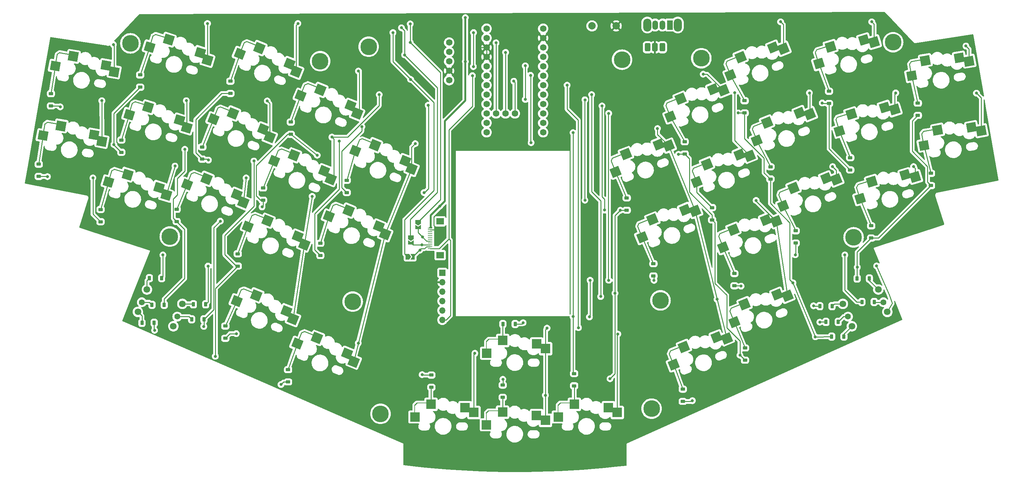
<source format=gbr>
%TF.GenerationSoftware,KiCad,Pcbnew,7.0.2*%
%TF.CreationDate,2024-07-27T16:15:35+02:00*%
%TF.ProjectId,Ghazal,4768617a-616c-42e6-9b69-6361645f7063,rev?*%
%TF.SameCoordinates,Original*%
%TF.FileFunction,Copper,L2,Bot*%
%TF.FilePolarity,Positive*%
%FSLAX46Y46*%
G04 Gerber Fmt 4.6, Leading zero omitted, Abs format (unit mm)*
G04 Created by KiCad (PCBNEW 7.0.2) date 2024-07-27 16:15:35*
%MOMM*%
%LPD*%
G01*
G04 APERTURE LIST*
G04 Aperture macros list*
%AMRoundRect*
0 Rectangle with rounded corners*
0 $1 Rounding radius*
0 $2 $3 $4 $5 $6 $7 $8 $9 X,Y pos of 4 corners*
0 Add a 4 corners polygon primitive as box body*
4,1,4,$2,$3,$4,$5,$6,$7,$8,$9,$2,$3,0*
0 Add four circle primitives for the rounded corners*
1,1,$1+$1,$2,$3*
1,1,$1+$1,$4,$5*
1,1,$1+$1,$6,$7*
1,1,$1+$1,$8,$9*
0 Add four rect primitives between the rounded corners*
20,1,$1+$1,$2,$3,$4,$5,0*
20,1,$1+$1,$4,$5,$6,$7,0*
20,1,$1+$1,$6,$7,$8,$9,0*
20,1,$1+$1,$8,$9,$2,$3,0*%
%AMRotRect*
0 Rectangle, with rotation*
0 The origin of the aperture is its center*
0 $1 length*
0 $2 width*
0 $3 Rotation angle, in degrees counterclockwise*
0 Add horizontal line*
21,1,$1,$2,0,0,$3*%
%AMFreePoly0*
4,1,6,1.000000,0.000000,0.500000,-0.750000,-0.500000,-0.750000,-0.500000,0.750000,0.500000,0.750000,1.000000,0.000000,1.000000,0.000000,$1*%
%AMFreePoly1*
4,1,6,0.500000,-0.750000,-0.650000,-0.750000,-0.150000,0.000000,-0.650000,0.750000,0.500000,0.750000,0.500000,-0.750000,0.500000,-0.750000,$1*%
G04 Aperture macros list end*
%TA.AperFunction,SMDPad,CuDef*%
%ADD10RotRect,2.550000X2.500000X350.000000*%
%TD*%
%TA.AperFunction,SMDPad,CuDef*%
%ADD11RotRect,2.600000X2.600000X350.000000*%
%TD*%
%TA.AperFunction,SMDPad,CuDef*%
%ADD12RoundRect,0.062500X0.322530X0.302137X-0.394228X-0.199743X-0.322530X-0.302137X0.394228X0.199743X0*%
%TD*%
%TA.AperFunction,SMDPad,CuDef*%
%ADD13RotRect,4.000000X0.250000X260.000000*%
%TD*%
%TA.AperFunction,SMDPad,CuDef*%
%ADD14RotRect,3.000000X0.250000X170.000000*%
%TD*%
%TA.AperFunction,SMDPad,CuDef*%
%ADD15RotRect,2.550000X2.500000X22.000000*%
%TD*%
%TA.AperFunction,SMDPad,CuDef*%
%ADD16RotRect,2.600000X2.600000X22.000000*%
%TD*%
%TA.AperFunction,SMDPad,CuDef*%
%ADD17RoundRect,0.062500X0.113413X0.427142X-0.228476X-0.378300X-0.113413X-0.427142X0.228476X0.378300X0*%
%TD*%
%TA.AperFunction,SMDPad,CuDef*%
%ADD18RotRect,4.000000X0.250000X292.000000*%
%TD*%
%TA.AperFunction,SMDPad,CuDef*%
%ADD19RotRect,3.000000X0.250000X202.000000*%
%TD*%
%TA.AperFunction,ComponentPad*%
%ADD20C,4.500000*%
%TD*%
%TA.AperFunction,ComponentPad*%
%ADD21C,1.800000*%
%TD*%
%TA.AperFunction,ComponentPad*%
%ADD22C,1.600000*%
%TD*%
%TA.AperFunction,ComponentPad*%
%ADD23C,1.752600*%
%TD*%
%TA.AperFunction,SMDPad,CuDef*%
%ADD24RotRect,2.550000X2.500000X338.000000*%
%TD*%
%TA.AperFunction,SMDPad,CuDef*%
%ADD25RotRect,2.600000X2.600000X338.000000*%
%TD*%
%TA.AperFunction,SMDPad,CuDef*%
%ADD26RoundRect,0.062500X0.378300X0.228476X-0.427142X-0.113413X-0.378300X-0.228476X0.427142X0.113413X0*%
%TD*%
%TA.AperFunction,SMDPad,CuDef*%
%ADD27RotRect,4.000000X0.250000X248.000000*%
%TD*%
%TA.AperFunction,SMDPad,CuDef*%
%ADD28RotRect,3.000000X0.250000X158.000000*%
%TD*%
%TA.AperFunction,SMDPad,CuDef*%
%ADD29R,2.550000X2.500000*%
%TD*%
%TA.AperFunction,SMDPad,CuDef*%
%ADD30R,2.600000X2.600000*%
%TD*%
%TA.AperFunction,SMDPad,CuDef*%
%ADD31RoundRect,0.062500X0.265165X0.353553X-0.353553X-0.265165X-0.265165X-0.353553X0.353553X0.265165X0*%
%TD*%
%TA.AperFunction,SMDPad,CuDef*%
%ADD32R,0.250000X4.000000*%
%TD*%
%TA.AperFunction,SMDPad,CuDef*%
%ADD33R,3.000000X0.250000*%
%TD*%
%TA.AperFunction,ComponentPad*%
%ADD34O,2.200000X3.500000*%
%TD*%
%TA.AperFunction,ComponentPad*%
%ADD35R,1.500000X2.500000*%
%TD*%
%TA.AperFunction,ComponentPad*%
%ADD36O,1.500000X2.500000*%
%TD*%
%TA.AperFunction,SMDPad,CuDef*%
%ADD37RotRect,2.550000X2.500000X10.000000*%
%TD*%
%TA.AperFunction,SMDPad,CuDef*%
%ADD38RotRect,2.600000X2.600000X10.000000*%
%TD*%
%TA.AperFunction,SMDPad,CuDef*%
%ADD39RoundRect,0.062500X0.199743X0.394228X-0.302137X-0.322530X-0.199743X-0.394228X0.302137X0.322530X0*%
%TD*%
%TA.AperFunction,SMDPad,CuDef*%
%ADD40RotRect,4.000000X0.250000X280.000000*%
%TD*%
%TA.AperFunction,SMDPad,CuDef*%
%ADD41RotRect,3.000000X0.250000X190.000000*%
%TD*%
%TA.AperFunction,SMDPad,CuDef*%
%ADD42RotRect,2.550000X2.500000X343.000000*%
%TD*%
%TA.AperFunction,SMDPad,CuDef*%
%ADD43RotRect,2.600000X2.600000X343.000000*%
%TD*%
%TA.AperFunction,SMDPad,CuDef*%
%ADD44RoundRect,0.062500X0.356948X0.260578X-0.415632X-0.150210X-0.356948X-0.260578X0.415632X0.150210X0*%
%TD*%
%TA.AperFunction,SMDPad,CuDef*%
%ADD45RotRect,4.000000X0.250000X253.000000*%
%TD*%
%TA.AperFunction,SMDPad,CuDef*%
%ADD46RotRect,3.000000X0.250000X163.000000*%
%TD*%
%TA.AperFunction,ComponentPad*%
%ADD47C,2.000000*%
%TD*%
%TA.AperFunction,SMDPad,CuDef*%
%ADD48RotRect,2.550000X2.500000X17.000000*%
%TD*%
%TA.AperFunction,SMDPad,CuDef*%
%ADD49RotRect,2.600000X2.600000X17.000000*%
%TD*%
%TA.AperFunction,SMDPad,CuDef*%
%ADD50RoundRect,0.062500X0.150210X0.415632X-0.260578X-0.356948X-0.150210X-0.415632X0.260578X0.356948X0*%
%TD*%
%TA.AperFunction,SMDPad,CuDef*%
%ADD51RotRect,4.000000X0.250000X287.000000*%
%TD*%
%TA.AperFunction,SMDPad,CuDef*%
%ADD52RotRect,3.000000X0.250000X197.000000*%
%TD*%
%TA.AperFunction,ComponentPad*%
%ADD53RoundRect,0.375000X0.375000X0.750000X-0.375000X0.750000X-0.375000X-0.750000X0.375000X-0.750000X0*%
%TD*%
%TA.AperFunction,ComponentPad*%
%ADD54R,1.700000X1.700000*%
%TD*%
%TA.AperFunction,ComponentPad*%
%ADD55O,1.700000X1.700000*%
%TD*%
%TA.AperFunction,SMDPad,CuDef*%
%ADD56RoundRect,0.225000X-0.375000X0.225000X-0.375000X-0.225000X0.375000X-0.225000X0.375000X0.225000X0*%
%TD*%
%TA.AperFunction,SMDPad,CuDef*%
%ADD57RoundRect,0.225000X-0.225000X-0.375000X0.225000X-0.375000X0.225000X0.375000X-0.225000X0.375000X0*%
%TD*%
%TA.AperFunction,SMDPad,CuDef*%
%ADD58FreePoly0,270.000000*%
%TD*%
%TA.AperFunction,SMDPad,CuDef*%
%ADD59FreePoly1,270.000000*%
%TD*%
%TA.AperFunction,SMDPad,CuDef*%
%ADD60RoundRect,0.225000X0.375000X-0.225000X0.375000X0.225000X-0.375000X0.225000X-0.375000X-0.225000X0*%
%TD*%
%TA.AperFunction,SMDPad,CuDef*%
%ADD61RoundRect,0.225000X0.225000X0.375000X-0.225000X0.375000X-0.225000X-0.375000X0.225000X-0.375000X0*%
%TD*%
%TA.AperFunction,SMDPad,CuDef*%
%ADD62FreePoly0,0.000000*%
%TD*%
%TA.AperFunction,SMDPad,CuDef*%
%ADD63FreePoly1,0.000000*%
%TD*%
%TA.AperFunction,SMDPad,CuDef*%
%ADD64R,1.250000X0.280000*%
%TD*%
%TA.AperFunction,SMDPad,CuDef*%
%ADD65R,2.000000X1.800000*%
%TD*%
%TA.AperFunction,ViaPad*%
%ADD66C,0.800000*%
%TD*%
%TA.AperFunction,Conductor*%
%ADD67C,0.250000*%
%TD*%
%TA.AperFunction,Conductor*%
%ADD68C,0.500000*%
%TD*%
G04 APERTURE END LIST*
D10*
%TO.P,SW9,1,1*%
%TO.N,row_1*%
X37652363Y-64712781D03*
D11*
X39814499Y-66447901D03*
D12*
%TO.P,SW9,2,2*%
%TO.N,Net-(D9-K)*%
X24816671Y-61510522D03*
D13*
X24137711Y-63685273D03*
D10*
X23950865Y-64879380D03*
D14*
X26610766Y-61533082D03*
D11*
X28824944Y-62272848D03*
%TD*%
D15*
%TO.P,SW21,1,1*%
%TO.N,row_2*%
X221675332Y-107701317D03*
D16*
X224428400Y-108027024D03*
D17*
%TO.P,SW21,2,2*%
%TO.N,Net-(D21-K)*%
X209093108Y-111787527D03*
D18*
X209669760Y-113991614D03*
D15*
X210144086Y-115103288D03*
D19*
X210626543Y-110855934D03*
D16*
X212896288Y-110309955D03*
%TD*%
D20*
%TO.P,H11,1*%
%TO.N,N/C*%
X114848000Y-139840000D03*
%TD*%
%TO.P,H8,1*%
%TO.N,N/C*%
X252898000Y-39740000D03*
%TD*%
D21*
%TO.P,HAT1,1,1*%
%TO.N,Net-(D36-K)*%
X51940475Y-106347429D03*
D22*
%TO.P,HAT1,2,2*%
%TO.N,Net-(D37-K)*%
X50554430Y-109778009D03*
D21*
%TO.P,HAT1,3,3*%
%TO.N,Net-(D38-K)*%
X49505532Y-112374124D03*
%TO.P,HAT1,4,4*%
%TO.N,row_4*%
X59055525Y-116232571D03*
D22*
%TO.P,HAT1,5,5*%
%TO.N,Net-(D39-K)*%
X60104424Y-113636457D03*
D21*
%TO.P,HAT1,6,6*%
%TO.N,Net-(D40-K)*%
X61490468Y-110205876D03*
%TD*%
D23*
%TO.P,U1,1,TX0/P0.06*%
%TO.N,P0.06*%
X143403000Y-36070000D03*
%TO.P,U1,2,RX1/P0.08*%
%TO.N,P0.08*%
X143403000Y-38610000D03*
%TO.P,U1,3,GND*%
%TO.N,GND*%
X143403000Y-41150000D03*
%TO.P,U1,4,GND*%
X143403000Y-43690000D03*
%TO.P,U1,5,P0.17*%
%TO.N,P0.17*%
X143403000Y-46230000D03*
%TO.P,U1,6,P0.20*%
%TO.N,SCLK*%
X143403000Y-48770000D03*
%TO.P,U1,7,P0.22*%
%TO.N,row_0*%
X143403000Y-51310000D03*
%TO.P,U1,8,P0.24*%
%TO.N,row_1*%
X143403000Y-53850000D03*
%TO.P,U1,9,P1.00*%
%TO.N,col0*%
X143403000Y-56390000D03*
%TO.P,U1,10,P0.11*%
%TO.N,col1*%
X143403000Y-58930000D03*
%TO.P,U1,11,P1.04*%
%TO.N,col2*%
X143403000Y-61470000D03*
%TO.P,U1,12,P1.06*%
%TO.N,col3*%
X143403000Y-64010000D03*
%TO.P,U1,13,NFC1/P0.09*%
%TO.N,col4*%
X158643000Y-64010000D03*
%TO.P,U1,14,NFC2/P0.10*%
%TO.N,col5*%
X158643000Y-61470000D03*
%TO.P,U1,15,P1.11*%
%TO.N,col6*%
X158643000Y-58930000D03*
%TO.P,U1,16,P1.13*%
%TO.N,col7*%
X158643000Y-56390000D03*
%TO.P,U1,17,P1.15*%
%TO.N,row_5*%
X158643000Y-53850000D03*
%TO.P,U1,18,AIN0/P0.02*%
%TO.N,row_4*%
X158643000Y-51310000D03*
%TO.P,U1,19,AIN5/P0.29*%
%TO.N,row_3*%
X158643000Y-48770000D03*
%TO.P,U1,20,AIN7/P0.31*%
%TO.N,row_2*%
X158643000Y-46230000D03*
%TO.P,U1,21,VCC*%
%TO.N,+3V3*%
X158643000Y-43690000D03*
%TO.P,U1,22,RST*%
%TO.N,RESET*%
X158643000Y-41150000D03*
%TO.P,U1,23,GND*%
%TO.N,GND*%
X158643000Y-38610000D03*
%TO.P,U1,24,BATIN/P0.04*%
%TO.N,BATT_OR_5V*%
X158643000Y-36070000D03*
%TO.P,U1,31,P1.01*%
%TO.N,NVMOSI*%
X145943000Y-58930000D03*
%TO.P,U1,32,P1.02*%
%TO.N,NVSCK*%
X148483000Y-58930000D03*
%TO.P,U1,33,P1.07*%
%TO.N,NVCS*%
X151023000Y-58930000D03*
%TD*%
D15*
%TO.P,SW31,1,1*%
%TO.N,row_3*%
X205340126Y-119179384D03*
D16*
X208093194Y-119505091D03*
D17*
%TO.P,SW31,2,2*%
%TO.N,Net-(D30-K)*%
X192757902Y-123265594D03*
D18*
X193334554Y-125469681D03*
D15*
X193808880Y-126581355D03*
D19*
X194291337Y-122334001D03*
D16*
X196561082Y-121788022D03*
%TD*%
D15*
%TO.P,SW13,1,1*%
%TO.N,row_1*%
X211542465Y-69986941D03*
D16*
X214295533Y-70312648D03*
D17*
%TO.P,SW13,2,2*%
%TO.N,Net-(D13-K)*%
X198960241Y-74073151D03*
D18*
X199536893Y-76277238D03*
D15*
X200011219Y-77388912D03*
D19*
X200493676Y-73141558D03*
D16*
X202763421Y-72595579D03*
%TD*%
D24*
%TO.P,SW3,1,1*%
%TO.N,row_0*%
X90383212Y-45535303D03*
D25*
X92137348Y-47682039D03*
D26*
%TO.P,SW3,2,2*%
%TO.N,Net-(D3-K)*%
X78493798Y-39734330D03*
D27*
X77377519Y-41720394D03*
D24*
X76946487Y-42849560D03*
D28*
X80243997Y-40129411D03*
D25*
X82255984Y-41313365D03*
%TD*%
D24*
%TO.P,SW4,1,1*%
%TO.N,row_0*%
X106776720Y-56814053D03*
D25*
X108530856Y-58960789D03*
D26*
%TO.P,SW4,2,2*%
%TO.N,Net-(D4-K)*%
X94887306Y-51013080D03*
D27*
X93771027Y-52999144D03*
D24*
X93339995Y-54128310D03*
D28*
X96637505Y-51408161D03*
D25*
X98649492Y-52592115D03*
%TD*%
D29*
%TO.P,SW30,1,1*%
%TO.N,row_3*%
X176167151Y-138133309D03*
D30*
X178597739Y-139466617D03*
D31*
%TO.P,SW30,2,2*%
%TO.N,Net-(D29-K)*%
X162970395Y-137208593D03*
D32*
X162679392Y-139468205D03*
D29*
X162702739Y-140676617D03*
D33*
X164741151Y-136919270D03*
D30*
X167050150Y-137263309D03*
%TD*%
D20*
%TO.P,H3,1*%
%TO.N,N/C*%
X190245175Y-109284961D03*
%TD*%
%TO.P,H6,1*%
%TO.N,N/C*%
X98598000Y-44840000D03*
%TD*%
D34*
%TO.P,SW25,*%
%TO.N,*%
X194898000Y-35090000D03*
X186698000Y-35090000D03*
D35*
%TO.P,SW25,1,A*%
%TO.N,unconnected-(SW25-A-Pad1)*%
X192798000Y-35090000D03*
D36*
%TO.P,SW25,2,B*%
%TO.N,BT+*%
X190798000Y-35090000D03*
%TO.P,SW25,3,C*%
%TO.N,BATT_OR_5V*%
X188798000Y-35090000D03*
%TD*%
D24*
%TO.P,SW28,1,1*%
%TO.N,row_3*%
X105861540Y-123622994D03*
D25*
X107615676Y-125769730D03*
D26*
%TO.P,SW28,2,2*%
%TO.N,Net-(D27-K)*%
X93972126Y-117822021D03*
D27*
X92855847Y-119808085D03*
D24*
X92424815Y-120937251D03*
D28*
X95722325Y-118217102D03*
D25*
X97734312Y-119401056D03*
%TD*%
D15*
%TO.P,SW6,1,1*%
%TO.N,row_0*%
X220601398Y-41152099D03*
D16*
X223354466Y-41477806D03*
D17*
%TO.P,SW6,2,2*%
%TO.N,Net-(D6-K)*%
X208019174Y-45238309D03*
D18*
X208595826Y-47442396D03*
D15*
X209070152Y-48554070D03*
D19*
X209552609Y-44306716D03*
D16*
X211822354Y-43760737D03*
%TD*%
D24*
%TO.P,SW11,1,1*%
%TO.N,row_1*%
X83265690Y-63151793D03*
D25*
X85019826Y-65298529D03*
D26*
%TO.P,SW11,2,2*%
%TO.N,Net-(D11-K)*%
X71376276Y-57350820D03*
D27*
X70259997Y-59336884D03*
D24*
X69828965Y-60466050D03*
D28*
X73126475Y-57745901D03*
D25*
X75138462Y-58929855D03*
%TD*%
D20*
%TO.P,H12,1*%
%TO.N,N/C*%
X111648000Y-40940000D03*
%TD*%
D24*
%TO.P,SW19,1,1*%
%TO.N,row_2*%
X92541669Y-92047042D03*
D25*
X94295805Y-94193778D03*
D26*
%TO.P,SW19,2,2*%
%TO.N,Net-(D19-K)*%
X80652255Y-86246069D03*
D27*
X79535976Y-88232133D03*
D24*
X79104944Y-89361299D03*
D28*
X82402454Y-86641150D03*
D25*
X84414441Y-87825104D03*
%TD*%
D37*
%TO.P,SW16,1,1*%
%TO.N,row_1*%
X274005758Y-62679891D03*
D38*
X276630946Y-63570876D03*
D39*
%TO.P,SW16,2,2*%
%TO.N,Net-(D16-K)*%
X260848915Y-64060817D03*
D40*
X260954710Y-66336632D03*
D37*
X261187542Y-67522631D03*
D41*
X262542529Y-63468400D03*
D38*
X264876191Y-63406259D03*
%TD*%
D20*
%TO.P,H2,1*%
%TO.N,N/C*%
X107354603Y-109610727D03*
%TD*%
D15*
%TO.P,SW23,1,1*%
%TO.N,row_2*%
X234836448Y-76385085D03*
D16*
X237589516Y-76710792D03*
D17*
%TO.P,SW23,2,2*%
%TO.N,Net-(D23-K)*%
X222254224Y-80471295D03*
D18*
X222830876Y-82675382D03*
D15*
X223305202Y-83787056D03*
D19*
X223787659Y-79539702D03*
D16*
X226057404Y-78993723D03*
%TD*%
D42*
%TO.P,SW17,1,1*%
%TO.N,row_2*%
X55183693Y-78893765D03*
D43*
X57118255Y-80879449D03*
D44*
%TO.P,SW17,2,2*%
%TO.N,Net-(D17-K)*%
X42833933Y-74151097D03*
D45*
X41895000Y-76226894D03*
D42*
X41564021Y-77389330D03*
D46*
X44611906Y-74392135D03*
D43*
X46719425Y-75396227D03*
%TD*%
D29*
%TO.P,SW29,1,1*%
%TO.N,row_3*%
X137561565Y-138133309D03*
D30*
X139992153Y-139466617D03*
D31*
%TO.P,SW29,2,2*%
%TO.N,Net-(D28-K)*%
X124364809Y-137208593D03*
D32*
X124073806Y-139468205D03*
D29*
X124097153Y-140676617D03*
D33*
X126135565Y-136919270D03*
D30*
X128444564Y-137263309D03*
%TD*%
D42*
%TO.P,SW2,1,1*%
%TO.N,row_0*%
X66293818Y-42554185D03*
D43*
X68228380Y-44539869D03*
D44*
%TO.P,SW2,2,2*%
%TO.N,Net-(D2-K)*%
X53944058Y-37811517D03*
D45*
X53005125Y-39887314D03*
D42*
X52674146Y-41049750D03*
D46*
X55722031Y-38052555D03*
D43*
X57829550Y-39056647D03*
%TD*%
D24*
%TO.P,SW20,1,1*%
%TO.N,row_2*%
X89526329Y-112144920D03*
D25*
X91280465Y-114291656D03*
D26*
%TO.P,SW20,2,2*%
%TO.N,Net-(D20-K)*%
X77636915Y-106343947D03*
D27*
X76520636Y-108330011D03*
D24*
X76089604Y-109459177D03*
D28*
X79387114Y-106739028D03*
D25*
X81399101Y-107922982D03*
%TD*%
D15*
%TO.P,SW32,1,1*%
%TO.N,row_3*%
X196836925Y-84879631D03*
D16*
X199589993Y-85205338D03*
D17*
%TO.P,SW32,2,2*%
%TO.N,Net-(D31-K)*%
X184254701Y-88965841D03*
D18*
X184831353Y-91169928D03*
D15*
X185305679Y-92281602D03*
D19*
X185788136Y-88034248D03*
D16*
X188057881Y-87488269D03*
%TD*%
D10*
%TO.P,SW1,1,1*%
%TO.N,row_0*%
X40942647Y-45984353D03*
D11*
X43104783Y-47719473D03*
D12*
%TO.P,SW1,2,2*%
%TO.N,Net-(D1-K)*%
X28106955Y-42782094D03*
D13*
X27427995Y-44956845D03*
D10*
X27241149Y-46150952D03*
D14*
X29901050Y-42804654D03*
D11*
X32115228Y-43544420D03*
%TD*%
D24*
%TO.P,SW18,1,1*%
%TO.N,row_2*%
X76148161Y-80768288D03*
D25*
X77902297Y-82915024D03*
D26*
%TO.P,SW18,2,2*%
%TO.N,Net-(D18-K)*%
X64258747Y-74967315D03*
D27*
X63142468Y-76953379D03*
D24*
X62711436Y-78082545D03*
D28*
X66008946Y-75362396D03*
D25*
X68020933Y-76546350D03*
%TD*%
D47*
%TO.P,SW34,1,1*%
%TO.N,RESET*%
X171798000Y-35340000D03*
%TO.P,SW34,2,2*%
%TO.N,GND*%
X178298000Y-35340000D03*
%TD*%
D48*
%TO.P,SW7,1,1*%
%TO.N,row_0*%
X245031324Y-39132611D03*
D49*
X247745528Y-39697024D03*
D50*
%TO.P,SW7,2,2*%
%TO.N,Net-(D7-K)*%
X232140842Y-42106659D03*
D51*
X232523201Y-44352617D03*
D48*
X232898834Y-45501401D03*
D52*
X233749635Y-41312258D03*
D49*
X236058329Y-40966179D03*
%TD*%
D48*
%TO.P,SW15,1,1*%
%TO.N,row_1*%
X250584215Y-57298777D03*
D49*
X253298419Y-57863190D03*
D50*
%TO.P,SW15,2,2*%
%TO.N,Net-(D15-K)*%
X237693733Y-60272825D03*
D51*
X238076092Y-62518783D03*
D48*
X238451725Y-63667567D03*
D52*
X239302526Y-59478424D03*
D49*
X241611220Y-59132345D03*
%TD*%
D21*
%TO.P,HAT2,1,1*%
%TO.N,Net-(D41-K)*%
X239355532Y-110205876D03*
D22*
%TO.P,HAT2,2,2*%
%TO.N,Net-(D42-K)*%
X240741576Y-113636457D03*
D21*
%TO.P,HAT2,3,3*%
%TO.N,Net-(D43-K)*%
X241790475Y-116232571D03*
%TO.P,HAT2,4,4*%
%TO.N,row_5*%
X251340468Y-112374124D03*
D22*
%TO.P,HAT2,5,5*%
%TO.N,Net-(D44-K)*%
X250291570Y-109778009D03*
D21*
%TO.P,HAT2,6,6*%
%TO.N,Net-(D45-K)*%
X248905525Y-106347429D03*
%TD*%
D24*
%TO.P,SW12,1,1*%
%TO.N,row_1*%
X99659193Y-74430548D03*
D25*
X101413329Y-76577284D03*
D26*
%TO.P,SW12,2,2*%
%TO.N,Net-(D12-K)*%
X87769779Y-68629575D03*
D27*
X86653500Y-70615639D03*
D24*
X86222468Y-71744805D03*
D28*
X89519978Y-69024656D03*
D25*
X91531965Y-70208610D03*
%TD*%
D24*
%TO.P,SW26,1,1*%
%TO.N,row_3*%
X121482263Y-71706747D03*
D25*
X123236399Y-73853483D03*
D26*
%TO.P,SW26,2,2*%
%TO.N,Net-(D25-K)*%
X109592849Y-65905774D03*
D27*
X108476570Y-67891838D03*
D24*
X108045538Y-69021004D03*
D28*
X111343048Y-66300855D03*
D25*
X113355035Y-67484809D03*
%TD*%
D20*
%TO.P,H10,1*%
%TO.N,N/C*%
X187848000Y-138440000D03*
%TD*%
%TO.P,H9,1*%
%TO.N,N/C*%
X179898000Y-44440000D03*
%TD*%
D53*
%TO.P,J2,1,Pin_1*%
%TO.N,BT+*%
X186748000Y-41090000D03*
%TO.P,J2,2,Pin_2*%
%TO.N,GND*%
X188748000Y-41090000D03*
%TO.P,J2,3,Pin_3*%
%TO.N,BT+*%
X190748000Y-41090000D03*
%TD*%
D15*
%TO.P,SW33,1,1*%
%TO.N,row_3*%
X189719401Y-67263135D03*
D16*
X192472469Y-67588842D03*
D17*
%TO.P,SW33,2,2*%
%TO.N,Net-(D32-K)*%
X177137177Y-71349345D03*
D18*
X177713829Y-73553432D03*
D15*
X178188155Y-74665106D03*
D19*
X178670612Y-70417752D03*
D16*
X180940357Y-69871773D03*
%TD*%
D37*
%TO.P,SW8,1,1*%
%TO.N,row_0*%
X270704198Y-43945109D03*
D38*
X273329386Y-44836094D03*
D39*
%TO.P,SW8,2,2*%
%TO.N,Net-(D8-K)*%
X257547355Y-45326035D03*
D40*
X257653150Y-47601850D03*
D37*
X257885982Y-48787849D03*
D41*
X259240969Y-44733618D03*
D38*
X261574631Y-44671477D03*
%TD*%
D20*
%TO.P,H1,1*%
%TO.N,N/C*%
X58098000Y-92090000D03*
%TD*%
D15*
%TO.P,SW5,1,1*%
%TO.N,row_0*%
X204424946Y-52370447D03*
D16*
X207178014Y-52696154D03*
D17*
%TO.P,SW5,2,2*%
%TO.N,Net-(D5-K)*%
X191842722Y-56456657D03*
D18*
X192419374Y-58660744D03*
D15*
X192893700Y-59772418D03*
D19*
X193376157Y-55525064D03*
D16*
X195645902Y-54979085D03*
%TD*%
D29*
%TO.P,SW37,1,1*%
%TO.N,row_4*%
X156841563Y-140250000D03*
D30*
X159272151Y-141583308D03*
D31*
%TO.P,SW37,2,2*%
%TO.N,Net-(D35-K)*%
X143644807Y-139325284D03*
D32*
X143353804Y-141584896D03*
D29*
X143377151Y-142793308D03*
D33*
X145415563Y-139035961D03*
D30*
X147724562Y-139380000D03*
%TD*%
D20*
%TO.P,H7,1*%
%TO.N,N/C*%
X201248000Y-44040000D03*
%TD*%
D23*
%TO.P,Display1,1,MOSI*%
%TO.N,NVMOSI*%
X133323000Y-39813250D03*
%TO.P,Display1,2,SCK*%
%TO.N,NVSCK*%
X133323000Y-42353250D03*
%TO.P,Display1,3,VCC*%
%TO.N,+3V3*%
X133323000Y-44893250D03*
%TO.P,Display1,4,GND*%
%TO.N,GND*%
X133323000Y-47433250D03*
%TO.P,Display1,5,CS*%
%TO.N,NVCS*%
X133323000Y-49973250D03*
%TD*%
D54*
%TO.P,J3,1,Pin_1*%
%TO.N,+3V3*%
X131498000Y-101840000D03*
D55*
%TO.P,J3,2,Pin_2*%
%TO.N,GND*%
X131498000Y-104380000D03*
%TO.P,J3,3,Pin_3*%
%TO.N,MOSI*%
X131498000Y-106920000D03*
%TO.P,J3,4,Pin_4*%
%TO.N,SPI_CS*%
X131498000Y-109460000D03*
%TO.P,J3,5,Pin_5*%
%TO.N,MISO*%
X131498000Y-112000000D03*
%TO.P,J3,6,Pin_6*%
%TO.N,SCLK*%
X131498000Y-114540000D03*
%TD*%
D15*
%TO.P,SW14,1,1*%
%TO.N,row_1*%
X227718926Y-58768594D03*
D16*
X230471994Y-59094301D03*
D17*
%TO.P,SW14,2,2*%
%TO.N,Net-(D14-K)*%
X215136702Y-62854804D03*
D18*
X215713354Y-65058891D03*
D15*
X216187680Y-66170565D03*
D19*
X216670137Y-61923211D03*
D16*
X218939882Y-61377232D03*
%TD*%
D48*
%TO.P,SW24,1,1*%
%TO.N,row_2*%
X256141445Y-75472193D03*
D49*
X258855649Y-76036606D03*
D50*
%TO.P,SW24,2,2*%
%TO.N,Net-(D24-K)*%
X243250963Y-78446241D03*
D51*
X243633322Y-80692199D03*
D48*
X244008955Y-81840983D03*
D52*
X244859756Y-77651840D03*
D49*
X247168450Y-77305761D03*
%TD*%
D42*
%TO.P,SW10,1,1*%
%TO.N,row_1*%
X60748000Y-60740000D03*
D43*
X62682562Y-62725684D03*
D44*
%TO.P,SW10,2,2*%
%TO.N,Net-(D10-K)*%
X48398240Y-55997332D03*
D45*
X47459307Y-58073129D03*
D42*
X47128328Y-59235565D03*
D46*
X50176213Y-56238370D03*
D43*
X52283732Y-57242462D03*
%TD*%
D20*
%TO.P,H5,1*%
%TO.N,N/C*%
X47498000Y-40040000D03*
%TD*%
D15*
%TO.P,SW22,1,1*%
%TO.N,row_2*%
X218659993Y-87603437D03*
D16*
X221413061Y-87929144D03*
D17*
%TO.P,SW22,2,2*%
%TO.N,Net-(D22-K)*%
X206077769Y-91689647D03*
D18*
X206654421Y-93893734D03*
D15*
X207128747Y-95005408D03*
D19*
X207611204Y-90758054D03*
D16*
X209880949Y-90212075D03*
%TD*%
D24*
%TO.P,SW27,1,1*%
%TO.N,row_3*%
X114364735Y-89323238D03*
D25*
X116118871Y-91469974D03*
D26*
%TO.P,SW27,2,2*%
%TO.N,Net-(D26-K)*%
X102475321Y-83522265D03*
D27*
X101359042Y-85508329D03*
D24*
X100928010Y-86637495D03*
D28*
X104225520Y-83917346D03*
D25*
X106237507Y-85101300D03*
%TD*%
D20*
%TO.P,H4,1*%
%TO.N,N/C*%
X242248000Y-92290000D03*
%TD*%
D29*
%TO.P,SW35,1,1*%
%TO.N,row_4*%
X156867412Y-120956692D03*
D30*
X159298000Y-122290000D03*
D31*
%TO.P,SW35,2,2*%
%TO.N,Net-(D33-K)*%
X143670656Y-120031976D03*
D32*
X143379653Y-122291588D03*
D29*
X143403000Y-123500000D03*
D33*
X145441412Y-119742653D03*
D30*
X147750411Y-120086692D03*
%TD*%
D56*
%TO.P,D31,1,K*%
%TO.N,Net-(D31-K)*%
X188348000Y-99390000D03*
%TO.P,D31,2,A*%
%TO.N,col6*%
X188348000Y-102690000D03*
%TD*%
%TO.P,D14,1,K*%
%TO.N,Net-(D14-K)*%
X219848000Y-73290000D03*
%TO.P,D14,2,A*%
%TO.N,col5*%
X219848000Y-76590000D03*
%TD*%
D57*
%TO.P,D40,1,K*%
%TO.N,Net-(D40-K)*%
X64448000Y-110340000D03*
%TO.P,D40,2,A*%
%TO.N,col4*%
X67748000Y-110340000D03*
%TD*%
D56*
%TO.P,D11,1,K*%
%TO.N,Net-(D11-K)*%
X66848000Y-67940000D03*
%TO.P,D11,2,A*%
%TO.N,col2*%
X66848000Y-71240000D03*
%TD*%
%TO.P,D13,1,K*%
%TO.N,Net-(D13-K)*%
X204148000Y-84290000D03*
%TO.P,D13,2,A*%
%TO.N,col4*%
X204148000Y-87590000D03*
%TD*%
%TO.P,D20,1,K*%
%TO.N,Net-(D20-K)*%
X73048000Y-116190000D03*
%TO.P,D20,2,A*%
%TO.N,col3*%
X73048000Y-119490000D03*
%TD*%
%TO.P,D12,1,K*%
%TO.N,Net-(D12-K)*%
X83198000Y-78990000D03*
%TO.P,D12,2,A*%
%TO.N,col3*%
X83198000Y-82290000D03*
%TD*%
D58*
%TO.P,JP1,1,A*%
%TO.N,P0.06*%
X124998000Y-88090000D03*
D59*
%TO.P,JP1,2,B*%
%TO.N,MOSI*%
X124998000Y-89540000D03*
%TD*%
D56*
%TO.P,D15,1,K*%
%TO.N,Net-(D15-K)*%
X241348000Y-70840000D03*
%TO.P,D15,2,A*%
%TO.N,col6*%
X241348000Y-74140000D03*
%TD*%
%TO.P,D23,1,K*%
%TO.N,Net-(D23-K)*%
X226648000Y-90540000D03*
%TO.P,D23,2,A*%
%TO.N,col6*%
X226648000Y-93840000D03*
%TD*%
%TO.P,D2,1,K*%
%TO.N,Net-(D2-K)*%
X50098000Y-48540000D03*
%TO.P,D2,2,A*%
%TO.N,col1*%
X50098000Y-51840000D03*
%TD*%
D60*
%TO.P,D35,1,K*%
%TO.N,Net-(D35-K)*%
X147748000Y-135390000D03*
%TO.P,D35,2,A*%
%TO.N,col7*%
X147748000Y-132090000D03*
%TD*%
D56*
%TO.P,D26,1,K*%
%TO.N,Net-(D26-K)*%
X98648000Y-93890000D03*
%TO.P,D26,2,A*%
%TO.N,col1*%
X98648000Y-97190000D03*
%TD*%
D58*
%TO.P,JP2,1,A*%
%TO.N,P0.08*%
X123048000Y-92290000D03*
D59*
%TO.P,JP2,2,B*%
%TO.N,SPI_CS*%
X123048000Y-93740000D03*
%TD*%
D57*
%TO.P,D33,1,K*%
%TO.N,Net-(D33-K)*%
X147798000Y-115640000D03*
%TO.P,D33,2,A*%
%TO.N,col6*%
X151098000Y-115640000D03*
%TD*%
D61*
%TO.P,D42,1,K*%
%TO.N,Net-(D42-K)*%
X238098000Y-115090000D03*
%TO.P,D42,2,A*%
%TO.N,col4*%
X234798000Y-115090000D03*
%TD*%
D56*
%TO.P,D7,1,K*%
%TO.N,Net-(D7-K)*%
X235648000Y-52940000D03*
%TO.P,D7,2,A*%
%TO.N,col6*%
X235648000Y-56240000D03*
%TD*%
%TO.P,D10,1,K*%
%TO.N,Net-(D10-K)*%
X45048000Y-66090000D03*
%TO.P,D10,2,A*%
%TO.N,col1*%
X45048000Y-69390000D03*
%TD*%
%TO.P,D1,1,K*%
%TO.N,Net-(D1-K)*%
X26098000Y-53590000D03*
%TO.P,D1,2,A*%
%TO.N,col0*%
X26098000Y-56890000D03*
%TD*%
D60*
%TO.P,D29,1,K*%
%TO.N,Net-(D29-K)*%
X166998000Y-132290000D03*
%TO.P,D29,2,A*%
%TO.N,col4*%
X166998000Y-128990000D03*
%TD*%
D56*
%TO.P,D5,1,K*%
%TO.N,Net-(D5-K)*%
X196748000Y-66540000D03*
%TO.P,D5,2,A*%
%TO.N,col4*%
X196748000Y-69840000D03*
%TD*%
D61*
%TO.P,D45,1,K*%
%TO.N,Net-(D45-K)*%
X246498000Y-103390000D03*
%TO.P,D45,2,A*%
%TO.N,col7*%
X243198000Y-103390000D03*
%TD*%
D56*
%TO.P,D22,1,K*%
%TO.N,Net-(D22-K)*%
X210148000Y-102040000D03*
%TO.P,D22,2,A*%
%TO.N,col5*%
X210148000Y-105340000D03*
%TD*%
D57*
%TO.P,D37,1,K*%
%TO.N,Net-(D37-K)*%
X53298000Y-110490000D03*
%TO.P,D37,2,A*%
%TO.N,col1*%
X56598000Y-110490000D03*
%TD*%
D56*
%TO.P,D27,1,K*%
%TO.N,Net-(D27-K)*%
X89948000Y-127940000D03*
%TO.P,D27,2,A*%
%TO.N,col2*%
X89948000Y-131240000D03*
%TD*%
D57*
%TO.P,D38,1,K*%
%TO.N,Net-(D38-K)*%
X50598000Y-115340000D03*
%TO.P,D38,2,A*%
%TO.N,col2*%
X53898000Y-115340000D03*
%TD*%
D56*
%TO.P,D6,1,K*%
%TO.N,Net-(D6-K)*%
X212898000Y-55490000D03*
%TO.P,D6,2,A*%
%TO.N,col5*%
X212898000Y-58790000D03*
%TD*%
%TO.P,D30,1,K*%
%TO.N,Net-(D30-K)*%
X196248000Y-133190000D03*
%TO.P,D30,2,A*%
%TO.N,col5*%
X196248000Y-136490000D03*
%TD*%
%TO.P,D21,1,K*%
%TO.N,Net-(D21-K)*%
X212998000Y-122090000D03*
%TO.P,D21,2,A*%
%TO.N,col4*%
X212998000Y-125390000D03*
%TD*%
D62*
%TO.P,JP3,1,A*%
%TO.N,P0.17*%
X122123000Y-97515000D03*
D63*
%TO.P,JP3,2,B*%
%TO.N,MISO*%
X123573000Y-97515000D03*
%TD*%
D57*
%TO.P,D36,1,K*%
%TO.N,Net-(D36-K)*%
X52598000Y-103290000D03*
%TO.P,D36,2,A*%
%TO.N,col0*%
X55898000Y-103290000D03*
%TD*%
D56*
%TO.P,D18,1,K*%
%TO.N,Net-(D18-K)*%
X59948000Y-84740000D03*
%TO.P,D18,2,A*%
%TO.N,col1*%
X59948000Y-88040000D03*
%TD*%
%TO.P,D8,1,K*%
%TO.N,Net-(D8-K)*%
X259548000Y-56140000D03*
%TO.P,D8,2,A*%
%TO.N,col7*%
X259548000Y-59440000D03*
%TD*%
D64*
%TO.P,J1,1,3V3*%
%TO.N,+3V3*%
X128160000Y-89790000D03*
%TO.P,J1,2,GND*%
%TO.N,GND*%
X128160000Y-90290000D03*
%TO.P,J1,3,SDA*%
%TO.N,unconnected-(J1-SDA-Pad3)*%
X128160000Y-90790000D03*
%TO.P,J1,4,SCL*%
%TO.N,unconnected-(J1-SCL-Pad4)*%
X128160000Y-91290000D03*
%TO.P,J1,5,RGB_LED_OUT*%
%TO.N,unconnected-(J1-RGB_LED_OUT-Pad5)*%
X128160000Y-91790000D03*
%TO.P,J1,6,5V*%
%TO.N,unconnected-(J1-5V-Pad6)*%
X128160000Y-92290000D03*
%TO.P,J1,7,GPIO_AD1*%
%TO.N,unconnected-(J1-GPIO_AD1-Pad7)*%
X128160000Y-92790000D03*
%TO.P,J1,8,MOSI*%
%TO.N,MOSI*%
X128160000Y-93290000D03*
%TO.P,J1,9,GPIO_AD2*%
%TO.N,unconnected-(J1-GPIO_AD2-Pad9)*%
X128160000Y-93790000D03*
%TO.P,J1,10,SPI_CS*%
%TO.N,SPI_CS*%
X128160000Y-94290000D03*
%TO.P,J1,11,MISO*%
%TO.N,MISO*%
X128160000Y-94790000D03*
%TO.P,J1,12,SCLK*%
%TO.N,SCLK*%
X128160000Y-95290000D03*
D65*
%TO.P,J1,13*%
%TO.N,N/C*%
X130884000Y-97090000D03*
%TO.P,J1,14*%
X130884000Y-87990000D03*
%TD*%
D56*
%TO.P,D16,1,K*%
%TO.N,Net-(D16-K)*%
X263098000Y-75040000D03*
%TO.P,D16,2,A*%
%TO.N,col7*%
X263098000Y-78340000D03*
%TD*%
D61*
%TO.P,D43,1,K*%
%TO.N,Net-(D43-K)*%
X239648000Y-119040000D03*
%TO.P,D43,2,A*%
%TO.N,col5*%
X236348000Y-119040000D03*
%TD*%
D56*
%TO.P,D32,1,K*%
%TO.N,Net-(D32-K)*%
X181148000Y-81690000D03*
%TO.P,D32,2,A*%
%TO.N,col7*%
X181148000Y-84990000D03*
%TD*%
%TO.P,D19,1,K*%
%TO.N,Net-(D19-K)*%
X76398000Y-96740000D03*
%TO.P,D19,2,A*%
%TO.N,col2*%
X76398000Y-100040000D03*
%TD*%
D57*
%TO.P,D39,1,K*%
%TO.N,Net-(D39-K)*%
X63998000Y-114390000D03*
%TO.P,D39,2,A*%
%TO.N,col3*%
X67298000Y-114390000D03*
%TD*%
D61*
%TO.P,D41,1,K*%
%TO.N,Net-(D41-K)*%
X236448000Y-110840000D03*
%TO.P,D41,2,A*%
%TO.N,col3*%
X233148000Y-110840000D03*
%TD*%
D56*
%TO.P,D25,1,K*%
%TO.N,Net-(D25-K)*%
X105748000Y-76940000D03*
%TO.P,D25,2,A*%
%TO.N,col0*%
X105748000Y-80240000D03*
%TD*%
%TO.P,D4,1,K*%
%TO.N,Net-(D4-K)*%
X90698000Y-61240000D03*
%TO.P,D4,2,A*%
%TO.N,col3*%
X90698000Y-64540000D03*
%TD*%
%TO.P,D3,1,K*%
%TO.N,Net-(D3-K)*%
X74398000Y-50240000D03*
%TO.P,D3,2,A*%
%TO.N,col2*%
X74398000Y-53540000D03*
%TD*%
%TO.P,D9,1,K*%
%TO.N,Net-(D9-K)*%
X22798000Y-72590000D03*
%TO.P,D9,2,A*%
%TO.N,col0*%
X22798000Y-75890000D03*
%TD*%
D61*
%TO.P,D44,1,K*%
%TO.N,Net-(D44-K)*%
X247798000Y-109690000D03*
%TO.P,D44,2,A*%
%TO.N,col6*%
X244498000Y-109690000D03*
%TD*%
D60*
%TO.P,D28,1,K*%
%TO.N,Net-(D28-K)*%
X128548000Y-132690000D03*
%TO.P,D28,2,A*%
%TO.N,col3*%
X128548000Y-129390000D03*
%TD*%
D56*
%TO.P,D24,1,K*%
%TO.N,Net-(D24-K)*%
X246998000Y-89190000D03*
%TO.P,D24,2,A*%
%TO.N,col7*%
X246998000Y-92490000D03*
%TD*%
%TO.P,D17,1,K*%
%TO.N,Net-(D17-K)*%
X39448000Y-84790000D03*
%TO.P,D17,2,A*%
%TO.N,col0*%
X39448000Y-88090000D03*
%TD*%
D66*
%TO.N,GND*%
X121848000Y-62840000D03*
X91198000Y-85940000D03*
X210198000Y-85390000D03*
X210598000Y-108540000D03*
X203448000Y-91340000D03*
X221448000Y-95990000D03*
X122698000Y-104090000D03*
X152448000Y-53840000D03*
X184248000Y-38040000D03*
X116948000Y-84990000D03*
X213198000Y-79140000D03*
X113398000Y-77740000D03*
X141448000Y-43640000D03*
X182648000Y-51390000D03*
X98298000Y-67440000D03*
X123098000Y-56140000D03*
X141198000Y-41140000D03*
X182298000Y-60140000D03*
X129998000Y-90690000D03*
X89398000Y-78340000D03*
X188848000Y-44890000D03*
X122348000Y-60440000D03*
%TO.N,col0*%
X56248000Y-97040000D03*
X28598000Y-57140000D03*
X109835299Y-62477299D03*
X37398000Y-76290000D03*
X25148000Y-75940000D03*
%TO.N,col1*%
X43048000Y-67290000D03*
X62148000Y-68590000D03*
X103748000Y-66390000D03*
%TO.N,col2*%
X80748000Y-71740000D03*
X68498000Y-71490000D03*
X70348000Y-124340000D03*
X53998000Y-117340000D03*
X88048000Y-131940000D03*
%TO.N,col3*%
X82948000Y-84090000D03*
X75998000Y-118240000D03*
X126048000Y-129290000D03*
X97798000Y-70190000D03*
X71698000Y-87940000D03*
X67248000Y-116290000D03*
X231448000Y-110740000D03*
%TO.N,row_1*%
X210198000Y-53340000D03*
X62548000Y-55490000D03*
X114498000Y-53840000D03*
X39798000Y-55490000D03*
X84348000Y-55540000D03*
X275348000Y-53440000D03*
X101748000Y-65290000D03*
X253598000Y-53390000D03*
X230348000Y-53390000D03*
%TO.N,row_0*%
X92598000Y-34690000D03*
X42898000Y-40340000D03*
X201748000Y-48340000D03*
X272498000Y-40740000D03*
X68248000Y-34690000D03*
X108898000Y-47490000D03*
X222598000Y-34240000D03*
X247148000Y-34240000D03*
%TO.N,col4*%
X195098000Y-69940000D03*
X68398000Y-100040000D03*
X233148000Y-115140000D03*
X211648000Y-124040000D03*
X166698000Y-64090000D03*
X166698000Y-113640000D03*
%TO.N,row_3*%
X205498000Y-108990000D03*
X108848000Y-120790000D03*
X155248000Y-48640000D03*
X155398000Y-66790000D03*
X124198000Y-67040000D03*
X189448000Y-62990000D03*
X140248000Y-123540000D03*
X178748000Y-118340000D03*
%TO.N,row_2*%
X153848000Y-46090000D03*
X153848000Y-55140000D03*
X59498000Y-73090000D03*
X169898000Y-82290000D03*
X126548000Y-80240000D03*
X127698000Y-56690000D03*
X258398000Y-73240000D03*
X78648000Y-76290000D03*
X169898000Y-55240000D03*
X215998000Y-82340000D03*
X96448000Y-81240000D03*
X236598000Y-73240000D03*
%TO.N,MOSI*%
X126198000Y-92190000D03*
%TO.N,MISO*%
X125448000Y-95740000D03*
%TO.N,SCLK*%
X139598000Y-48740000D03*
%TO.N,+3V3*%
X130798000Y-83890000D03*
X137698000Y-33090000D03*
X137698000Y-44940000D03*
%TO.N,SPI_CS*%
X125998000Y-94290000D03*
%TO.N,NVMOSI*%
X145948000Y-39890000D03*
%TO.N,NVSCK*%
X148523000Y-42465000D03*
%TO.N,row_4*%
X159248000Y-134840000D03*
X168148000Y-116640000D03*
X165098000Y-51290000D03*
X159698000Y-116740000D03*
%TO.N,NVCS*%
X150748000Y-50240000D03*
%TO.N,row_5*%
X248448000Y-99990000D03*
X171698000Y-53840000D03*
X174148000Y-108240000D03*
%TO.N,col5*%
X198848000Y-136290000D03*
X225898000Y-104540000D03*
X211198000Y-58790000D03*
X231948000Y-119090000D03*
X211948000Y-105440000D03*
%TO.N,col6*%
X153248000Y-115290000D03*
X171298000Y-103840000D03*
X226548000Y-96990000D03*
X239898000Y-97040000D03*
X176298000Y-103840000D03*
X233798000Y-56090000D03*
X171098000Y-113740000D03*
X188498000Y-103890000D03*
X176298000Y-58890000D03*
%TO.N,col7*%
X175148000Y-84940000D03*
X177998000Y-107340000D03*
X179448000Y-84990000D03*
X243248000Y-100340000D03*
X147798000Y-130540000D03*
X174498000Y-56890000D03*
X176648000Y-130390000D03*
%TO.N,P0.06*%
X122848000Y-39790000D03*
X122848000Y-34790000D03*
%TO.N,P0.08*%
X121348000Y-43140000D03*
X120498000Y-35840000D03*
%TO.N,P0.17*%
X139848000Y-46290000D03*
X122948000Y-49740000D03*
X118198000Y-37140000D03*
X139898000Y-37140000D03*
%TD*%
D67*
%TO.N,GND*%
X143403000Y-43690000D02*
X143403000Y-41150000D01*
X187248000Y-38040000D02*
X186848000Y-38040000D01*
X129998000Y-90690000D02*
X129598000Y-90290000D01*
X143403000Y-41150000D02*
X141208000Y-41150000D01*
X129598000Y-90290000D02*
X128160000Y-90290000D01*
X188748000Y-39540000D02*
X187248000Y-38040000D01*
X188748000Y-41090000D02*
X188748000Y-39540000D01*
X122988000Y-104380000D02*
X122698000Y-104090000D01*
X186848000Y-38040000D02*
X184248000Y-38040000D01*
X131498000Y-104380000D02*
X122988000Y-104380000D01*
X141208000Y-41150000D02*
X141198000Y-41140000D01*
%TO.N,col0*%
X26098000Y-56890000D02*
X28348000Y-56890000D01*
X56248000Y-102940000D02*
X55898000Y-103290000D01*
X104441198Y-69046802D02*
X104441198Y-78933198D01*
X109835299Y-63652701D02*
X104441198Y-69046802D01*
X104441198Y-78933198D02*
X105748000Y-80240000D01*
X22798000Y-75890000D02*
X25098000Y-75890000D01*
X56248000Y-97040000D02*
X56248000Y-102940000D01*
X39448000Y-88090000D02*
X37398000Y-86040000D01*
X25098000Y-75890000D02*
X25148000Y-75940000D01*
X28348000Y-56890000D02*
X28598000Y-57140000D01*
X109835299Y-62477299D02*
X109835299Y-63652701D01*
X37398000Y-86040000D02*
X37398000Y-76290000D01*
%TO.N,col1*%
X59023000Y-81920716D02*
X60098000Y-80845716D01*
X43048000Y-67290000D02*
X43048000Y-67390000D01*
X43048000Y-67290000D02*
X43048000Y-58890000D01*
X62098000Y-103390000D02*
X56598000Y-108890000D01*
X97148000Y-85940000D02*
X103748000Y-79340000D01*
X98648000Y-97190000D02*
X97148000Y-95690000D01*
X60098000Y-76490000D02*
X62148000Y-74440000D01*
X59948000Y-88040000D02*
X59023000Y-87115000D01*
X43048000Y-67390000D02*
X45048000Y-69390000D01*
X59948000Y-88040000D02*
X62098000Y-90190000D01*
X62148000Y-74440000D02*
X62148000Y-68590000D01*
X97148000Y-95690000D02*
X97148000Y-85940000D01*
X103748000Y-79340000D02*
X103748000Y-66390000D01*
X59023000Y-87115000D02*
X59023000Y-81920716D01*
X43048000Y-58890000D02*
X50098000Y-51840000D01*
X62098000Y-90190000D02*
X62098000Y-103390000D01*
X60098000Y-80845716D02*
X60098000Y-76490000D01*
X56598000Y-108890000D02*
X56598000Y-110490000D01*
%TO.N,col2*%
X89948000Y-131240000D02*
X88748000Y-131240000D01*
X80748000Y-83890000D02*
X80748000Y-71740000D01*
X88748000Y-131240000D02*
X88048000Y-131940000D01*
X76398000Y-100040000D02*
X70398000Y-106040000D01*
X66848000Y-71240000D02*
X65098000Y-69490000D01*
X53898000Y-115340000D02*
X53898000Y-117240000D01*
X68248000Y-71240000D02*
X68498000Y-71490000D01*
X70398000Y-106040000D02*
X70398000Y-124290000D01*
X53898000Y-117240000D02*
X53998000Y-117340000D01*
X76398000Y-100040000D02*
X75998000Y-100040000D01*
X72898000Y-96940000D02*
X72898000Y-91740000D01*
X65098000Y-60540000D02*
X72098000Y-53540000D01*
X72098000Y-53540000D02*
X74398000Y-53540000D01*
X72898000Y-91740000D02*
X80748000Y-83890000D01*
X75998000Y-100040000D02*
X72898000Y-96940000D01*
X65098000Y-69490000D02*
X65098000Y-60540000D01*
X66848000Y-71240000D02*
X68248000Y-71240000D01*
X70398000Y-124290000D02*
X70348000Y-124340000D01*
%TO.N,col3*%
X83198000Y-82290000D02*
X83198000Y-83840000D01*
X90698000Y-64540000D02*
X97798000Y-70190000D01*
X69948000Y-89690000D02*
X71698000Y-87940000D01*
X69948000Y-111740000D02*
X69948000Y-89690000D01*
X74298000Y-118240000D02*
X75998000Y-118240000D01*
X67298000Y-114390000D02*
X69948000Y-111740000D01*
X67298000Y-114390000D02*
X67298000Y-116240000D01*
X81398000Y-81140000D02*
X82548000Y-82290000D01*
X126148000Y-129390000D02*
X126048000Y-129290000D01*
X67298000Y-116240000D02*
X67248000Y-116290000D01*
X128548000Y-129390000D02*
X126148000Y-129390000D01*
X231548000Y-110840000D02*
X231448000Y-110740000D01*
X83198000Y-83840000D02*
X82948000Y-84090000D01*
X90698000Y-64540000D02*
X89848000Y-64540000D01*
X233148000Y-110840000D02*
X231548000Y-110840000D01*
X73048000Y-119490000D02*
X74298000Y-118240000D01*
X81398000Y-72990000D02*
X81398000Y-81140000D01*
X89848000Y-64540000D02*
X81398000Y-72990000D01*
X82548000Y-82290000D02*
X83198000Y-82290000D01*
%TO.N,row_1*%
X210198000Y-66215115D02*
X210198000Y-53340000D01*
X105998000Y-65290000D02*
X114498000Y-56790000D01*
X230471994Y-59094301D02*
X230471994Y-53513994D01*
X114498000Y-56790000D02*
X114498000Y-53840000D01*
X101748000Y-65290000D02*
X105998000Y-65290000D01*
X214295533Y-70312648D02*
X210198000Y-66215115D01*
X102248000Y-65790000D02*
X102248000Y-75742613D01*
X39814499Y-66447901D02*
X39798000Y-55490000D01*
X102248000Y-75742613D02*
X101413329Y-76577284D01*
X85019826Y-65298529D02*
X85019826Y-56211826D01*
X230471994Y-53513994D02*
X230348000Y-53390000D01*
X253298419Y-53689581D02*
X253598000Y-53390000D01*
X85019826Y-56211826D02*
X84348000Y-55540000D01*
X101748000Y-65290000D02*
X102248000Y-65790000D01*
X62682562Y-62725684D02*
X62682562Y-55624562D01*
X62682562Y-55624562D02*
X62548000Y-55490000D01*
X253298419Y-57863190D02*
X253298419Y-53689581D01*
X276630946Y-54722946D02*
X275348000Y-53440000D01*
X276630946Y-63570876D02*
X276630946Y-54722946D01*
%TO.N,row_0*%
X109148000Y-58343645D02*
X109148000Y-47740000D01*
X247745528Y-34837528D02*
X247148000Y-34240000D01*
X108530856Y-58960789D02*
X109148000Y-58343645D01*
X223354466Y-41477806D02*
X223354466Y-34996466D01*
X43104783Y-40546783D02*
X43104783Y-47719473D01*
X109148000Y-47740000D02*
X108898000Y-47490000D01*
X273329386Y-41571386D02*
X272498000Y-40740000D01*
X68228380Y-34709620D02*
X68248000Y-34690000D01*
X247745528Y-39697024D02*
X247745528Y-34837528D01*
X68228380Y-44539869D02*
X68228380Y-34709620D01*
X42898000Y-40340000D02*
X43104783Y-40546783D01*
X223354466Y-34996466D02*
X222598000Y-34240000D01*
X273329386Y-44836094D02*
X273329386Y-41571386D01*
X207178014Y-52696154D02*
X202821860Y-48340000D01*
X202821860Y-48340000D02*
X201748000Y-48340000D01*
X92137348Y-47682039D02*
X92137348Y-35150652D01*
X92137348Y-35150652D02*
X92598000Y-34690000D01*
%TO.N,col4*%
X204148000Y-87590000D02*
X204898000Y-88340000D01*
X195198000Y-69840000D02*
X195098000Y-69940000D01*
X166698000Y-64090000D02*
X166698000Y-128690000D01*
X211648000Y-120189599D02*
X211648000Y-124040000D01*
X204898000Y-88340000D02*
X204898000Y-104707824D01*
X204148000Y-86240000D02*
X204148000Y-87590000D01*
X68398000Y-100040000D02*
X68398000Y-109690000D01*
X233198000Y-115090000D02*
X233148000Y-115140000D01*
X211648000Y-124040000D02*
X212998000Y-125390000D01*
X198015793Y-80107793D02*
X204148000Y-86240000D01*
X196748000Y-69840000D02*
X195198000Y-69840000D01*
X198015793Y-71107793D02*
X198015793Y-80107793D01*
X208084990Y-107894814D02*
X208084990Y-116626589D01*
X68398000Y-109690000D02*
X67748000Y-110340000D01*
X204898000Y-104707824D02*
X208084990Y-107894814D01*
X196748000Y-69840000D02*
X198015793Y-71107793D01*
X208084990Y-116626589D02*
X211648000Y-120189599D01*
X166698000Y-128690000D02*
X166998000Y-128990000D01*
X234798000Y-115090000D02*
X233198000Y-115090000D01*
%TO.N,row_3*%
X192472469Y-67588842D02*
X199589993Y-85205338D01*
X116118871Y-91469974D02*
X108848000Y-120790000D01*
X178597739Y-118490261D02*
X178597739Y-139466617D01*
X124198000Y-67040000D02*
X123236399Y-68001601D01*
X139992153Y-139466617D02*
X139992153Y-123795847D01*
X199589993Y-85205338D02*
X205498000Y-108990000D01*
X139992153Y-123795847D02*
X140248000Y-123540000D01*
X108848000Y-120790000D02*
X107615676Y-125769730D01*
X205498000Y-108990000D02*
X208093194Y-119505091D01*
X155398000Y-66790000D02*
X155248000Y-66640000D01*
X178748000Y-118340000D02*
X178597739Y-118490261D01*
X155248000Y-66640000D02*
X155248000Y-48640000D01*
X192472469Y-67588842D02*
X189448000Y-64564373D01*
X123236399Y-73853483D02*
X116118871Y-91469974D01*
X189448000Y-64564373D02*
X189448000Y-62990000D01*
X123236399Y-68001601D02*
X123236399Y-73853483D01*
%TO.N,row_2*%
X215998000Y-82514083D02*
X215998000Y-82340000D01*
X127748000Y-79140000D02*
X126648000Y-80240000D01*
X169848000Y-55290000D02*
X169898000Y-55240000D01*
X221413061Y-87929144D02*
X215998000Y-82514083D01*
X57118255Y-80879449D02*
X59498000Y-73090000D01*
X169898000Y-82290000D02*
X169848000Y-82240000D01*
X237589516Y-76710792D02*
X237589516Y-74231516D01*
X153848000Y-46090000D02*
X153848000Y-55140000D01*
X237589516Y-74231516D02*
X236598000Y-73240000D01*
X258855649Y-76036606D02*
X258855649Y-73697649D01*
X96448000Y-81240000D02*
X94295805Y-94193778D01*
X77902297Y-82915024D02*
X78648000Y-76290000D01*
X91280465Y-114291656D02*
X94295805Y-94193778D01*
X224428400Y-108027024D02*
X221413061Y-87929144D01*
X169848000Y-82240000D02*
X169848000Y-55290000D01*
X126648000Y-80240000D02*
X126548000Y-80240000D01*
X127748000Y-56740000D02*
X127748000Y-79140000D01*
X127698000Y-56690000D02*
X127748000Y-56740000D01*
X258855649Y-73697649D02*
X258398000Y-73240000D01*
%TO.N,MOSI*%
X127245000Y-93290000D02*
X128160000Y-93290000D01*
X126198000Y-92190000D02*
X126198000Y-92243000D01*
X124998000Y-91043000D02*
X126145000Y-92190000D01*
X126198000Y-92243000D02*
X127245000Y-93290000D01*
X126145000Y-92190000D02*
X126198000Y-92190000D01*
X124998000Y-89540000D02*
X124998000Y-91043000D01*
%TO.N,MISO*%
X126695000Y-95340000D02*
X127245000Y-94790000D01*
X125448000Y-95740000D02*
X125448000Y-95640000D01*
X127245000Y-94790000D02*
X128160000Y-94790000D01*
X125348000Y-95740000D02*
X125448000Y-95740000D01*
X123573000Y-97515000D02*
X125348000Y-95740000D01*
X125448000Y-95640000D02*
X125748000Y-95340000D01*
X125748000Y-95340000D02*
X126695000Y-95340000D01*
%TO.N,SCLK*%
X128160000Y-95290000D02*
X130648000Y-95290000D01*
X133698000Y-113340000D02*
X132498000Y-114540000D01*
X130648000Y-95290000D02*
X133248000Y-92690000D01*
X133698000Y-93140000D02*
X133698000Y-113340000D01*
X139598000Y-56940000D02*
X139598000Y-48770000D01*
X139598000Y-48770000D02*
X139598000Y-48740000D01*
X133248000Y-92690000D02*
X133248000Y-63290000D01*
X132498000Y-114540000D02*
X131498000Y-114540000D01*
X133248000Y-92690000D02*
X133698000Y-93140000D01*
X133248000Y-63290000D02*
X139598000Y-56940000D01*
D68*
%TO.N,+3V3*%
X137698000Y-44940000D02*
X137698000Y-55440000D01*
X128348000Y-89440000D02*
X128548000Y-89640000D01*
X128548000Y-89640000D02*
X128198000Y-89640000D01*
X132198000Y-60940000D02*
X132198000Y-82540000D01*
X130798000Y-83940000D02*
X128348000Y-86390000D01*
X137698000Y-55440000D02*
X132198000Y-60940000D01*
X130798000Y-83890000D02*
X130798000Y-83940000D01*
X137698000Y-44940000D02*
X137698000Y-33090000D01*
X130848000Y-83890000D02*
X130798000Y-83890000D01*
X128348000Y-86390000D02*
X128348000Y-89440000D01*
X132198000Y-82540000D02*
X130848000Y-83890000D01*
D67*
%TO.N,SPI_CS*%
X123598000Y-94290000D02*
X125998000Y-94290000D01*
X125998000Y-94290000D02*
X128160000Y-94290000D01*
X123048000Y-93740000D02*
X123598000Y-94290000D01*
%TO.N,NVMOSI*%
X145943000Y-58930000D02*
X145948000Y-39890000D01*
%TO.N,NVSCK*%
X148483000Y-42505000D02*
X148483000Y-58930000D01*
X148523000Y-42465000D02*
X148483000Y-42505000D01*
%TO.N,row_4*%
X159298000Y-117140000D02*
X159298000Y-122290000D01*
X159698000Y-116740000D02*
X159298000Y-117140000D01*
X159298000Y-141557459D02*
X159272151Y-141583308D01*
X168148000Y-116640000D02*
X168098000Y-116590000D01*
X168098000Y-116590000D02*
X168098000Y-60740000D01*
X168098000Y-60740000D02*
X165098000Y-57740000D01*
X159298000Y-122290000D02*
X159298000Y-141557459D01*
X165098000Y-57740000D02*
X165098000Y-51290000D01*
%TO.N,NVCS*%
X151023000Y-50515000D02*
X150748000Y-50240000D01*
X151023000Y-58930000D02*
X151023000Y-50515000D01*
%TO.N,row_5*%
X252648000Y-110040000D02*
X251340468Y-112374124D01*
X174148000Y-82490000D02*
X174148000Y-108240000D01*
X251898000Y-107890000D02*
X252648000Y-110040000D01*
X171698000Y-80040000D02*
X174148000Y-82490000D01*
X248448000Y-99990000D02*
X251898000Y-107890000D01*
X171698000Y-53840000D02*
X171698000Y-80040000D01*
%TO.N,Net-(D1-K)*%
X26098000Y-53590000D02*
X27241149Y-46150952D01*
%TO.N,Net-(D2-K)*%
X50098000Y-48540000D02*
X52674146Y-41049750D01*
%TO.N,Net-(D3-K)*%
X74398000Y-50240000D02*
X76946487Y-42849560D01*
%TO.N,Net-(D4-K)*%
X90698000Y-61240000D02*
X93339995Y-54128310D01*
%TO.N,Net-(D5-K)*%
X196748000Y-66540000D02*
X192893700Y-59772418D01*
%TO.N,Net-(D6-K)*%
X212898000Y-55490000D02*
X209070152Y-48554070D01*
%TO.N,col5*%
X218148000Y-70967616D02*
X218148000Y-74890000D01*
X196248000Y-136490000D02*
X198648000Y-136490000D01*
X211848000Y-105340000D02*
X211948000Y-105440000D01*
X236348000Y-119040000D02*
X231948000Y-119090000D01*
X212898000Y-58790000D02*
X212898000Y-65717616D01*
X218148000Y-74890000D02*
X219848000Y-76590000D01*
X219848000Y-83139979D02*
X225065514Y-88357493D01*
X225065514Y-103707514D02*
X225898000Y-104540000D01*
X210148000Y-105340000D02*
X211848000Y-105340000D01*
X231948000Y-119090000D02*
X231898000Y-119040000D01*
X198648000Y-136490000D02*
X198848000Y-136290000D01*
X212898000Y-65717616D02*
X218148000Y-70967616D01*
X225065514Y-88357493D02*
X225065514Y-103707514D01*
X231898000Y-119040000D02*
X225898000Y-104540000D01*
X219848000Y-76590000D02*
X219848000Y-83139979D01*
X212898000Y-58790000D02*
X211198000Y-58790000D01*
%TO.N,Net-(D7-K)*%
X235648000Y-52940000D02*
X232898834Y-45501401D01*
%TO.N,col6*%
X226648000Y-93840000D02*
X226648000Y-96890000D01*
X151098000Y-115640000D02*
X152898000Y-115640000D01*
X176212737Y-103754737D02*
X176298000Y-103840000D01*
X235648000Y-56240000D02*
X235648000Y-68440000D01*
X239898000Y-97040000D02*
X239898000Y-106490000D01*
X235648000Y-56240000D02*
X233948000Y-56240000D01*
X235648000Y-68440000D02*
X241348000Y-74140000D01*
X171298000Y-113540000D02*
X171098000Y-113740000D01*
X233948000Y-56240000D02*
X233798000Y-56090000D01*
X171298000Y-103840000D02*
X171298000Y-113540000D01*
X176298000Y-58890000D02*
X176212737Y-58975263D01*
X176212737Y-58975263D02*
X176212737Y-103754737D01*
X152898000Y-115640000D02*
X153248000Y-115290000D01*
X188348000Y-102690000D02*
X188498000Y-102840000D01*
X239898000Y-106490000D02*
X243098000Y-109690000D01*
X226648000Y-96890000D02*
X226548000Y-96990000D01*
X188498000Y-102840000D02*
X188498000Y-103790000D01*
X243098000Y-109690000D02*
X244498000Y-109690000D01*
%TO.N,Net-(D8-K)*%
X259548000Y-56140000D02*
X257885982Y-48787849D01*
%TO.N,col7*%
X246998000Y-92490000D02*
X248948000Y-92490000D01*
X243198000Y-100290000D02*
X243198000Y-96290000D01*
X262173000Y-77415000D02*
X262173000Y-73227232D01*
X258048000Y-69102232D02*
X258048000Y-60940000D01*
X243248000Y-100340000D02*
X243198000Y-100290000D01*
X175148000Y-82040000D02*
X175148000Y-84940000D01*
X174498000Y-56890000D02*
X174498000Y-81390000D01*
X181148000Y-84990000D02*
X179448000Y-84990000D01*
X243198000Y-100390000D02*
X243248000Y-100340000D01*
X243198000Y-103390000D02*
X243198000Y-100390000D01*
X248948000Y-92490000D02*
X263098000Y-78340000D01*
X179448000Y-84990000D02*
X177998000Y-86440000D01*
X177998000Y-86440000D02*
X177998000Y-129040000D01*
X147798000Y-132040000D02*
X147748000Y-132090000D01*
X147798000Y-130540000D02*
X147798000Y-132040000D01*
X243198000Y-96290000D02*
X246998000Y-92490000D01*
X174498000Y-81390000D02*
X175148000Y-82040000D01*
X262173000Y-73227232D02*
X258048000Y-69102232D01*
X263098000Y-78340000D02*
X262173000Y-77415000D01*
X177998000Y-129040000D02*
X176648000Y-130390000D01*
X258048000Y-60940000D02*
X259548000Y-59440000D01*
%TO.N,Net-(D9-K)*%
X22798000Y-72590000D02*
X23950865Y-64879380D01*
%TO.N,Net-(D10-K)*%
X45048000Y-66090000D02*
X47128328Y-59235565D01*
%TO.N,Net-(D11-K)*%
X66848000Y-67940000D02*
X69828965Y-60466050D01*
%TO.N,Net-(D12-K)*%
X83198000Y-78990000D02*
X86222468Y-71744805D01*
%TO.N,Net-(D13-K)*%
X204148000Y-84290000D02*
X200011219Y-80153219D01*
X200011219Y-80153219D02*
X200011219Y-77388912D01*
%TO.N,Net-(D14-K)*%
X219848000Y-73290000D02*
X216187680Y-66170565D01*
%TO.N,Net-(D15-K)*%
X241348000Y-70840000D02*
X238451725Y-63667567D01*
%TO.N,Net-(D16-K)*%
X263098000Y-75040000D02*
X261187542Y-67522631D01*
%TO.N,Net-(D17-K)*%
X39448000Y-84790000D02*
X41564021Y-77389330D01*
%TO.N,Net-(D18-K)*%
X59948000Y-84740000D02*
X62711436Y-78082545D01*
%TO.N,Net-(D19-K)*%
X76398000Y-96740000D02*
X79104944Y-89361299D01*
%TO.N,Net-(D20-K)*%
X73048000Y-116190000D02*
X76089604Y-109459177D01*
%TO.N,Net-(D21-K)*%
X212998000Y-122090000D02*
X210144086Y-115103288D01*
%TO.N,Net-(D22-K)*%
X210148000Y-102040000D02*
X207128747Y-95005408D01*
%TO.N,Net-(D23-K)*%
X226648000Y-90540000D02*
X223305202Y-83787056D01*
%TO.N,Net-(D24-K)*%
X246998000Y-89190000D02*
X244008955Y-81840983D01*
%TO.N,Net-(D25-K)*%
X105748000Y-76940000D02*
X108045538Y-69021004D01*
%TO.N,Net-(D26-K)*%
X98648000Y-93890000D02*
X100928010Y-86637495D01*
%TO.N,Net-(D27-K)*%
X89948000Y-127940000D02*
X92424815Y-120937251D01*
%TO.N,Net-(D28-K)*%
X128444564Y-132793436D02*
X128444564Y-137263309D01*
X128548000Y-132690000D02*
X128444564Y-132793436D01*
%TO.N,Net-(D29-K)*%
X167050150Y-132342150D02*
X167050150Y-137263309D01*
X166998000Y-132290000D02*
X167050150Y-132342150D01*
%TO.N,Net-(D30-K)*%
X196248000Y-133190000D02*
X193808880Y-126581355D01*
%TO.N,Net-(D31-K)*%
X188348000Y-99390000D02*
X185305679Y-92281602D01*
%TO.N,Net-(D32-K)*%
X181148000Y-81690000D02*
X178188155Y-74665106D01*
%TO.N,Net-(D35-K)*%
X147998000Y-135390000D02*
X147724562Y-135663438D01*
X147724562Y-135663438D02*
X147724562Y-139380000D01*
%TO.N,Net-(D36-K)*%
X52598000Y-103290000D02*
X51940475Y-103947525D01*
X51940475Y-103947525D02*
X51940475Y-106347429D01*
%TO.N,Net-(D37-K)*%
X52586009Y-109778009D02*
X50554430Y-109778009D01*
X53298000Y-110490000D02*
X52586009Y-109778009D01*
%TO.N,Net-(D38-K)*%
X50598000Y-113466592D02*
X49505532Y-112374124D01*
X50598000Y-115340000D02*
X50598000Y-113466592D01*
%TO.N,Net-(D39-K)*%
X63244457Y-113636457D02*
X60104424Y-113636457D01*
X63998000Y-114390000D02*
X63244457Y-113636457D01*
%TO.N,Net-(D40-K)*%
X64448000Y-110340000D02*
X64313876Y-110205876D01*
X64313876Y-110205876D02*
X61490468Y-110205876D01*
%TO.N,Net-(D41-K)*%
X236448000Y-110840000D02*
X237082124Y-110205876D01*
X237082124Y-110205876D02*
X239355532Y-110205876D01*
%TO.N,Net-(D42-K)*%
X238098000Y-115090000D02*
X239551543Y-113636457D01*
X239551543Y-113636457D02*
X240741576Y-113636457D01*
%TO.N,Net-(D43-K)*%
X239648000Y-119040000D02*
X239648000Y-118375046D01*
X239648000Y-118375046D02*
X241790475Y-116232571D01*
%TO.N,Net-(D44-K)*%
X247886009Y-109778009D02*
X250291570Y-109778009D01*
X247798000Y-109690000D02*
X247886009Y-109778009D01*
%TO.N,Net-(D45-K)*%
X246498000Y-103390000D02*
X246498000Y-103939904D01*
X246498000Y-103939904D02*
X248905525Y-106347429D01*
%TO.N,Net-(D33-K)*%
X147750411Y-120086692D02*
X147750411Y-115687589D01*
X147750411Y-115687589D02*
X147798000Y-115640000D01*
%TO.N,P0.06*%
X130948000Y-47890000D02*
X130948000Y-82140000D01*
X122848000Y-39790000D02*
X130948000Y-47890000D01*
X122848000Y-34790000D02*
X122848000Y-39790000D01*
X130948000Y-82140000D02*
X124998000Y-88090000D01*
%TO.N,P0.08*%
X130148000Y-51940000D02*
X130148000Y-80140000D01*
X122848000Y-87440000D02*
X122848000Y-92090000D01*
X121348000Y-36690000D02*
X121348000Y-43140000D01*
X130148000Y-80140000D02*
X122848000Y-87440000D01*
X120498000Y-35840000D02*
X121348000Y-36690000D01*
X121348000Y-43140000D02*
X130148000Y-51940000D01*
X122848000Y-92090000D02*
X123048000Y-92290000D01*
%TO.N,P0.17*%
X121348000Y-87540000D02*
X121348000Y-96740000D01*
X129198000Y-55940000D02*
X129198000Y-79690000D01*
X139848000Y-37190000D02*
X139898000Y-37140000D01*
X139848000Y-46290000D02*
X139848000Y-37190000D01*
X118198000Y-37140000D02*
X118198000Y-44940000D01*
X121348000Y-96740000D02*
X122123000Y-97515000D01*
X118198000Y-44940000D02*
X129198000Y-55940000D01*
X129198000Y-79690000D02*
X121348000Y-87540000D01*
%TD*%
%TA.AperFunction,Conductor*%
%TO.N,GND*%
G36*
X132532533Y-83382314D02*
G01*
X132589368Y-83424861D01*
X132614179Y-83491381D01*
X132614500Y-83500370D01*
X132614499Y-86895090D01*
X132594497Y-86963211D01*
X132540841Y-87009704D01*
X132470567Y-87019807D01*
X132405987Y-86990314D01*
X132370444Y-86939123D01*
X132341943Y-86862709D01*
X132334889Y-86843795D01*
X132247261Y-86726738D01*
X132130205Y-86639111D01*
X132061702Y-86613561D01*
X131993201Y-86588011D01*
X131932638Y-86581500D01*
X129835362Y-86581500D01*
X129832013Y-86581859D01*
X129832013Y-86581860D01*
X129774799Y-86588011D01*
X129637794Y-86639111D01*
X129520738Y-86726738D01*
X129433111Y-86843794D01*
X129397556Y-86939121D01*
X129382011Y-86980799D01*
X129375500Y-87041362D01*
X129375500Y-88938638D01*
X129382011Y-88999201D01*
X129397556Y-89040878D01*
X129433111Y-89136205D01*
X129520738Y-89253261D01*
X129637794Y-89340888D01*
X129637795Y-89340888D01*
X129637796Y-89340889D01*
X129774799Y-89391989D01*
X129835362Y-89398500D01*
X129838731Y-89398500D01*
X131929269Y-89398500D01*
X131932638Y-89398500D01*
X131993201Y-89391989D01*
X132130204Y-89340889D01*
X132247261Y-89253261D01*
X132276938Y-89213617D01*
X132334889Y-89136205D01*
X132346956Y-89103851D01*
X132370445Y-89040875D01*
X132412989Y-88984042D01*
X132479509Y-88959230D01*
X132548883Y-88974321D01*
X132599086Y-89024522D01*
X132614499Y-89084909D01*
X132614500Y-92375405D01*
X132594498Y-92443526D01*
X132577595Y-92464500D01*
X130422500Y-94619595D01*
X130360188Y-94653621D01*
X130333405Y-94656500D01*
X129414650Y-94656500D01*
X129346529Y-94636498D01*
X129300036Y-94582842D01*
X129289372Y-94517031D01*
X129293500Y-94478638D01*
X129293500Y-94101362D01*
X129289206Y-94061421D01*
X129288351Y-94053466D01*
X129288351Y-94026529D01*
X129288791Y-94022435D01*
X129293500Y-93978638D01*
X129293500Y-93601362D01*
X129288351Y-93553467D01*
X129288351Y-93526532D01*
X129293500Y-93478638D01*
X129293500Y-93101362D01*
X129288351Y-93053467D01*
X129288351Y-93026532D01*
X129288819Y-93022175D01*
X129293500Y-92978638D01*
X129293500Y-92601362D01*
X129288351Y-92553467D01*
X129288351Y-92526532D01*
X129288585Y-92524351D01*
X129293500Y-92478638D01*
X129293500Y-92101362D01*
X129288351Y-92053466D01*
X129288351Y-92026529D01*
X129293500Y-91978638D01*
X129293500Y-91601362D01*
X129288351Y-91553467D01*
X129288351Y-91526530D01*
X129288563Y-91524559D01*
X129293500Y-91478638D01*
X129293500Y-91101362D01*
X129288351Y-91053467D01*
X129288351Y-91026532D01*
X129290215Y-91009193D01*
X129293500Y-90978638D01*
X129293500Y-90601362D01*
X129288098Y-90551114D01*
X129288098Y-90524177D01*
X129292640Y-90481933D01*
X129293000Y-90475222D01*
X129293000Y-90429999D01*
X129282370Y-90419369D01*
X129250455Y-90409998D01*
X129217708Y-90379509D01*
X129207227Y-90365508D01*
X129182416Y-90298988D01*
X129197507Y-90229614D01*
X129207223Y-90214495D01*
X129217712Y-90200484D01*
X129274552Y-90157941D01*
X129287372Y-90155628D01*
X129293000Y-90150001D01*
X129293000Y-90104777D01*
X129292640Y-90098063D01*
X129288098Y-90055819D01*
X129288098Y-90028883D01*
X129293500Y-89978638D01*
X129293500Y-89812983D01*
X129298795Y-89776841D01*
X129300062Y-89772608D01*
X129302971Y-89722661D01*
X129304088Y-89711725D01*
X129307462Y-89688689D01*
X129311341Y-89662211D01*
X129309896Y-89645699D01*
X129309230Y-89638081D01*
X129308963Y-89619783D01*
X129310372Y-89595597D01*
X129301681Y-89546312D01*
X129300247Y-89535418D01*
X129295887Y-89485574D01*
X129288269Y-89462585D01*
X129283788Y-89444836D01*
X129279582Y-89420979D01*
X129259759Y-89375025D01*
X129255851Y-89364755D01*
X129254074Y-89359392D01*
X129240114Y-89317262D01*
X129227401Y-89296651D01*
X129218946Y-89280410D01*
X129214555Y-89270230D01*
X129209352Y-89258168D01*
X129188893Y-89230687D01*
X129179465Y-89218022D01*
X129173300Y-89208941D01*
X129147030Y-89166349D01*
X129143405Y-89162724D01*
X129109379Y-89100412D01*
X129106500Y-89073629D01*
X129106500Y-86756369D01*
X129126502Y-86688248D01*
X129143400Y-86667279D01*
X131017828Y-84792851D01*
X131068608Y-84765122D01*
X131068189Y-84764181D01*
X131079801Y-84759010D01*
X131080138Y-84758827D01*
X131080285Y-84758795D01*
X131080286Y-84758794D01*
X131080288Y-84758794D01*
X131254752Y-84681118D01*
X131409253Y-84568866D01*
X131537040Y-84426944D01*
X131632527Y-84261556D01*
X131663323Y-84166775D01*
X131694055Y-84116624D01*
X132399407Y-83411272D01*
X132461717Y-83377249D01*
X132532533Y-83382314D01*
G37*
%TD.AperFunction*%
%TA.AperFunction,Conductor*%
G36*
X216397720Y-70131398D02*
G01*
X216445983Y-70161502D01*
X217477596Y-71193116D01*
X217511620Y-71255426D01*
X217514500Y-71282209D01*
X217514500Y-74806147D01*
X217512204Y-74826935D01*
X217514438Y-74897984D01*
X217514500Y-74901942D01*
X217514500Y-74929856D01*
X217514995Y-74933774D01*
X217514997Y-74933806D01*
X217515008Y-74933888D01*
X217515937Y-74945697D01*
X217517326Y-74989892D01*
X217522977Y-75009341D01*
X217526986Y-75028696D01*
X217529525Y-75048794D01*
X217529525Y-75048796D01*
X217529526Y-75048797D01*
X217544143Y-75085717D01*
X217545801Y-75089903D01*
X217549644Y-75101130D01*
X217561980Y-75143590D01*
X217561982Y-75143593D01*
X217568531Y-75154668D01*
X217572294Y-75161030D01*
X217580987Y-75178774D01*
X217588448Y-75197617D01*
X217588449Y-75197619D01*
X217614431Y-75233380D01*
X217620948Y-75243301D01*
X217643458Y-75281363D01*
X217657778Y-75295683D01*
X217670618Y-75310716D01*
X217682526Y-75327105D01*
X217682527Y-75327106D01*
X217682528Y-75327107D01*
X217713704Y-75352898D01*
X217716598Y-75355292D01*
X217725378Y-75363282D01*
X218702595Y-76340499D01*
X218736621Y-76402811D01*
X218739500Y-76429593D01*
X218739500Y-76863872D01*
X218739824Y-76867052D01*
X218739826Y-76867073D01*
X218748958Y-76956450D01*
X218749764Y-76964336D01*
X218803698Y-77127101D01*
X218885444Y-77259631D01*
X218893717Y-77273043D01*
X219014956Y-77394282D01*
X219014958Y-77394283D01*
X219014960Y-77394285D01*
X219154650Y-77480447D01*
X219202125Y-77533230D01*
X219214500Y-77587685D01*
X219214500Y-83056126D01*
X219212204Y-83076914D01*
X219214438Y-83147963D01*
X219214500Y-83151922D01*
X219214500Y-83179835D01*
X219214995Y-83183753D01*
X219214997Y-83183785D01*
X219215008Y-83183867D01*
X219215937Y-83195676D01*
X219217326Y-83239871D01*
X219222977Y-83259320D01*
X219226986Y-83278675D01*
X219229525Y-83298773D01*
X219229525Y-83298775D01*
X219229526Y-83298776D01*
X219237071Y-83317834D01*
X219245801Y-83339882D01*
X219249644Y-83351109D01*
X219261980Y-83393569D01*
X219272294Y-83411009D01*
X219280987Y-83428753D01*
X219288448Y-83447596D01*
X219288449Y-83447598D01*
X219314431Y-83483359D01*
X219320948Y-83493280D01*
X219343458Y-83531342D01*
X219357778Y-83545662D01*
X219370618Y-83560695D01*
X219382526Y-83577084D01*
X219382527Y-83577085D01*
X219382528Y-83577086D01*
X219412690Y-83602038D01*
X219416598Y-83605271D01*
X219425378Y-83613261D01*
X221547442Y-85735325D01*
X221581468Y-85797637D01*
X221576403Y-85868452D01*
X221533856Y-85925288D01*
X221505548Y-85941245D01*
X221004367Y-86143736D01*
X220739240Y-86250854D01*
X220668588Y-86257827D01*
X220605381Y-86225495D01*
X220602946Y-86223124D01*
X216935770Y-82555948D01*
X216901744Y-82493636D01*
X216899555Y-82453682D01*
X216911504Y-82340000D01*
X216891542Y-82150072D01*
X216846980Y-82012926D01*
X216832527Y-81968443D01*
X216737041Y-81803057D01*
X216619267Y-81672256D01*
X216609253Y-81661134D01*
X216604573Y-81657734D01*
X216512681Y-81590970D01*
X216454752Y-81548882D01*
X216280288Y-81471206D01*
X216093487Y-81431500D01*
X215902513Y-81431500D01*
X215793206Y-81454734D01*
X215715711Y-81471206D01*
X215600961Y-81522296D01*
X215542010Y-81548543D01*
X215541246Y-81548883D01*
X215386747Y-81661133D01*
X215258958Y-81803057D01*
X215163472Y-81968443D01*
X215104458Y-82150070D01*
X215087074Y-82315472D01*
X215084496Y-82340000D01*
X215092684Y-82417903D01*
X215104458Y-82529929D01*
X215163472Y-82711556D01*
X215258958Y-82876942D01*
X215341727Y-82968866D01*
X215386747Y-83018866D01*
X215541248Y-83131118D01*
X215715712Y-83208794D01*
X215782192Y-83222924D01*
X215844665Y-83256653D01*
X215845089Y-83257076D01*
X218265313Y-85677300D01*
X218299339Y-85739612D01*
X218294274Y-85810427D01*
X218251727Y-85867263D01*
X218223419Y-85883220D01*
X216777109Y-86467568D01*
X216777098Y-86467572D01*
X216773992Y-86468828D01*
X216771038Y-86470407D01*
X216771018Y-86470417D01*
X216720280Y-86497550D01*
X216711818Y-86505292D01*
X216629573Y-86580536D01*
X216612391Y-86596255D01*
X216536686Y-86721350D01*
X216499288Y-86862709D01*
X216503232Y-87008881D01*
X216518956Y-87064216D01*
X216518960Y-87064228D01*
X216519882Y-87067472D01*
X216531719Y-87096770D01*
X216534646Y-87104014D01*
X216541618Y-87174667D01*
X216509285Y-87237874D01*
X216447913Y-87273567D01*
X216376986Y-87270413D01*
X216367446Y-87266074D01*
X216114851Y-87166938D01*
X215859064Y-87108556D01*
X215665270Y-87094033D01*
X215665256Y-87094032D01*
X215662928Y-87093858D01*
X215531940Y-87093858D01*
X215529612Y-87094032D01*
X215529597Y-87094033D01*
X215335803Y-87108556D01*
X215080016Y-87166938D01*
X214835790Y-87262790D01*
X214608580Y-87393970D01*
X214608577Y-87393972D01*
X214403453Y-87557553D01*
X214403450Y-87557555D01*
X214403450Y-87557556D01*
X214283668Y-87686650D01*
X214222672Y-87722981D01*
X214151716Y-87720567D01*
X214112744Y-87699459D01*
X214111459Y-87698434D01*
X214111458Y-87698433D01*
X213906334Y-87534852D01*
X213679120Y-87403670D01*
X213632113Y-87385221D01*
X213434894Y-87307818D01*
X213179107Y-87249436D01*
X212985313Y-87234913D01*
X212985299Y-87234912D01*
X212982971Y-87234738D01*
X212851983Y-87234738D01*
X212849655Y-87234912D01*
X212849640Y-87234913D01*
X212655846Y-87249436D01*
X212400059Y-87307818D01*
X212155833Y-87403670D01*
X211928623Y-87534850D01*
X211928620Y-87534852D01*
X211723496Y-87698433D01*
X211603829Y-87827404D01*
X211545040Y-87890763D01*
X211397250Y-88107531D01*
X211294620Y-88320645D01*
X211247042Y-88373341D01*
X211178528Y-88391949D01*
X211110829Y-88370561D01*
X211065440Y-88315968D01*
X211064273Y-88313175D01*
X211059008Y-88300144D01*
X211052552Y-88284164D01*
X211046603Y-88273040D01*
X211023829Y-88230452D01*
X211023828Y-88230450D01*
X210925127Y-88122565D01*
X210903695Y-88109595D01*
X210800029Y-88046858D01*
X210658670Y-88009460D01*
X210512498Y-88013404D01*
X210457163Y-88029128D01*
X210457145Y-88029134D01*
X210453908Y-88030054D01*
X210450777Y-88031318D01*
X210450774Y-88031320D01*
X207956161Y-89039210D01*
X207956157Y-89039211D01*
X207953038Y-89040472D01*
X207950084Y-89042051D01*
X207950064Y-89042061D01*
X207899326Y-89069194D01*
X207893878Y-89074178D01*
X207797094Y-89162724D01*
X207791437Y-89167899D01*
X207715732Y-89292994D01*
X207678334Y-89434353D01*
X207682278Y-89580525D01*
X207698002Y-89635860D01*
X207698006Y-89635872D01*
X207698928Y-89639116D01*
X207704625Y-89653216D01*
X207790743Y-89866368D01*
X207797716Y-89937021D01*
X207765384Y-90000228D01*
X207721118Y-90030393D01*
X206032475Y-90712649D01*
X206016825Y-90717810D01*
X205975437Y-90728514D01*
X205902944Y-90769528D01*
X205900326Y-90770968D01*
X205875412Y-90784293D01*
X205870337Y-90787975D01*
X205844584Y-90802546D01*
X205745813Y-90899607D01*
X205683205Y-90933086D01*
X205612437Y-90927402D01*
X205555975Y-90884361D01*
X205531746Y-90817626D01*
X205531499Y-90809767D01*
X205531500Y-88423853D01*
X205533795Y-88403063D01*
X205533558Y-88395538D01*
X205531562Y-88332013D01*
X205531500Y-88328054D01*
X205531500Y-88304107D01*
X205531500Y-88304106D01*
X205531500Y-88300144D01*
X205530994Y-88296147D01*
X205530061Y-88284297D01*
X205530057Y-88284164D01*
X205528673Y-88240110D01*
X205523020Y-88220656D01*
X205519012Y-88201298D01*
X205518334Y-88195928D01*
X205516474Y-88181203D01*
X205500190Y-88140077D01*
X205496359Y-88128888D01*
X205484018Y-88086407D01*
X205473704Y-88068968D01*
X205465008Y-88051216D01*
X205463403Y-88047162D01*
X205457552Y-88032383D01*
X205437444Y-88004708D01*
X205431571Y-87996624D01*
X205425050Y-87986698D01*
X205402542Y-87948637D01*
X205402541Y-87948637D01*
X205388213Y-87934308D01*
X205375376Y-87919277D01*
X205363473Y-87902893D01*
X205329412Y-87874716D01*
X205320630Y-87866725D01*
X205293403Y-87839497D01*
X205259379Y-87777184D01*
X205256500Y-87750403D01*
X205256500Y-87319333D01*
X205256500Y-87316128D01*
X205246236Y-87215664D01*
X205192302Y-87052899D01*
X205102285Y-86906960D01*
X205102283Y-86906958D01*
X205102282Y-86906956D01*
X204981042Y-86785716D01*
X204841352Y-86699553D01*
X204793875Y-86646767D01*
X204781500Y-86592313D01*
X204781500Y-86323853D01*
X204783795Y-86303063D01*
X204783497Y-86293593D01*
X204781562Y-86232013D01*
X204781500Y-86228054D01*
X204781500Y-86204107D01*
X204781500Y-86204106D01*
X204781500Y-86200144D01*
X204780994Y-86196147D01*
X204780061Y-86184297D01*
X204778673Y-86140110D01*
X204773020Y-86120656D01*
X204769012Y-86101298D01*
X204768716Y-86098952D01*
X204766474Y-86081203D01*
X204750190Y-86040077D01*
X204746359Y-86028888D01*
X204734018Y-85986407D01*
X204723704Y-85968968D01*
X204715008Y-85951216D01*
X204711594Y-85942593D01*
X204707552Y-85932383D01*
X204706166Y-85930476D01*
X204681571Y-85896624D01*
X204675050Y-85886698D01*
X204672993Y-85883220D01*
X204652542Y-85848637D01*
X204638213Y-85834308D01*
X204625376Y-85819277D01*
X204613473Y-85802893D01*
X204579406Y-85774711D01*
X204570626Y-85766721D01*
X204267500Y-85463595D01*
X204233474Y-85401283D01*
X204238539Y-85330468D01*
X204281086Y-85273632D01*
X204347606Y-85248821D01*
X204356595Y-85248500D01*
X204568667Y-85248500D01*
X204571872Y-85248500D01*
X204672336Y-85238236D01*
X204835101Y-85184302D01*
X204981040Y-85094285D01*
X205102285Y-84973040D01*
X205192302Y-84827101D01*
X205246236Y-84664336D01*
X205256500Y-84563872D01*
X205256500Y-84016128D01*
X205246236Y-83915664D01*
X205192302Y-83752899D01*
X205102285Y-83606960D01*
X205102283Y-83606958D01*
X205102282Y-83606956D01*
X204981043Y-83485717D01*
X204946655Y-83464506D01*
X204835101Y-83395698D01*
X204672336Y-83341764D01*
X204672333Y-83341763D01*
X204672331Y-83341763D01*
X204575073Y-83331826D01*
X204575052Y-83331824D01*
X204571872Y-83331500D01*
X204568667Y-83331500D01*
X204137594Y-83331500D01*
X204069473Y-83311498D01*
X204048499Y-83294595D01*
X202365460Y-81611556D01*
X200681621Y-79927716D01*
X200647597Y-79865407D01*
X200644719Y-79838633D01*
X200644719Y-79114552D01*
X200664721Y-79046431D01*
X200718377Y-78999938D01*
X200723518Y-78997727D01*
X200738312Y-78991750D01*
X201596119Y-78645172D01*
X201666770Y-78638200D01*
X201729977Y-78670532D01*
X201765670Y-78731904D01*
X201768091Y-78779533D01*
X201748590Y-78918294D01*
X201747373Y-78926951D01*
X201749641Y-78971573D01*
X201758048Y-79137025D01*
X201808284Y-79341273D01*
X201845783Y-79422698D01*
X201896272Y-79532332D01*
X201950684Y-79608231D01*
X202018825Y-79703283D01*
X202127283Y-79806042D01*
X202171517Y-79847952D01*
X202348827Y-79961109D01*
X202378369Y-79972827D01*
X202544347Y-80038665D01*
X202653562Y-80059355D01*
X202751015Y-80077817D01*
X202751015Y-80077816D01*
X202751016Y-80077817D01*
X202793083Y-80077683D01*
X202961356Y-80077150D01*
X203167769Y-80036687D01*
X204241114Y-79603029D01*
X204380995Y-79530352D01*
X204545922Y-79399804D01*
X204555245Y-79388976D01*
X204673700Y-79251390D01*
X204683161Y-79240401D01*
X204787754Y-79057907D01*
X204855919Y-78858917D01*
X204885193Y-78650621D01*
X204874518Y-78440551D01*
X204873169Y-78435066D01*
X204824281Y-78236298D01*
X204790551Y-78163056D01*
X204736294Y-78045240D01*
X204634134Y-77902736D01*
X204613740Y-77874288D01*
X204526121Y-77791273D01*
X204461049Y-77729620D01*
X204446232Y-77720164D01*
X204408672Y-77696193D01*
X204362009Y-77642685D01*
X204351682Y-77572444D01*
X204380970Y-77507770D01*
X204413451Y-77480864D01*
X204532647Y-77412047D01*
X204737771Y-77248466D01*
X204916223Y-77056140D01*
X204981327Y-76960650D01*
X205780691Y-76960650D01*
X205781111Y-76964834D01*
X205781112Y-76964835D01*
X205810346Y-77255432D01*
X205810347Y-77255440D01*
X205810769Y-77259631D01*
X205811745Y-77263729D01*
X205811746Y-77263731D01*
X205813965Y-77273043D01*
X205880428Y-77551935D01*
X205988427Y-77832346D01*
X205990447Y-77836032D01*
X206129375Y-78089545D01*
X206132837Y-78095861D01*
X206135330Y-78099245D01*
X206135331Y-78099246D01*
X206307870Y-78333419D01*
X206311081Y-78337776D01*
X206519979Y-78553775D01*
X206755804Y-78740004D01*
X207014345Y-78893138D01*
X207290991Y-79010446D01*
X207580804Y-79089834D01*
X207878613Y-79129886D01*
X207882829Y-79129886D01*
X208101783Y-79129886D01*
X208103891Y-79129886D01*
X208328677Y-79114838D01*
X208623145Y-79054985D01*
X208907009Y-78956417D01*
X209175201Y-78820893D01*
X209422938Y-78650832D01*
X209645797Y-78449268D01*
X209839801Y-78219798D01*
X210001489Y-77966518D01*
X210127976Y-77693946D01*
X210217004Y-77406948D01*
X210266984Y-77110644D01*
X210277025Y-76810322D01*
X210246947Y-76511341D01*
X210177288Y-76219037D01*
X210069289Y-75938626D01*
X209924879Y-75675111D01*
X209795271Y-75499205D01*
X209749127Y-75436578D01*
X209749126Y-75436576D01*
X209746635Y-75433196D01*
X209537737Y-75217197D01*
X209420505Y-75124620D01*
X211169045Y-75124620D01*
X211179720Y-75334695D01*
X211229956Y-75538943D01*
X211277308Y-75641763D01*
X211317944Y-75730002D01*
X211362513Y-75792171D01*
X211440497Y-75900953D01*
X211564395Y-76018341D01*
X211593189Y-76045622D01*
X211770499Y-76158779D01*
X211792858Y-76167648D01*
X211966019Y-76236335D01*
X212074870Y-76256956D01*
X212172687Y-76275487D01*
X212172687Y-76275486D01*
X212172688Y-76275487D01*
X212214755Y-76275353D01*
X212383028Y-76274820D01*
X212589441Y-76234357D01*
X213662786Y-75800699D01*
X213802667Y-75728022D01*
X213967594Y-75597474D01*
X213980689Y-75582265D01*
X214104832Y-75438072D01*
X214104833Y-75438071D01*
X214209426Y-75255577D01*
X214277591Y-75056587D01*
X214306865Y-74848291D01*
X214296190Y-74638221D01*
X214294464Y-74631204D01*
X214245953Y-74433968D01*
X214234877Y-74409917D01*
X214157966Y-74242910D01*
X214061818Y-74108793D01*
X214035412Y-74071958D01*
X213882722Y-73927291D01*
X213882721Y-73927290D01*
X213705411Y-73814133D01*
X213705408Y-73814132D01*
X213705407Y-73814131D01*
X213509890Y-73736576D01*
X213303221Y-73697424D01*
X213092885Y-73698091D01*
X212989675Y-73718323D01*
X212886469Y-73738555D01*
X212886467Y-73738555D01*
X212886466Y-73738556D01*
X211815905Y-74171089D01*
X211815897Y-74171092D01*
X211813124Y-74172213D01*
X211810463Y-74173595D01*
X211810462Y-74173596D01*
X211673244Y-74244889D01*
X211508313Y-74375439D01*
X211371077Y-74534839D01*
X211266483Y-74717335D01*
X211198665Y-74915314D01*
X211198319Y-74916325D01*
X211179702Y-75048794D01*
X211169045Y-75124620D01*
X209420505Y-75124620D01*
X209301912Y-75030968D01*
X209298297Y-75028827D01*
X209298293Y-75028824D01*
X209046996Y-74879981D01*
X209046994Y-74879980D01*
X209043371Y-74877834D01*
X208766725Y-74760526D01*
X208762672Y-74759415D01*
X208762667Y-74759414D01*
X208480976Y-74682251D01*
X208480972Y-74682250D01*
X208476912Y-74681138D01*
X208472741Y-74680577D01*
X208472736Y-74680576D01*
X208183279Y-74641647D01*
X208183269Y-74641646D01*
X208179103Y-74641086D01*
X207953825Y-74641086D01*
X207951741Y-74641225D01*
X207951726Y-74641226D01*
X207733237Y-74655852D01*
X207733222Y-74655853D01*
X207729039Y-74656134D01*
X207724911Y-74656972D01*
X207724911Y-74656973D01*
X207438703Y-74715147D01*
X207438701Y-74715147D01*
X207434571Y-74715987D01*
X207430592Y-74717368D01*
X207430587Y-74717370D01*
X207154698Y-74813169D01*
X207154695Y-74813169D01*
X207150707Y-74814555D01*
X207146948Y-74816454D01*
X207146935Y-74816460D01*
X206886281Y-74948175D01*
X206886270Y-74948181D01*
X206882515Y-74950079D01*
X206879050Y-74952456D01*
X206879039Y-74952464D01*
X206638247Y-75117758D01*
X206638240Y-75117763D01*
X206634778Y-75120140D01*
X206631661Y-75122958D01*
X206631656Y-75122963D01*
X206415044Y-75318877D01*
X206415039Y-75318881D01*
X206411919Y-75321704D01*
X206409207Y-75324910D01*
X206409197Y-75324922D01*
X206220631Y-75547960D01*
X206220622Y-75547971D01*
X206217915Y-75551174D01*
X206215656Y-75554711D01*
X206215649Y-75554722D01*
X206058499Y-75800894D01*
X206058495Y-75800900D01*
X206056227Y-75804454D01*
X206054450Y-75808281D01*
X206054450Y-75808283D01*
X205931512Y-76073206D01*
X205931508Y-76073214D01*
X205929740Y-76077026D01*
X205928496Y-76081036D01*
X205928493Y-76081044D01*
X205841959Y-76360001D01*
X205841955Y-76360014D01*
X205840712Y-76364024D01*
X205840012Y-76368173D01*
X205840011Y-76368178D01*
X205791942Y-76653156D01*
X205790732Y-76660328D01*
X205790591Y-76664528D01*
X205790591Y-76664534D01*
X205781498Y-76936527D01*
X205780691Y-76960650D01*
X204981327Y-76960650D01*
X205064018Y-76839365D01*
X205177853Y-76602984D01*
X205255186Y-76352276D01*
X205294290Y-76092843D01*
X205294290Y-75830479D01*
X205255186Y-75571046D01*
X205192425Y-75367579D01*
X205177853Y-75320337D01*
X205111223Y-75181980D01*
X205064018Y-75083957D01*
X204961894Y-74934169D01*
X204916226Y-74867186D01*
X204916224Y-74867184D01*
X204916223Y-74867182D01*
X204737771Y-74674856D01*
X204532647Y-74511275D01*
X204305433Y-74380093D01*
X204061206Y-74284241D01*
X204037381Y-74278803D01*
X203975419Y-74244144D01*
X203942032Y-74181488D01*
X203947819Y-74110727D01*
X203990943Y-74054329D01*
X204018216Y-74039138D01*
X204691332Y-73767182D01*
X204745046Y-73738458D01*
X204852931Y-73639757D01*
X204928638Y-73514659D01*
X204966035Y-73373300D01*
X204962092Y-73227130D01*
X204945442Y-73168538D01*
X204935446Y-73143797D01*
X204932830Y-73137322D01*
X204925856Y-73066669D01*
X204958187Y-73003461D01*
X205019558Y-72967767D01*
X205090485Y-72970919D01*
X205095672Y-72972824D01*
X205282533Y-73046162D01*
X205538319Y-73104544D01*
X205734455Y-73119242D01*
X205736808Y-73119242D01*
X205863090Y-73119242D01*
X205865443Y-73119242D01*
X206061579Y-73104544D01*
X206317365Y-73046162D01*
X206561592Y-72950310D01*
X206788806Y-72819128D01*
X206993930Y-72655547D01*
X207113715Y-72526448D01*
X207174709Y-72490118D01*
X207245665Y-72492531D01*
X207284638Y-72513640D01*
X207285922Y-72514664D01*
X207285925Y-72514667D01*
X207491049Y-72678248D01*
X207718263Y-72809430D01*
X207962490Y-72905282D01*
X208218276Y-72963664D01*
X208414412Y-72978362D01*
X208416765Y-72978362D01*
X208543047Y-72978362D01*
X208545400Y-72978362D01*
X208741536Y-72963664D01*
X208997322Y-72905282D01*
X209241549Y-72809430D01*
X209468763Y-72678248D01*
X209652806Y-72531477D01*
X209718534Y-72504644D01*
X209788337Y-72517605D01*
X209835470Y-72559010D01*
X209836918Y-72561134D01*
X209886573Y-72633964D01*
X210065025Y-72826290D01*
X210270149Y-72989871D01*
X210497363Y-73121053D01*
X210741590Y-73216905D01*
X210997376Y-73275287D01*
X211193512Y-73289985D01*
X211195865Y-73289985D01*
X211322147Y-73289985D01*
X211324500Y-73289985D01*
X211520636Y-73275287D01*
X211776422Y-73216905D01*
X212020649Y-73121053D01*
X212247863Y-72989871D01*
X212452987Y-72826290D01*
X212631439Y-72633964D01*
X212779234Y-72417189D01*
X212881862Y-72204078D01*
X212929438Y-72151384D01*
X212997953Y-72132775D01*
X213065651Y-72154162D01*
X213111040Y-72208755D01*
X213112207Y-72211546D01*
X213122662Y-72237423D01*
X213122669Y-72237438D01*
X213123930Y-72240559D01*
X213125519Y-72243532D01*
X213125525Y-72243543D01*
X213152652Y-72294270D01*
X213152654Y-72294273D01*
X213251355Y-72402158D01*
X213376453Y-72477865D01*
X213477688Y-72504647D01*
X213517811Y-72515262D01*
X213517811Y-72515261D01*
X213517812Y-72515262D01*
X213663982Y-72511319D01*
X213722574Y-72494669D01*
X216223444Y-71484251D01*
X216277158Y-71455527D01*
X216385043Y-71356826D01*
X216460750Y-71231728D01*
X216498147Y-71090369D01*
X216494204Y-70944199D01*
X216477554Y-70885607D01*
X216240062Y-70297795D01*
X216233090Y-70227145D01*
X216265422Y-70163938D01*
X216326794Y-70128245D01*
X216397720Y-70131398D01*
G37*
%TD.AperFunction*%
%TA.AperFunction,Conductor*%
G36*
X220183179Y-89770658D02*
G01*
X220228568Y-89825251D01*
X220229735Y-89828042D01*
X220240190Y-89853919D01*
X220240197Y-89853934D01*
X220241458Y-89857055D01*
X220243047Y-89860028D01*
X220243053Y-89860039D01*
X220268566Y-89907748D01*
X220270182Y-89910769D01*
X220368883Y-90018654D01*
X220493981Y-90094361D01*
X220595208Y-90121141D01*
X220635339Y-90131758D01*
X220635339Y-90131757D01*
X220635340Y-90131758D01*
X220781510Y-90127815D01*
X220840102Y-90111165D01*
X220936898Y-90072056D01*
X221007546Y-90065084D01*
X221070754Y-90097415D01*
X221106448Y-90158786D01*
X221108700Y-90170187D01*
X221312631Y-91529429D01*
X221302958Y-91599764D01*
X221256794Y-91653703D01*
X221188797Y-91674122D01*
X221120555Y-91654537D01*
X221101366Y-91639590D01*
X221000250Y-91543787D01*
X221000249Y-91543786D01*
X220822939Y-91430629D01*
X220822936Y-91430628D01*
X220822935Y-91430627D01*
X220627418Y-91353072D01*
X220420749Y-91313920D01*
X220210413Y-91314587D01*
X220122709Y-91331780D01*
X220003997Y-91355051D01*
X220003995Y-91355051D01*
X220003994Y-91355052D01*
X218933433Y-91787585D01*
X218933425Y-91787588D01*
X218930652Y-91788709D01*
X218927991Y-91790091D01*
X218927990Y-91790092D01*
X218790772Y-91861385D01*
X218625841Y-91991935D01*
X218488605Y-92151335D01*
X218384011Y-92333831D01*
X218315848Y-92532817D01*
X218315847Y-92532821D01*
X218297029Y-92666717D01*
X218286573Y-92741116D01*
X218297248Y-92951191D01*
X218347484Y-93155439D01*
X218378991Y-93223853D01*
X218435472Y-93346498D01*
X218486154Y-93417195D01*
X218558025Y-93517449D01*
X218671113Y-93624595D01*
X218710717Y-93662118D01*
X218888027Y-93775275D01*
X218910381Y-93784142D01*
X219083547Y-93852831D01*
X219221326Y-93878932D01*
X219290215Y-93891983D01*
X219290215Y-93891982D01*
X219290216Y-93891983D01*
X219332283Y-93891849D01*
X219500556Y-93891316D01*
X219706969Y-93850853D01*
X220780314Y-93417195D01*
X220920195Y-93344518D01*
X221085122Y-93213970D01*
X221091158Y-93206960D01*
X221158288Y-93128988D01*
X221222361Y-93054567D01*
X221295086Y-92927675D01*
X221346312Y-92878520D01*
X221415983Y-92864863D01*
X221481977Y-92891041D01*
X221523343Y-92948742D01*
X221529008Y-92971634D01*
X221696608Y-94088718D01*
X223533755Y-106333706D01*
X223524082Y-106404041D01*
X223477918Y-106457980D01*
X223456350Y-106469226D01*
X223267778Y-106545414D01*
X223197125Y-106552387D01*
X223133918Y-106520055D01*
X223103753Y-106475789D01*
X223102262Y-106472098D01*
X222842486Y-105829130D01*
X222839961Y-105824409D01*
X222815579Y-105778813D01*
X222813762Y-105775416D01*
X222715061Y-105667531D01*
X222699695Y-105658232D01*
X222589963Y-105591824D01*
X222448604Y-105554426D01*
X222302433Y-105558370D01*
X222247094Y-105574096D01*
X222247079Y-105574100D01*
X222243842Y-105575021D01*
X222240716Y-105576283D01*
X222240710Y-105576286D01*
X219792454Y-106565446D01*
X219792450Y-106565447D01*
X219789331Y-106566708D01*
X219786377Y-106568287D01*
X219786357Y-106568297D01*
X219735619Y-106595430D01*
X219627730Y-106694135D01*
X219552025Y-106819230D01*
X219514627Y-106960589D01*
X219518571Y-107106761D01*
X219534295Y-107162096D01*
X219534299Y-107162108D01*
X219535221Y-107165352D01*
X219549985Y-107201894D01*
X219556957Y-107272547D01*
X219524624Y-107335754D01*
X219463252Y-107371447D01*
X219392325Y-107368293D01*
X219382785Y-107363954D01*
X219130190Y-107264818D01*
X218874403Y-107206436D01*
X218680609Y-107191913D01*
X218680595Y-107191912D01*
X218678267Y-107191738D01*
X218547279Y-107191738D01*
X218544951Y-107191912D01*
X218544936Y-107191913D01*
X218351142Y-107206436D01*
X218095355Y-107264818D01*
X217851129Y-107360670D01*
X217640786Y-107482112D01*
X217623916Y-107491852D01*
X217418792Y-107655433D01*
X217418789Y-107655435D01*
X217418789Y-107655436D01*
X217299007Y-107784530D01*
X217238011Y-107820861D01*
X217167055Y-107818447D01*
X217128083Y-107797339D01*
X217126798Y-107796314D01*
X217126797Y-107796313D01*
X216921673Y-107632732D01*
X216694459Y-107501550D01*
X216581740Y-107457311D01*
X216450233Y-107405698D01*
X216194446Y-107347316D01*
X216000652Y-107332793D01*
X216000638Y-107332792D01*
X215998310Y-107332618D01*
X215867322Y-107332618D01*
X215864994Y-107332792D01*
X215864979Y-107332793D01*
X215671185Y-107347316D01*
X215415398Y-107405698D01*
X215171172Y-107501550D01*
X214959447Y-107623790D01*
X214943959Y-107632732D01*
X214738835Y-107796313D01*
X214621374Y-107922906D01*
X214560379Y-107988643D01*
X214412589Y-108205411D01*
X214309959Y-108418525D01*
X214262381Y-108471221D01*
X214193867Y-108489829D01*
X214126168Y-108468441D01*
X214080779Y-108413848D01*
X214079612Y-108411055D01*
X214067891Y-108382044D01*
X214039167Y-108328330D01*
X213940466Y-108220445D01*
X213925946Y-108211658D01*
X213815368Y-108144738D01*
X213674009Y-108107340D01*
X213527837Y-108111284D01*
X213472502Y-108127008D01*
X213472484Y-108127014D01*
X213469247Y-108127934D01*
X213466116Y-108129198D01*
X213466113Y-108129200D01*
X210971500Y-109137090D01*
X210971496Y-109137091D01*
X210968377Y-109138352D01*
X210965423Y-109139931D01*
X210965403Y-109139941D01*
X210914665Y-109167074D01*
X210901327Y-109179277D01*
X210822207Y-109251662D01*
X210806776Y-109265779D01*
X210731071Y-109390874D01*
X210693673Y-109532233D01*
X210697617Y-109678405D01*
X210713341Y-109733740D01*
X210713345Y-109733752D01*
X210714267Y-109736996D01*
X210718297Y-109746970D01*
X210806082Y-109964248D01*
X210813055Y-110034901D01*
X210780723Y-110098108D01*
X210736457Y-110128273D01*
X209047814Y-110810529D01*
X209032164Y-110815690D01*
X208990776Y-110826394D01*
X208918283Y-110867408D01*
X208915665Y-110868848D01*
X208903916Y-110875132D01*
X208834413Y-110889622D01*
X208768111Y-110864237D01*
X208726058Y-110807035D01*
X208718490Y-110764026D01*
X208718490Y-107978662D01*
X208720784Y-107957884D01*
X208720690Y-107954907D01*
X208720691Y-107954905D01*
X208718552Y-107886845D01*
X208718490Y-107882887D01*
X208718490Y-107858914D01*
X208718490Y-107854958D01*
X208717983Y-107850948D01*
X208717051Y-107839109D01*
X208715663Y-107794924D01*
X208710010Y-107775470D01*
X208706002Y-107756113D01*
X208705979Y-107755929D01*
X208703464Y-107736017D01*
X208687187Y-107694906D01*
X208683348Y-107683696D01*
X208671008Y-107641220D01*
X208660690Y-107623775D01*
X208651998Y-107606030D01*
X208644542Y-107587197D01*
X208642231Y-107584016D01*
X208618554Y-107551427D01*
X208612036Y-107541504D01*
X208600210Y-107521507D01*
X208589532Y-107503451D01*
X208575203Y-107489122D01*
X208562366Y-107474091D01*
X208550463Y-107457707D01*
X208516396Y-107429525D01*
X208507616Y-107421535D01*
X206699953Y-105613872D01*
X209039500Y-105613872D01*
X209039824Y-105617052D01*
X209039826Y-105617073D01*
X209049763Y-105714331D01*
X209049764Y-105714336D01*
X209103698Y-105877101D01*
X209193715Y-106023040D01*
X209193717Y-106023043D01*
X209314956Y-106144282D01*
X209314958Y-106144283D01*
X209314960Y-106144285D01*
X209460899Y-106234302D01*
X209623664Y-106288236D01*
X209696725Y-106295700D01*
X209720926Y-106298173D01*
X209720928Y-106298173D01*
X209724128Y-106298500D01*
X209727333Y-106298500D01*
X210568667Y-106298500D01*
X210571872Y-106298500D01*
X210672336Y-106288236D01*
X210835101Y-106234302D01*
X210981040Y-106144285D01*
X211086372Y-106038952D01*
X211148682Y-106004929D01*
X211219498Y-106009993D01*
X211269102Y-106043739D01*
X211336745Y-106118865D01*
X211371733Y-106144285D01*
X211491248Y-106231118D01*
X211665712Y-106308794D01*
X211852513Y-106348500D01*
X211852515Y-106348500D01*
X212043485Y-106348500D01*
X212043487Y-106348500D01*
X212230288Y-106308794D01*
X212404752Y-106231118D01*
X212559253Y-106118866D01*
X212687040Y-105976944D01*
X212782527Y-105811556D01*
X212841542Y-105629928D01*
X212861504Y-105440000D01*
X212841542Y-105250072D01*
X212800731Y-105124469D01*
X212782527Y-105068443D01*
X212687041Y-104903057D01*
X212559252Y-104761133D01*
X212449118Y-104681116D01*
X212404752Y-104648882D01*
X212230288Y-104571206D01*
X212043487Y-104531500D01*
X211852513Y-104531500D01*
X211727979Y-104557970D01*
X211665711Y-104571206D01*
X211572292Y-104612799D01*
X211500646Y-104644698D01*
X211491246Y-104648883D01*
X211445065Y-104682436D01*
X211378197Y-104706295D01*
X211371004Y-104706500D01*
X211203165Y-104706500D01*
X211135044Y-104686498D01*
X211114499Y-104665572D01*
X211112699Y-104667373D01*
X210981043Y-104535717D01*
X210974206Y-104531500D01*
X210835101Y-104445698D01*
X210672336Y-104391764D01*
X210672333Y-104391763D01*
X210672331Y-104391763D01*
X210575073Y-104381826D01*
X210575052Y-104381824D01*
X210571872Y-104381500D01*
X209724128Y-104381500D01*
X209720948Y-104381824D01*
X209720926Y-104381826D01*
X209623668Y-104391763D01*
X209623665Y-104391763D01*
X209623664Y-104391764D01*
X209460899Y-104445698D01*
X209401521Y-104482323D01*
X209314956Y-104535717D01*
X209193717Y-104656956D01*
X209163158Y-104706500D01*
X209103698Y-104802899D01*
X209051444Y-104960594D01*
X209049763Y-104965668D01*
X209039826Y-105062926D01*
X209039824Y-105062948D01*
X209039500Y-105066128D01*
X209039500Y-105613872D01*
X206699953Y-105613872D01*
X205568404Y-104482323D01*
X205534378Y-104420011D01*
X205531499Y-104393228D01*
X205531499Y-100150070D01*
X205531499Y-96461286D01*
X205551501Y-96393169D01*
X205605157Y-96346676D01*
X205675431Y-96336572D01*
X205740011Y-96366066D01*
X205774324Y-96414089D01*
X205954218Y-96859341D01*
X205961593Y-96877595D01*
X205963176Y-96880555D01*
X205963182Y-96880568D01*
X205990315Y-96931306D01*
X205990317Y-96931309D01*
X206089018Y-97039194D01*
X206214116Y-97114901D01*
X206318077Y-97142404D01*
X206355474Y-97152298D01*
X206355474Y-97152297D01*
X206355475Y-97152298D01*
X206501645Y-97148355D01*
X206560237Y-97131704D01*
X207120623Y-96905292D01*
X207191273Y-96898320D01*
X207254480Y-96930652D01*
X207283606Y-96972423D01*
X209151237Y-101323837D01*
X209159724Y-101394324D01*
X209142693Y-101439678D01*
X209103698Y-101502898D01*
X209049763Y-101665668D01*
X209039826Y-101762926D01*
X209039824Y-101762948D01*
X209039500Y-101766128D01*
X209039500Y-102313872D01*
X209039824Y-102317052D01*
X209039826Y-102317073D01*
X209049763Y-102414331D01*
X209049764Y-102414336D01*
X209103698Y-102577101D01*
X209119611Y-102602899D01*
X209193717Y-102723043D01*
X209314956Y-102844282D01*
X209314958Y-102844283D01*
X209314960Y-102844285D01*
X209460899Y-102934302D01*
X209623664Y-102988236D01*
X209696725Y-102995700D01*
X209720926Y-102998173D01*
X209720928Y-102998173D01*
X209724128Y-102998500D01*
X209727333Y-102998500D01*
X210568667Y-102998500D01*
X210571872Y-102998500D01*
X210672336Y-102988236D01*
X210835101Y-102934302D01*
X210981040Y-102844285D01*
X211102285Y-102723040D01*
X211192302Y-102577101D01*
X211246236Y-102414336D01*
X211256500Y-102313872D01*
X211256500Y-101766128D01*
X211246236Y-101665664D01*
X211192302Y-101502899D01*
X211102285Y-101356960D01*
X211102283Y-101356958D01*
X211102282Y-101356956D01*
X210981043Y-101235717D01*
X210981040Y-101235715D01*
X210835101Y-101145698D01*
X210672336Y-101091764D01*
X210672333Y-101091763D01*
X210672331Y-101091763D01*
X210575073Y-101081826D01*
X210575052Y-101081824D01*
X210571872Y-101081500D01*
X210568667Y-101081500D01*
X210509031Y-101081500D01*
X210440910Y-101061498D01*
X210394417Y-101007842D01*
X210393245Y-101005195D01*
X209605541Y-99169914D01*
X208761102Y-97202448D01*
X208752616Y-97131963D01*
X208772379Y-97091192D01*
X208742511Y-97085534D01*
X208690973Y-97036704D01*
X208684106Y-97023053D01*
X208678946Y-97011030D01*
X208460749Y-96502652D01*
X208452263Y-96432167D01*
X208483232Y-96368281D01*
X208529331Y-96336136D01*
X208713646Y-96261668D01*
X208784298Y-96254696D01*
X208847505Y-96287028D01*
X208883198Y-96348400D01*
X208885619Y-96396029D01*
X208866634Y-96531118D01*
X208864901Y-96543447D01*
X208866398Y-96572913D01*
X208875576Y-96753521D01*
X208922245Y-96943264D01*
X208919092Y-97014191D01*
X208906142Y-97032498D01*
X208915155Y-97032706D01*
X208973984Y-97072452D01*
X208991336Y-97100049D01*
X209013799Y-97148827D01*
X209136353Y-97319779D01*
X209245341Y-97423040D01*
X209289045Y-97464448D01*
X209466355Y-97577605D01*
X209466358Y-97577606D01*
X209661875Y-97655161D01*
X209799654Y-97681262D01*
X209868543Y-97694313D01*
X209868543Y-97694312D01*
X209868544Y-97694313D01*
X209910611Y-97694180D01*
X210078884Y-97693646D01*
X210285297Y-97653183D01*
X211358642Y-97219525D01*
X211498523Y-97146848D01*
X211663450Y-97016300D01*
X211665541Y-97013872D01*
X211764615Y-96898797D01*
X211800689Y-96856897D01*
X211905282Y-96674403D01*
X211973447Y-96475413D01*
X212002721Y-96267117D01*
X211992046Y-96057047D01*
X211987408Y-96038191D01*
X211941809Y-95852794D01*
X211914561Y-95793627D01*
X211853822Y-95661736D01*
X211764807Y-95537568D01*
X211731268Y-95490784D01*
X211615356Y-95380963D01*
X211578577Y-95346116D01*
X211563757Y-95336658D01*
X211526200Y-95312689D01*
X211479537Y-95259181D01*
X211469210Y-95188940D01*
X211498498Y-95124266D01*
X211530979Y-95097360D01*
X211650175Y-95028543D01*
X211855299Y-94864962D01*
X212033751Y-94672636D01*
X212098855Y-94577146D01*
X212898219Y-94577146D01*
X212898639Y-94581330D01*
X212898640Y-94581331D01*
X212927874Y-94871928D01*
X212927875Y-94871936D01*
X212928297Y-94876127D01*
X212929273Y-94880225D01*
X212929274Y-94880227D01*
X212931301Y-94888732D01*
X212997956Y-95168431D01*
X213105955Y-95448842D01*
X213107975Y-95452528D01*
X213243569Y-95699957D01*
X213250365Y-95712357D01*
X213252858Y-95715741D01*
X213252859Y-95715742D01*
X213420888Y-95943794D01*
X213428609Y-95954272D01*
X213637507Y-96170271D01*
X213873332Y-96356500D01*
X214131873Y-96509634D01*
X214408519Y-96626942D01*
X214698332Y-96706330D01*
X214996141Y-96746382D01*
X215000357Y-96746382D01*
X215219311Y-96746382D01*
X215221419Y-96746382D01*
X215446205Y-96731334D01*
X215740673Y-96671481D01*
X216024537Y-96572913D01*
X216292729Y-96437389D01*
X216540466Y-96267328D01*
X216763325Y-96065764D01*
X216957329Y-95836294D01*
X217119017Y-95583014D01*
X217245504Y-95310442D01*
X217334532Y-95023444D01*
X217384512Y-94727140D01*
X217394553Y-94426818D01*
X217364475Y-94127837D01*
X217294816Y-93835533D01*
X217186817Y-93555122D01*
X217042407Y-93291607D01*
X216924817Y-93132013D01*
X216866655Y-93053074D01*
X216866654Y-93053072D01*
X216864163Y-93049692D01*
X216655265Y-92833693D01*
X216419440Y-92647464D01*
X216415825Y-92645323D01*
X216415821Y-92645320D01*
X216164524Y-92496477D01*
X216164522Y-92496476D01*
X216160899Y-92494330D01*
X215884253Y-92377022D01*
X215880200Y-92375911D01*
X215880195Y-92375910D01*
X215598504Y-92298747D01*
X215598500Y-92298746D01*
X215594440Y-92297634D01*
X215590269Y-92297073D01*
X215590264Y-92297072D01*
X215300807Y-92258143D01*
X215300797Y-92258142D01*
X215296631Y-92257582D01*
X215071353Y-92257582D01*
X215069269Y-92257721D01*
X215069254Y-92257722D01*
X214850765Y-92272348D01*
X214850750Y-92272349D01*
X214846567Y-92272630D01*
X214842439Y-92273468D01*
X214842439Y-92273469D01*
X214556231Y-92331643D01*
X214556229Y-92331643D01*
X214552099Y-92332483D01*
X214548120Y-92333864D01*
X214548115Y-92333866D01*
X214272226Y-92429665D01*
X214272223Y-92429665D01*
X214268235Y-92431051D01*
X214264476Y-92432950D01*
X214264463Y-92432956D01*
X214003809Y-92564671D01*
X214003798Y-92564677D01*
X214000043Y-92566575D01*
X213996578Y-92568952D01*
X213996567Y-92568960D01*
X213755775Y-92734254D01*
X213755768Y-92734259D01*
X213752306Y-92736636D01*
X213749189Y-92739454D01*
X213749184Y-92739459D01*
X213532572Y-92935373D01*
X213532567Y-92935377D01*
X213529447Y-92938200D01*
X213526735Y-92941406D01*
X213526725Y-92941418D01*
X213338159Y-93164456D01*
X213338150Y-93164467D01*
X213335443Y-93167670D01*
X213333184Y-93171207D01*
X213333177Y-93171218D01*
X213176027Y-93417390D01*
X213176023Y-93417396D01*
X213173755Y-93420950D01*
X213171978Y-93424777D01*
X213171978Y-93424779D01*
X213049040Y-93689702D01*
X213049036Y-93689710D01*
X213047268Y-93693522D01*
X213046024Y-93697532D01*
X213046021Y-93697540D01*
X212959487Y-93976497D01*
X212959483Y-93976510D01*
X212958240Y-93980520D01*
X212957540Y-93984669D01*
X212957539Y-93984674D01*
X212912153Y-94253747D01*
X212908260Y-94276824D01*
X212908119Y-94281024D01*
X212908119Y-94281030D01*
X212898647Y-94564350D01*
X212898219Y-94577146D01*
X212098855Y-94577146D01*
X212181546Y-94455861D01*
X212295381Y-94219480D01*
X212372714Y-93968772D01*
X212411818Y-93709339D01*
X212411818Y-93446975D01*
X212372714Y-93187542D01*
X212309040Y-92981116D01*
X212295381Y-92936833D01*
X212227856Y-92796617D01*
X212181546Y-92700453D01*
X212069212Y-92535689D01*
X212033754Y-92483682D01*
X212033752Y-92483680D01*
X212033751Y-92483678D01*
X211855299Y-92291352D01*
X211650175Y-92127771D01*
X211422961Y-91996589D01*
X211178734Y-91900737D01*
X211154909Y-91895299D01*
X211092947Y-91860640D01*
X211059560Y-91797984D01*
X211065347Y-91727223D01*
X211108471Y-91670825D01*
X211135744Y-91655634D01*
X211808860Y-91383678D01*
X211862574Y-91354954D01*
X211970459Y-91256253D01*
X212046166Y-91131155D01*
X212083563Y-90989796D01*
X212079620Y-90843626D01*
X212062970Y-90785034D01*
X212050358Y-90753818D01*
X212043384Y-90683165D01*
X212075715Y-90619957D01*
X212137086Y-90584263D01*
X212208013Y-90587415D01*
X212213200Y-90589320D01*
X212400061Y-90662658D01*
X212655847Y-90721040D01*
X212851983Y-90735738D01*
X212854336Y-90735738D01*
X212980618Y-90735738D01*
X212982971Y-90735738D01*
X213179107Y-90721040D01*
X213434893Y-90662658D01*
X213679120Y-90566806D01*
X213906334Y-90435624D01*
X214111458Y-90272043D01*
X214231243Y-90142944D01*
X214292237Y-90106614D01*
X214363193Y-90109027D01*
X214402166Y-90130136D01*
X214403450Y-90131160D01*
X214403453Y-90131163D01*
X214608577Y-90294744D01*
X214835791Y-90425926D01*
X215080018Y-90521778D01*
X215335804Y-90580160D01*
X215531940Y-90594858D01*
X215534293Y-90594858D01*
X215660575Y-90594858D01*
X215662928Y-90594858D01*
X215859064Y-90580160D01*
X216114850Y-90521778D01*
X216359077Y-90425926D01*
X216586291Y-90294744D01*
X216770334Y-90147973D01*
X216836062Y-90121140D01*
X216905865Y-90134101D01*
X216952998Y-90175506D01*
X216954735Y-90178054D01*
X217004101Y-90250460D01*
X217182553Y-90442786D01*
X217387677Y-90606367D01*
X217614891Y-90737549D01*
X217859118Y-90833401D01*
X218114904Y-90891783D01*
X218311040Y-90906481D01*
X218313393Y-90906481D01*
X218439675Y-90906481D01*
X218442028Y-90906481D01*
X218638164Y-90891783D01*
X218893950Y-90833401D01*
X219138177Y-90737549D01*
X219365391Y-90606367D01*
X219570515Y-90442786D01*
X219748967Y-90250460D01*
X219896762Y-90033685D01*
X219999390Y-89820574D01*
X220046966Y-89767880D01*
X220115481Y-89749271D01*
X220183179Y-89770658D01*
G37*
%TD.AperFunction*%
%TA.AperFunction,Conductor*%
G36*
X201471280Y-84477342D02*
G01*
X201519543Y-84507447D01*
X203477595Y-86465499D01*
X203511621Y-86527811D01*
X203514500Y-86554594D01*
X203514500Y-86592313D01*
X203494498Y-86660434D01*
X203454648Y-86699553D01*
X203314957Y-86785716D01*
X203193717Y-86906956D01*
X203170540Y-86944532D01*
X203103698Y-87052899D01*
X203050576Y-87213215D01*
X203049763Y-87215668D01*
X203039826Y-87312926D01*
X203039824Y-87312948D01*
X203039500Y-87316128D01*
X203039500Y-87863872D01*
X203039824Y-87867052D01*
X203039826Y-87867073D01*
X203049261Y-87959413D01*
X203049764Y-87964336D01*
X203103698Y-88127101D01*
X203193715Y-88273040D01*
X203193717Y-88273043D01*
X203314956Y-88394282D01*
X203314958Y-88394283D01*
X203314960Y-88394285D01*
X203460899Y-88484302D01*
X203623664Y-88538236D01*
X203696725Y-88545700D01*
X203720926Y-88548173D01*
X203720928Y-88548173D01*
X203724128Y-88548500D01*
X204138500Y-88548500D01*
X204206621Y-88568502D01*
X204253114Y-88622158D01*
X204264500Y-88674500D01*
X204264500Y-100366336D01*
X204244498Y-100434457D01*
X204190842Y-100480950D01*
X204120568Y-100491054D01*
X204055988Y-100461560D01*
X204017604Y-100401834D01*
X204016216Y-100396711D01*
X203312665Y-97564331D01*
X200649904Y-86844496D01*
X200652894Y-86773565D01*
X200693759Y-86715509D01*
X200724983Y-86697301D01*
X201517904Y-86376941D01*
X201571618Y-86348217D01*
X201679503Y-86249516D01*
X201755210Y-86124418D01*
X201792607Y-85983059D01*
X201788664Y-85836889D01*
X201772014Y-85778297D01*
X201313622Y-84643739D01*
X201306650Y-84573089D01*
X201338982Y-84509882D01*
X201400354Y-84474189D01*
X201471280Y-84477342D01*
G37*
%TD.AperFunction*%
%TA.AperFunction,Conductor*%
G36*
X92895458Y-72045789D02*
G01*
X92944289Y-72097326D01*
X92945636Y-72100039D01*
X92993175Y-72198755D01*
X93043534Y-72303327D01*
X93048266Y-72313152D01*
X93196056Y-72529920D01*
X93196058Y-72529922D01*
X93196060Y-72529925D01*
X93374512Y-72722251D01*
X93579636Y-72885832D01*
X93806850Y-73017014D01*
X94051077Y-73112866D01*
X94306863Y-73171248D01*
X94502999Y-73185946D01*
X94505352Y-73185946D01*
X94631634Y-73185946D01*
X94633987Y-73185946D01*
X94708241Y-73180381D01*
X94777664Y-73195236D01*
X94828037Y-73245267D01*
X94843656Y-73306029D01*
X94843656Y-73326943D01*
X94882760Y-73586376D01*
X94887856Y-73602898D01*
X94960092Y-73837084D01*
X95073928Y-74073465D01*
X95221719Y-74290235D01*
X95221721Y-74290237D01*
X95221723Y-74290240D01*
X95400175Y-74482566D01*
X95605299Y-74646147D01*
X95832513Y-74777329D01*
X96076740Y-74873181D01*
X96332526Y-74931563D01*
X96528662Y-74946261D01*
X96525873Y-74946105D01*
X96593082Y-74968577D01*
X96637554Y-75023920D01*
X96645672Y-75090756D01*
X96637784Y-75143087D01*
X96626302Y-75219266D01*
X96626302Y-75481630D01*
X96665406Y-75741063D01*
X96665407Y-75741066D01*
X96742738Y-75991771D01*
X96856574Y-76228152D01*
X97004365Y-76444922D01*
X97004367Y-76444924D01*
X97004369Y-76444927D01*
X97182821Y-76637253D01*
X97387945Y-76800834D01*
X97615159Y-76932016D01*
X97859386Y-77027868D01*
X98115172Y-77086250D01*
X98311308Y-77100948D01*
X98313661Y-77100948D01*
X98439943Y-77100948D01*
X98442296Y-77100948D01*
X98638432Y-77086250D01*
X98894218Y-77027868D01*
X99081062Y-76954536D01*
X99151781Y-76948269D01*
X99214663Y-76981230D01*
X99249742Y-77042955D01*
X99245882Y-77113846D01*
X99243920Y-77119027D01*
X99235084Y-77140898D01*
X99231308Y-77150243D01*
X99230388Y-77153480D01*
X99230382Y-77153498D01*
X99214658Y-77208833D01*
X99210714Y-77355005D01*
X99248112Y-77496364D01*
X99323569Y-77621050D01*
X99323819Y-77621462D01*
X99431704Y-77720163D01*
X99431706Y-77720164D01*
X99482444Y-77747297D01*
X99482449Y-77747299D01*
X99485418Y-77748887D01*
X101986288Y-78759305D01*
X102044880Y-78775955D01*
X102191050Y-78779898D01*
X102332409Y-78742501D01*
X102457507Y-78666794D01*
X102556208Y-78558909D01*
X102584932Y-78505195D01*
X102871675Y-77795480D01*
X102915739Y-77739813D01*
X102982904Y-77716805D01*
X103051846Y-77733762D01*
X103100676Y-77785300D01*
X103114500Y-77842681D01*
X103114500Y-79025404D01*
X103094498Y-79093525D01*
X103077595Y-79114499D01*
X96759336Y-85432757D01*
X96743016Y-85445833D01*
X96694370Y-85497635D01*
X96691621Y-85500472D01*
X96674667Y-85517427D01*
X96674660Y-85517434D01*
X96671865Y-85520230D01*
X96669442Y-85523352D01*
X96669426Y-85523371D01*
X96669365Y-85523451D01*
X96661689Y-85532436D01*
X96631414Y-85564677D01*
X96621652Y-85582434D01*
X96610801Y-85598953D01*
X96604803Y-85606686D01*
X96547247Y-85648254D01*
X96476355Y-85652106D01*
X96414634Y-85617020D01*
X96381680Y-85554135D01*
X96380945Y-85508811D01*
X96381637Y-85504650D01*
X96957693Y-82037439D01*
X96988589Y-81973519D01*
X97007925Y-81956156D01*
X97059253Y-81918866D01*
X97187040Y-81776944D01*
X97282527Y-81611556D01*
X97341542Y-81429928D01*
X97361504Y-81240000D01*
X97341542Y-81050072D01*
X97305334Y-80938635D01*
X97282527Y-80868443D01*
X97187041Y-80703057D01*
X97080967Y-80585250D01*
X97059253Y-80561134D01*
X97050265Y-80554604D01*
X96933961Y-80470104D01*
X96904752Y-80448882D01*
X96730288Y-80371206D01*
X96543487Y-80331500D01*
X96352513Y-80331500D01*
X96252178Y-80352827D01*
X96165711Y-80371206D01*
X96027409Y-80432782D01*
X96001421Y-80444353D01*
X95991246Y-80448883D01*
X95836747Y-80561133D01*
X95708958Y-80703057D01*
X95613472Y-80868443D01*
X95554458Y-81050070D01*
X95539712Y-81190369D01*
X95534496Y-81240000D01*
X95542323Y-81314469D01*
X95554458Y-81429929D01*
X95613472Y-81611556D01*
X95692318Y-81748121D01*
X95709056Y-81817117D01*
X95707495Y-81831772D01*
X94238955Y-90670724D01*
X94208059Y-90734645D01*
X94147509Y-90771716D01*
X94076529Y-90770165D01*
X94067459Y-90766898D01*
X91976290Y-89922011D01*
X91976289Y-89922010D01*
X91973159Y-89920746D01*
X91969915Y-89919824D01*
X91969906Y-89919821D01*
X91914567Y-89904095D01*
X91768396Y-89900151D01*
X91627037Y-89937549D01*
X91501942Y-90013254D01*
X91501940Y-90013255D01*
X91501940Y-90013256D01*
X91491963Y-90024161D01*
X91403237Y-90121143D01*
X91376110Y-90171870D01*
X91376101Y-90171888D01*
X91374515Y-90174855D01*
X91373252Y-90177980D01*
X91373252Y-90177981D01*
X91358361Y-90214837D01*
X91314296Y-90270504D01*
X91247130Y-90293511D01*
X91178189Y-90276553D01*
X91129359Y-90225014D01*
X91121134Y-90204774D01*
X91110695Y-90170931D01*
X91048726Y-90042252D01*
X90996860Y-89934551D01*
X90893979Y-89783652D01*
X90849068Y-89717780D01*
X90849066Y-89717778D01*
X90849065Y-89717776D01*
X90670613Y-89525450D01*
X90465489Y-89361869D01*
X90238275Y-89230687D01*
X90206005Y-89218022D01*
X89994049Y-89134835D01*
X89738262Y-89076453D01*
X89544468Y-89061930D01*
X89544454Y-89061929D01*
X89542126Y-89061755D01*
X89411138Y-89061755D01*
X89408812Y-89061929D01*
X89408793Y-89061930D01*
X89336884Y-89067319D01*
X89267459Y-89052463D01*
X89217087Y-89002431D01*
X89201469Y-88941671D01*
X89201469Y-88920760D01*
X89200288Y-88912926D01*
X89162365Y-88661325D01*
X89092284Y-88434128D01*
X89085032Y-88410616D01*
X89024506Y-88284934D01*
X88971197Y-88174236D01*
X88869893Y-88025650D01*
X88823405Y-87957465D01*
X88823403Y-87957463D01*
X88823402Y-87957461D01*
X88644950Y-87765135D01*
X88439826Y-87601554D01*
X88212612Y-87470372D01*
X88155777Y-87448066D01*
X87968386Y-87374520D01*
X87712599Y-87316138D01*
X87518805Y-87301615D01*
X87518791Y-87301614D01*
X87516463Y-87301440D01*
X87385475Y-87301440D01*
X87383147Y-87301614D01*
X87383132Y-87301615D01*
X87189338Y-87316138D01*
X86933551Y-87374520D01*
X86746708Y-87447851D01*
X86675989Y-87454119D01*
X86613107Y-87421158D01*
X86578028Y-87359433D01*
X86581888Y-87288542D01*
X86583850Y-87283360D01*
X86583866Y-87283321D01*
X86596462Y-87252145D01*
X86613112Y-87193553D01*
X86617055Y-87047383D01*
X86616317Y-87044595D01*
X86599440Y-86980799D01*
X86579658Y-86906024D01*
X86503951Y-86780926D01*
X86396066Y-86682225D01*
X86396064Y-86682223D01*
X86396063Y-86682223D01*
X86345325Y-86655090D01*
X86345312Y-86655084D01*
X86342352Y-86653501D01*
X83841482Y-85643083D01*
X83838238Y-85642161D01*
X83838226Y-85642157D01*
X83782891Y-85626433D01*
X83636719Y-85622489D01*
X83495360Y-85659887D01*
X83370265Y-85735592D01*
X83271560Y-85843481D01*
X83244433Y-85894208D01*
X83244424Y-85894226D01*
X83242838Y-85897193D01*
X83241579Y-85900308D01*
X83241572Y-85900324D01*
X83151021Y-86124444D01*
X83106956Y-86180111D01*
X83039791Y-86203119D01*
X82986996Y-86194068D01*
X81298348Y-85511810D01*
X81283503Y-85504650D01*
X81276118Y-85500472D01*
X81246301Y-85483602D01*
X81246300Y-85483601D01*
X81246299Y-85483601D01*
X81165648Y-85462743D01*
X81162755Y-85461958D01*
X81135608Y-85454243D01*
X81129385Y-85453365D01*
X81100744Y-85445958D01*
X80950402Y-85447269D01*
X80845873Y-85476258D01*
X80845864Y-85476261D01*
X80841898Y-85477361D01*
X80838106Y-85478970D01*
X80838102Y-85478972D01*
X80073988Y-85803320D01*
X80003467Y-85811525D01*
X79939705Y-85780300D01*
X79902946Y-85719561D01*
X79904861Y-85648590D01*
X79935659Y-85598243D01*
X81136658Y-84397244D01*
X81152979Y-84384170D01*
X81155014Y-84382002D01*
X81155018Y-84382000D01*
X81201676Y-84332312D01*
X81204368Y-84329534D01*
X81224134Y-84309770D01*
X81226601Y-84306588D01*
X81234308Y-84297562D01*
X81264586Y-84265321D01*
X81274343Y-84247570D01*
X81285199Y-84231043D01*
X81297613Y-84215041D01*
X81315172Y-84174461D01*
X81320392Y-84163809D01*
X81340208Y-84127764D01*
X81341695Y-84125060D01*
X81346732Y-84105439D01*
X81353138Y-84086730D01*
X81355379Y-84081552D01*
X81361181Y-84068145D01*
X81368096Y-84024476D01*
X81370496Y-84012881D01*
X81381500Y-83970030D01*
X81381500Y-83949769D01*
X81383051Y-83930058D01*
X81384530Y-83920718D01*
X81386219Y-83910057D01*
X81386179Y-83909639D01*
X81382059Y-83866045D01*
X81381500Y-83854188D01*
X81381500Y-82323594D01*
X81401502Y-82255473D01*
X81455158Y-82208980D01*
X81525432Y-82198876D01*
X81590012Y-82228370D01*
X81596595Y-82234499D01*
X82040751Y-82678655D01*
X82053835Y-82694985D01*
X82056000Y-82697018D01*
X82094041Y-82732741D01*
X82105666Y-82743657D01*
X82108509Y-82746413D01*
X82114988Y-82752892D01*
X82145497Y-82802354D01*
X82153696Y-82827098D01*
X82168152Y-82850535D01*
X82241140Y-82968866D01*
X82243717Y-82973043D01*
X82364956Y-83094282D01*
X82364958Y-83094283D01*
X82364960Y-83094285D01*
X82424672Y-83131116D01*
X82425572Y-83131671D01*
X82473050Y-83184457D01*
X82484453Y-83254532D01*
X82456160Y-83319648D01*
X82433486Y-83340848D01*
X82336747Y-83411133D01*
X82208958Y-83553057D01*
X82113472Y-83718443D01*
X82054458Y-83900070D01*
X82034496Y-84090000D01*
X82054458Y-84279929D01*
X82113472Y-84461556D01*
X82208958Y-84626942D01*
X82292147Y-84719333D01*
X82336747Y-84768866D01*
X82491248Y-84881118D01*
X82665712Y-84958794D01*
X82852513Y-84998500D01*
X82852515Y-84998500D01*
X83043485Y-84998500D01*
X83043487Y-84998500D01*
X83230288Y-84958794D01*
X83404752Y-84881118D01*
X83559253Y-84768866D01*
X83687040Y-84626944D01*
X83782527Y-84461556D01*
X83841542Y-84279928D01*
X83861504Y-84090000D01*
X83841542Y-83900072D01*
X83841541Y-83900069D01*
X83840157Y-83886900D01*
X83841642Y-83886743D01*
X83840769Y-83875617D01*
X83837717Y-83875906D01*
X83832059Y-83816046D01*
X83831500Y-83804189D01*
X83831500Y-83287685D01*
X83851502Y-83219564D01*
X83891348Y-83180448D01*
X84031040Y-83094285D01*
X84152285Y-82973040D01*
X84242302Y-82827101D01*
X84296236Y-82664336D01*
X84306500Y-82563872D01*
X84306500Y-82016128D01*
X84296236Y-81915664D01*
X84242302Y-81752899D01*
X84152285Y-81606960D01*
X84152283Y-81606958D01*
X84152282Y-81606956D01*
X84031043Y-81485717D01*
X84007517Y-81471206D01*
X83885101Y-81395698D01*
X83722336Y-81341764D01*
X83722333Y-81341763D01*
X83722331Y-81341763D01*
X83625073Y-81331826D01*
X83625052Y-81331824D01*
X83621872Y-81331500D01*
X82774128Y-81331500D01*
X82770948Y-81331824D01*
X82770926Y-81331826D01*
X82673662Y-81341763D01*
X82613739Y-81361619D01*
X82542785Y-81364058D01*
X82485013Y-81331109D01*
X82285026Y-81131122D01*
X82068404Y-80914499D01*
X82034379Y-80852187D01*
X82031500Y-80825404D01*
X82031500Y-79765016D01*
X82051502Y-79696895D01*
X82105158Y-79650402D01*
X82175432Y-79640298D01*
X82240012Y-79669792D01*
X82246595Y-79675921D01*
X82364956Y-79794282D01*
X82364958Y-79794283D01*
X82364960Y-79794285D01*
X82510899Y-79884302D01*
X82673664Y-79938236D01*
X82738686Y-79944879D01*
X82770926Y-79948173D01*
X82770928Y-79948173D01*
X82774128Y-79948500D01*
X82777333Y-79948500D01*
X83618667Y-79948500D01*
X83621872Y-79948500D01*
X83722336Y-79938236D01*
X83885101Y-79884302D01*
X84031040Y-79794285D01*
X84152285Y-79673040D01*
X84242302Y-79527101D01*
X84296236Y-79364336D01*
X84306500Y-79263872D01*
X84306500Y-78716128D01*
X84296236Y-78615664D01*
X84242302Y-78452899D01*
X84196557Y-78378735D01*
X84177821Y-78310259D01*
X84187521Y-78264057D01*
X84703776Y-77027354D01*
X90091417Y-77027354D01*
X90091837Y-77031538D01*
X90091838Y-77031539D01*
X90121072Y-77322136D01*
X90121073Y-77322144D01*
X90121495Y-77326335D01*
X90122471Y-77330433D01*
X90122472Y-77330435D01*
X90128090Y-77354011D01*
X90191154Y-77618639D01*
X90299153Y-77899050D01*
X90301173Y-77902736D01*
X90438216Y-78152809D01*
X90443563Y-78162565D01*
X90446056Y-78165949D01*
X90446057Y-78165950D01*
X90580879Y-78348933D01*
X90621807Y-78404480D01*
X90830705Y-78620479D01*
X91066530Y-78806708D01*
X91325071Y-78959842D01*
X91601717Y-79077150D01*
X91891530Y-79156538D01*
X92189339Y-79196590D01*
X92193555Y-79196590D01*
X92412509Y-79196590D01*
X92414617Y-79196590D01*
X92639403Y-79181542D01*
X92933871Y-79121689D01*
X93217735Y-79023121D01*
X93485927Y-78887597D01*
X93733664Y-78717536D01*
X93848248Y-78613901D01*
X95477626Y-78613901D01*
X95483343Y-78742500D01*
X95486968Y-78824036D01*
X95491359Y-78842389D01*
X95535909Y-79028604D01*
X95622681Y-79220214D01*
X95744147Y-79391940D01*
X95895916Y-79537575D01*
X95984210Y-79594714D01*
X96070260Y-79650402D01*
X96072506Y-79651855D01*
X97145850Y-80085513D01*
X97296958Y-80130404D01*
X97485623Y-80149024D01*
X97506283Y-80151063D01*
X97506283Y-80151062D01*
X97506284Y-80151063D01*
X97715735Y-80131732D01*
X97917744Y-80073113D01*
X98105008Y-79977323D01*
X98270760Y-79847823D01*
X98409008Y-79689295D01*
X98514757Y-79507468D01*
X98584183Y-79308914D01*
X98614778Y-79100809D01*
X98605436Y-78890675D01*
X98556495Y-78686106D01*
X98469723Y-78494496D01*
X98348257Y-78322770D01*
X98196488Y-78177135D01*
X98184843Y-78169599D01*
X98019899Y-78062855D01*
X96949337Y-77630321D01*
X96949329Y-77630318D01*
X96946554Y-77629197D01*
X96943690Y-77628346D01*
X96943681Y-77628343D01*
X96795446Y-77584306D01*
X96586120Y-77563646D01*
X96376666Y-77582978D01*
X96174662Y-77641596D01*
X95987396Y-77737386D01*
X95861541Y-77835716D01*
X95827974Y-77861942D01*
X95821643Y-77866888D01*
X95683397Y-78025413D01*
X95577646Y-78207242D01*
X95508220Y-78405796D01*
X95477630Y-78613872D01*
X95477626Y-78613901D01*
X93848248Y-78613901D01*
X93956523Y-78515972D01*
X94150527Y-78286502D01*
X94312215Y-78033222D01*
X94438702Y-77760650D01*
X94527730Y-77473652D01*
X94577710Y-77177348D01*
X94587751Y-76877026D01*
X94557673Y-76578045D01*
X94488014Y-76285741D01*
X94380015Y-76005330D01*
X94235605Y-75741815D01*
X94057361Y-75499900D01*
X93848463Y-75283901D01*
X93612638Y-75097672D01*
X93609023Y-75095531D01*
X93609019Y-75095528D01*
X93357722Y-74946685D01*
X93357720Y-74946684D01*
X93354097Y-74944538D01*
X93077451Y-74827230D01*
X93073398Y-74826119D01*
X93073393Y-74826118D01*
X92791702Y-74748955D01*
X92791698Y-74748954D01*
X92787638Y-74747842D01*
X92783467Y-74747281D01*
X92783462Y-74747280D01*
X92494005Y-74708351D01*
X92493995Y-74708350D01*
X92489829Y-74707790D01*
X92264551Y-74707790D01*
X92262467Y-74707929D01*
X92262452Y-74707930D01*
X92043963Y-74722556D01*
X92043948Y-74722557D01*
X92039765Y-74722838D01*
X92035637Y-74723676D01*
X92035637Y-74723677D01*
X91749429Y-74781851D01*
X91749427Y-74781851D01*
X91745297Y-74782691D01*
X91741318Y-74784072D01*
X91741313Y-74784074D01*
X91465424Y-74879873D01*
X91465421Y-74879873D01*
X91461433Y-74881259D01*
X91457674Y-74883158D01*
X91457661Y-74883164D01*
X91197007Y-75014879D01*
X91196996Y-75014885D01*
X91193241Y-75016783D01*
X91189776Y-75019160D01*
X91189765Y-75019168D01*
X90948973Y-75184462D01*
X90948966Y-75184467D01*
X90945504Y-75186844D01*
X90942387Y-75189662D01*
X90942382Y-75189667D01*
X90725770Y-75385581D01*
X90725765Y-75385585D01*
X90722645Y-75388408D01*
X90719933Y-75391614D01*
X90719923Y-75391626D01*
X90531357Y-75614664D01*
X90531348Y-75614675D01*
X90528641Y-75617878D01*
X90526382Y-75621415D01*
X90526375Y-75621426D01*
X90369225Y-75867598D01*
X90369221Y-75867604D01*
X90366953Y-75871158D01*
X90365176Y-75874985D01*
X90365176Y-75874987D01*
X90242238Y-76139910D01*
X90242234Y-76139918D01*
X90240466Y-76143730D01*
X90239222Y-76147740D01*
X90239219Y-76147748D01*
X90152685Y-76426705D01*
X90152681Y-76426718D01*
X90151438Y-76430728D01*
X90150738Y-76434877D01*
X90150737Y-76434882D01*
X90106205Y-76698892D01*
X90101458Y-76727032D01*
X90101317Y-76731232D01*
X90101317Y-76731238D01*
X90091673Y-77019706D01*
X90091417Y-77027354D01*
X84703776Y-77027354D01*
X86084428Y-73719966D01*
X86129127Y-73664811D01*
X86196552Y-73642576D01*
X86247900Y-73651682D01*
X86489874Y-73749446D01*
X86545542Y-73793510D01*
X86568550Y-73860675D01*
X86551593Y-73929617D01*
X86520248Y-73965560D01*
X86402939Y-74057212D01*
X86264693Y-74215738D01*
X86158942Y-74397567D01*
X86089516Y-74596121D01*
X86060123Y-74796055D01*
X86058922Y-74804226D01*
X86065255Y-74946685D01*
X86068264Y-75014361D01*
X86076324Y-75048049D01*
X86117205Y-75218929D01*
X86203977Y-75410539D01*
X86325443Y-75582265D01*
X86477212Y-75727900D01*
X86540147Y-75768628D01*
X86638967Y-75832580D01*
X86653802Y-75842180D01*
X87727146Y-76275838D01*
X87878254Y-76320729D01*
X88063657Y-76339027D01*
X88087579Y-76341388D01*
X88087579Y-76341387D01*
X88087580Y-76341388D01*
X88297031Y-76322057D01*
X88499040Y-76263438D01*
X88686304Y-76167648D01*
X88852056Y-76038148D01*
X88990304Y-75879620D01*
X89096053Y-75697793D01*
X89165479Y-75499239D01*
X89196074Y-75291134D01*
X89186732Y-75081000D01*
X89172405Y-75021114D01*
X89176008Y-74950212D01*
X89217373Y-74892511D01*
X89283368Y-74866333D01*
X89322980Y-74868958D01*
X89493408Y-74907858D01*
X89689544Y-74922556D01*
X89691897Y-74922556D01*
X89818179Y-74922556D01*
X89820532Y-74922556D01*
X90016668Y-74907858D01*
X90272454Y-74849476D01*
X90516681Y-74753624D01*
X90743895Y-74622442D01*
X90949019Y-74458861D01*
X91127471Y-74266535D01*
X91275266Y-74049760D01*
X91389101Y-73813379D01*
X91466434Y-73562671D01*
X91505538Y-73303238D01*
X91505538Y-73040874D01*
X91466434Y-72781441D01*
X91399094Y-72563129D01*
X91389101Y-72530732D01*
X91277448Y-72298883D01*
X91275266Y-72294352D01*
X91275265Y-72294351D01*
X91273774Y-72291254D01*
X91262239Y-72221201D01*
X91290408Y-72156032D01*
X91349339Y-72116438D01*
X91420321Y-72114990D01*
X91434488Y-72119757D01*
X92104924Y-72390631D01*
X92163516Y-72407281D01*
X92309686Y-72411224D01*
X92451045Y-72373827D01*
X92576143Y-72298120D01*
X92674844Y-72190235D01*
X92703568Y-72136521D01*
X92715289Y-72107509D01*
X92759351Y-72051842D01*
X92826516Y-72028833D01*
X92895458Y-72045789D01*
G37*
%TD.AperFunction*%
%TA.AperFunction,Conductor*%
G36*
X114718528Y-69321988D02*
G01*
X114767359Y-69373525D01*
X114768706Y-69376238D01*
X114847251Y-69539339D01*
X114866604Y-69579526D01*
X114871336Y-69589351D01*
X115019126Y-69806119D01*
X115019128Y-69806121D01*
X115019130Y-69806124D01*
X115197582Y-69998450D01*
X115402706Y-70162031D01*
X115629920Y-70293213D01*
X115874147Y-70389065D01*
X116129933Y-70447447D01*
X116326069Y-70462145D01*
X116328422Y-70462145D01*
X116454704Y-70462145D01*
X116457057Y-70462145D01*
X116531311Y-70456580D01*
X116600734Y-70471435D01*
X116651107Y-70521466D01*
X116666726Y-70582228D01*
X116666726Y-70603142D01*
X116705830Y-70862575D01*
X116705831Y-70862578D01*
X116783162Y-71113283D01*
X116896998Y-71349664D01*
X117044789Y-71566434D01*
X117044791Y-71566436D01*
X117044793Y-71566439D01*
X117223245Y-71758765D01*
X117428369Y-71922346D01*
X117655583Y-72053528D01*
X117899810Y-72149380D01*
X118155596Y-72207762D01*
X118351732Y-72222460D01*
X118348943Y-72222304D01*
X118416152Y-72244776D01*
X118460624Y-72300119D01*
X118468742Y-72366955D01*
X118461687Y-72413763D01*
X118449372Y-72495465D01*
X118449372Y-72757829D01*
X118488476Y-73017262D01*
X118488477Y-73017265D01*
X118565808Y-73267970D01*
X118679644Y-73504351D01*
X118827435Y-73721121D01*
X118827437Y-73721123D01*
X118827439Y-73721126D01*
X119005891Y-73913452D01*
X119211015Y-74077033D01*
X119438229Y-74208215D01*
X119682456Y-74304067D01*
X119938242Y-74362449D01*
X120134378Y-74377147D01*
X120136731Y-74377147D01*
X120263013Y-74377147D01*
X120265366Y-74377147D01*
X120461502Y-74362449D01*
X120717288Y-74304067D01*
X120904132Y-74230735D01*
X120974851Y-74224468D01*
X121037733Y-74257429D01*
X121072812Y-74319154D01*
X121068952Y-74390045D01*
X121066990Y-74395226D01*
X121059457Y-74413872D01*
X121054378Y-74426442D01*
X121053458Y-74429679D01*
X121053452Y-74429697D01*
X121037728Y-74485032D01*
X121033784Y-74631204D01*
X121071182Y-74772563D01*
X121145180Y-74894838D01*
X121146889Y-74897661D01*
X121254774Y-74996362D01*
X121254776Y-74996363D01*
X121305514Y-75023496D01*
X121305519Y-75023498D01*
X121308488Y-75025086D01*
X121854725Y-75245780D01*
X121910393Y-75289844D01*
X121933401Y-75357009D01*
X121924350Y-75409805D01*
X116685059Y-88377501D01*
X116640995Y-88433169D01*
X116573830Y-88456177D01*
X116504888Y-88439220D01*
X116460437Y-88395538D01*
X116458265Y-88391949D01*
X116412335Y-88316054D01*
X116304450Y-88217353D01*
X116304448Y-88217351D01*
X116304447Y-88217351D01*
X116253709Y-88190218D01*
X116253696Y-88190212D01*
X116250736Y-88188629D01*
X113796225Y-87196942D01*
X113792981Y-87196020D01*
X113792972Y-87196017D01*
X113737633Y-87180291D01*
X113591462Y-87176347D01*
X113450103Y-87213745D01*
X113325008Y-87289450D01*
X113325006Y-87289451D01*
X113325006Y-87289452D01*
X113306318Y-87309879D01*
X113226303Y-87397339D01*
X113199176Y-87448066D01*
X113199167Y-87448084D01*
X113197581Y-87451051D01*
X113196318Y-87454176D01*
X113196318Y-87454177D01*
X113181427Y-87491033D01*
X113137362Y-87546700D01*
X113070196Y-87569707D01*
X113001255Y-87552749D01*
X112952425Y-87501210D01*
X112944200Y-87480970D01*
X112933761Y-87447127D01*
X112874735Y-87324559D01*
X112819926Y-87210747D01*
X112724788Y-87071206D01*
X112672134Y-86993976D01*
X112672132Y-86993974D01*
X112672131Y-86993972D01*
X112493679Y-86801646D01*
X112288555Y-86638065D01*
X112061341Y-86506883D01*
X111982553Y-86475961D01*
X111817115Y-86411031D01*
X111561328Y-86352649D01*
X111367534Y-86338126D01*
X111367520Y-86338125D01*
X111365192Y-86337951D01*
X111234204Y-86337951D01*
X111231878Y-86338125D01*
X111231859Y-86338126D01*
X111159950Y-86343515D01*
X111090525Y-86328659D01*
X111040153Y-86278627D01*
X111024535Y-86217867D01*
X111024535Y-86196956D01*
X111022818Y-86185563D01*
X110985431Y-85937521D01*
X110920002Y-85725405D01*
X110908098Y-85686812D01*
X110848704Y-85563481D01*
X110794263Y-85450432D01*
X110695960Y-85306248D01*
X110646471Y-85233661D01*
X110646469Y-85233659D01*
X110646468Y-85233657D01*
X110468016Y-85041331D01*
X110262892Y-84877750D01*
X110035678Y-84746568D01*
X110025667Y-84742639D01*
X109791452Y-84650716D01*
X109535665Y-84592334D01*
X109341871Y-84577811D01*
X109341857Y-84577810D01*
X109339529Y-84577636D01*
X109208541Y-84577636D01*
X109206213Y-84577810D01*
X109206198Y-84577811D01*
X109012404Y-84592334D01*
X108756617Y-84650716D01*
X108569774Y-84724047D01*
X108499055Y-84730315D01*
X108436173Y-84697354D01*
X108401094Y-84635629D01*
X108404954Y-84564738D01*
X108406916Y-84559556D01*
X108410712Y-84550161D01*
X108419528Y-84528341D01*
X108436178Y-84469749D01*
X108440121Y-84323579D01*
X108439973Y-84323021D01*
X108423713Y-84261559D01*
X108402724Y-84182220D01*
X108327017Y-84057122D01*
X108219132Y-83958421D01*
X108219130Y-83958419D01*
X108219129Y-83958419D01*
X108168391Y-83931286D01*
X108168378Y-83931280D01*
X108165418Y-83929697D01*
X105664548Y-82919279D01*
X105661304Y-82918357D01*
X105661292Y-82918353D01*
X105605957Y-82902629D01*
X105459785Y-82898685D01*
X105318426Y-82936083D01*
X105193331Y-83011788D01*
X105193329Y-83011789D01*
X105193329Y-83011790D01*
X105152767Y-83056126D01*
X105094626Y-83119677D01*
X105067499Y-83170404D01*
X105067490Y-83170422D01*
X105065904Y-83173389D01*
X105064645Y-83176504D01*
X105064638Y-83176520D01*
X104974087Y-83400640D01*
X104930022Y-83456307D01*
X104862857Y-83479315D01*
X104810062Y-83470264D01*
X103121414Y-82788006D01*
X103106569Y-82780846D01*
X103104847Y-82779872D01*
X103069367Y-82759798D01*
X103069366Y-82759797D01*
X103069365Y-82759797D01*
X102988714Y-82738939D01*
X102985821Y-82738154D01*
X102958674Y-82730439D01*
X102952451Y-82729561D01*
X102923810Y-82722154D01*
X102773468Y-82723465D01*
X102668939Y-82752454D01*
X102668930Y-82752457D01*
X102664964Y-82753557D01*
X102661172Y-82755166D01*
X102661168Y-82755168D01*
X101794423Y-83123080D01*
X101794410Y-83123086D01*
X101790623Y-83124694D01*
X101787073Y-83126784D01*
X101787073Y-83126785D01*
X101693603Y-83181841D01*
X101588220Y-83289079D01*
X101585669Y-83293589D01*
X101568984Y-83316574D01*
X101567831Y-83317834D01*
X101540690Y-83368584D01*
X101540681Y-83368602D01*
X101539104Y-83371552D01*
X101537844Y-83374669D01*
X101537837Y-83374685D01*
X101536051Y-83379104D01*
X101528902Y-83393924D01*
X101514189Y-83419931D01*
X101506708Y-83448857D01*
X101501547Y-83464506D01*
X101024937Y-84644157D01*
X100980873Y-84699825D01*
X100913708Y-84722833D01*
X100860912Y-84713782D01*
X100362631Y-84512464D01*
X100362630Y-84512463D01*
X100359500Y-84511199D01*
X100356256Y-84510277D01*
X100356247Y-84510274D01*
X100300908Y-84494548D01*
X100154737Y-84490604D01*
X100013378Y-84528002D01*
X99888283Y-84603707D01*
X99888281Y-84603708D01*
X99888281Y-84603709D01*
X99860166Y-84634440D01*
X99789578Y-84711596D01*
X99762445Y-84762334D01*
X99762435Y-84762354D01*
X99760856Y-84765308D01*
X99759595Y-84768427D01*
X99759594Y-84768431D01*
X98791447Y-87164679D01*
X98787899Y-87173460D01*
X98786979Y-87176697D01*
X98786973Y-87176715D01*
X98771249Y-87232050D01*
X98767305Y-87378222D01*
X98804703Y-87519581D01*
X98875850Y-87637145D01*
X98880410Y-87644679D01*
X98988295Y-87743380D01*
X98988297Y-87743381D01*
X99039035Y-87770514D01*
X99039040Y-87770516D01*
X99042009Y-87772104D01*
X99505482Y-87959359D01*
X99701833Y-88038690D01*
X99757501Y-88082754D01*
X99780509Y-88149919D01*
X99774833Y-88193303D01*
X98312167Y-92845917D01*
X98272656Y-92904903D01*
X98207527Y-92933165D01*
X98204774Y-92933476D01*
X98123667Y-92941763D01*
X98123663Y-92941764D01*
X98123664Y-92941764D01*
X97972253Y-92991936D01*
X97947132Y-93000260D01*
X97876178Y-93002700D01*
X97815168Y-92966391D01*
X97783472Y-92902862D01*
X97781500Y-92880655D01*
X97781500Y-86254593D01*
X97801502Y-86186472D01*
X97818400Y-86165503D01*
X104136658Y-79847244D01*
X104152979Y-79834170D01*
X104155014Y-79832002D01*
X104155018Y-79832000D01*
X104201675Y-79782313D01*
X104204398Y-79779505D01*
X104208904Y-79774999D01*
X104271216Y-79740973D01*
X104342031Y-79746038D01*
X104387094Y-79774998D01*
X104496395Y-79884300D01*
X104602595Y-79990500D01*
X104636620Y-80052812D01*
X104639499Y-80079595D01*
X104639499Y-80510666D01*
X104639499Y-80510685D01*
X104639500Y-80513872D01*
X104639824Y-80517052D01*
X104639826Y-80517073D01*
X104649763Y-80614331D01*
X104649764Y-80614336D01*
X104703698Y-80777101D01*
X104791707Y-80919784D01*
X104793717Y-80923043D01*
X104914956Y-81044282D01*
X104914958Y-81044283D01*
X104914960Y-81044285D01*
X105060899Y-81134302D01*
X105223664Y-81188236D01*
X105285906Y-81194595D01*
X105320926Y-81198173D01*
X105320928Y-81198173D01*
X105324128Y-81198500D01*
X105327333Y-81198500D01*
X106168667Y-81198500D01*
X106171872Y-81198500D01*
X106272336Y-81188236D01*
X106435101Y-81134302D01*
X106581040Y-81044285D01*
X106702285Y-80923040D01*
X106792302Y-80777101D01*
X106846236Y-80614336D01*
X106856500Y-80513872D01*
X106856500Y-79966128D01*
X106855652Y-79957832D01*
X106852576Y-79927719D01*
X106846236Y-79865664D01*
X106792302Y-79702899D01*
X106702285Y-79556960D01*
X106702283Y-79556958D01*
X106702282Y-79556956D01*
X106581043Y-79435717D01*
X106581040Y-79435715D01*
X106435101Y-79345698D01*
X106272336Y-79291764D01*
X106272333Y-79291763D01*
X106272331Y-79291763D01*
X106175073Y-79281826D01*
X106175052Y-79281824D01*
X106171872Y-79281500D01*
X106168667Y-79281500D01*
X105737595Y-79281500D01*
X105669474Y-79261498D01*
X105648499Y-79244595D01*
X105111602Y-78707697D01*
X105077577Y-78645385D01*
X105074698Y-78618602D01*
X105074698Y-78012545D01*
X105094700Y-77944424D01*
X105148356Y-77897931D01*
X105213505Y-77887198D01*
X105223663Y-77888235D01*
X105223664Y-77888236D01*
X105258106Y-77891754D01*
X105320926Y-77898173D01*
X105320928Y-77898173D01*
X105324128Y-77898500D01*
X105327333Y-77898500D01*
X106168667Y-77898500D01*
X106171872Y-77898500D01*
X106177442Y-77897931D01*
X106181009Y-77897566D01*
X106272336Y-77888236D01*
X106435101Y-77834302D01*
X106581040Y-77744285D01*
X106702285Y-77623040D01*
X106792302Y-77477101D01*
X106846236Y-77314336D01*
X106856500Y-77213872D01*
X106856500Y-76666128D01*
X106855907Y-76660328D01*
X106852283Y-76624853D01*
X106846236Y-76565664D01*
X106792302Y-76402899D01*
X106702285Y-76256960D01*
X106702283Y-76256958D01*
X106702282Y-76256956D01*
X106680162Y-76234836D01*
X106646136Y-76172524D01*
X106648246Y-76110634D01*
X107172535Y-74303553D01*
X111914487Y-74303553D01*
X111914907Y-74307737D01*
X111914908Y-74307738D01*
X111944142Y-74598335D01*
X111944143Y-74598343D01*
X111944565Y-74602534D01*
X111945541Y-74606632D01*
X111945542Y-74606634D01*
X111959610Y-74665668D01*
X112014224Y-74894838D01*
X112122223Y-75175249D01*
X112124243Y-75178935D01*
X112263581Y-75433196D01*
X112266633Y-75438764D01*
X112269126Y-75442148D01*
X112269127Y-75442149D01*
X112438279Y-75671725D01*
X112444877Y-75680679D01*
X112653775Y-75896678D01*
X112889600Y-76082907D01*
X113148141Y-76236041D01*
X113424787Y-76353349D01*
X113714600Y-76432737D01*
X114012409Y-76472789D01*
X114016625Y-76472789D01*
X114235579Y-76472789D01*
X114237687Y-76472789D01*
X114462473Y-76457741D01*
X114756941Y-76397888D01*
X115040805Y-76299320D01*
X115308997Y-76163796D01*
X115556734Y-75993735D01*
X115671318Y-75890100D01*
X117300696Y-75890100D01*
X117303943Y-75963129D01*
X117310038Y-76100235D01*
X117318382Y-76135111D01*
X117358979Y-76304803D01*
X117404589Y-76405518D01*
X117442652Y-76489571D01*
X117445751Y-76496413D01*
X117567217Y-76668139D01*
X117718986Y-76813774D01*
X117756786Y-76838236D01*
X117889031Y-76923819D01*
X117895576Y-76928054D01*
X118968920Y-77361712D01*
X119120028Y-77406603D01*
X119305999Y-77424957D01*
X119329353Y-77427262D01*
X119329353Y-77427261D01*
X119329354Y-77427262D01*
X119538805Y-77407931D01*
X119740814Y-77349312D01*
X119928078Y-77253522D01*
X120093830Y-77124022D01*
X120232078Y-76965494D01*
X120337827Y-76783667D01*
X120407253Y-76585113D01*
X120437848Y-76377008D01*
X120428506Y-76166874D01*
X120379565Y-75962305D01*
X120292793Y-75770695D01*
X120171327Y-75598969D01*
X120019558Y-75453334D01*
X120019555Y-75453332D01*
X119842969Y-75339054D01*
X118772407Y-74906520D01*
X118772399Y-74906517D01*
X118769624Y-74905396D01*
X118766760Y-74904545D01*
X118766751Y-74904542D01*
X118618516Y-74860505D01*
X118409190Y-74839845D01*
X118199736Y-74859177D01*
X117997732Y-74917795D01*
X117810466Y-75013585D01*
X117644713Y-75143087D01*
X117506467Y-75301612D01*
X117400716Y-75483441D01*
X117331290Y-75681995D01*
X117301614Y-75883853D01*
X117300696Y-75890100D01*
X115671318Y-75890100D01*
X115779593Y-75792171D01*
X115973597Y-75562701D01*
X116135285Y-75309421D01*
X116261772Y-75036849D01*
X116350800Y-74749851D01*
X116400780Y-74453547D01*
X116410821Y-74153225D01*
X116380743Y-73854244D01*
X116311084Y-73561940D01*
X116203085Y-73281529D01*
X116058675Y-73018014D01*
X115906221Y-72811102D01*
X115882923Y-72779481D01*
X115882922Y-72779479D01*
X115880431Y-72776099D01*
X115671533Y-72560100D01*
X115435708Y-72373871D01*
X115432093Y-72371730D01*
X115432089Y-72371727D01*
X115180792Y-72222884D01*
X115180790Y-72222883D01*
X115177167Y-72220737D01*
X114900521Y-72103429D01*
X114896468Y-72102318D01*
X114896463Y-72102317D01*
X114614772Y-72025154D01*
X114614768Y-72025153D01*
X114610708Y-72024041D01*
X114606537Y-72023480D01*
X114606532Y-72023479D01*
X114317075Y-71984550D01*
X114317065Y-71984549D01*
X114312899Y-71983989D01*
X114087621Y-71983989D01*
X114085537Y-71984128D01*
X114085522Y-71984129D01*
X113867033Y-71998755D01*
X113867018Y-71998756D01*
X113862835Y-71999037D01*
X113858707Y-71999875D01*
X113858707Y-71999876D01*
X113572499Y-72058050D01*
X113572497Y-72058050D01*
X113568367Y-72058890D01*
X113564388Y-72060271D01*
X113564383Y-72060273D01*
X113288494Y-72156072D01*
X113288491Y-72156072D01*
X113284503Y-72157458D01*
X113280744Y-72159357D01*
X113280731Y-72159363D01*
X113020077Y-72291078D01*
X113020066Y-72291084D01*
X113016311Y-72292982D01*
X113012846Y-72295359D01*
X113012835Y-72295367D01*
X112772043Y-72460661D01*
X112772036Y-72460666D01*
X112768574Y-72463043D01*
X112765457Y-72465861D01*
X112765452Y-72465866D01*
X112548840Y-72661780D01*
X112548835Y-72661784D01*
X112545715Y-72664607D01*
X112543003Y-72667813D01*
X112542993Y-72667825D01*
X112354427Y-72890863D01*
X112354418Y-72890874D01*
X112351711Y-72894077D01*
X112349452Y-72897614D01*
X112349445Y-72897625D01*
X112192295Y-73143797D01*
X112192291Y-73143803D01*
X112190023Y-73147357D01*
X112188246Y-73151184D01*
X112188246Y-73151186D01*
X112065308Y-73416109D01*
X112065304Y-73416117D01*
X112063536Y-73419929D01*
X112062292Y-73423939D01*
X112062289Y-73423947D01*
X111975755Y-73702904D01*
X111975751Y-73702917D01*
X111974508Y-73706927D01*
X111973808Y-73711076D01*
X111973807Y-73711081D01*
X111925667Y-73996481D01*
X111924528Y-74003231D01*
X111924387Y-74007431D01*
X111924387Y-74007437D01*
X111914787Y-74294588D01*
X111914487Y-74303553D01*
X107172535Y-74303553D01*
X107697705Y-72493433D01*
X107735895Y-72433587D01*
X107800381Y-72403886D01*
X107870687Y-72413763D01*
X107924492Y-72460083D01*
X107934889Y-72484359D01*
X107935312Y-72484168D01*
X107940274Y-72495126D01*
X107940275Y-72495128D01*
X107990917Y-72606956D01*
X108022642Y-72677012D01*
X108027047Y-72686738D01*
X108148513Y-72858464D01*
X108300282Y-73004099D01*
X108371318Y-73050070D01*
X108468351Y-73112865D01*
X108476872Y-73118379D01*
X109550216Y-73552037D01*
X109701324Y-73596928D01*
X109889989Y-73615548D01*
X109910649Y-73617587D01*
X109910649Y-73617586D01*
X109910650Y-73617587D01*
X110120101Y-73598256D01*
X110322110Y-73539637D01*
X110509374Y-73443847D01*
X110675126Y-73314347D01*
X110813374Y-73155819D01*
X110919123Y-72973992D01*
X110988549Y-72775438D01*
X111019144Y-72567333D01*
X111009802Y-72357199D01*
X110995475Y-72297313D01*
X110999078Y-72226411D01*
X111040443Y-72168710D01*
X111106438Y-72142532D01*
X111146050Y-72145157D01*
X111316478Y-72184057D01*
X111512614Y-72198755D01*
X111514967Y-72198755D01*
X111641249Y-72198755D01*
X111643602Y-72198755D01*
X111839738Y-72184057D01*
X112095524Y-72125675D01*
X112339751Y-72029823D01*
X112566965Y-71898641D01*
X112772089Y-71735060D01*
X112950541Y-71542734D01*
X113098336Y-71325959D01*
X113212171Y-71089578D01*
X113289504Y-70838870D01*
X113328608Y-70579437D01*
X113328608Y-70317073D01*
X113289504Y-70057640D01*
X113229002Y-69861498D01*
X113212171Y-69806931D01*
X113100151Y-69574319D01*
X113098336Y-69570551D01*
X113098335Y-69570550D01*
X113096844Y-69567453D01*
X113085309Y-69497400D01*
X113113478Y-69432231D01*
X113172409Y-69392637D01*
X113243391Y-69391189D01*
X113257558Y-69395956D01*
X113927994Y-69666830D01*
X113986586Y-69683480D01*
X114132756Y-69687423D01*
X114274115Y-69650026D01*
X114399213Y-69574319D01*
X114497914Y-69466434D01*
X114526638Y-69412720D01*
X114538359Y-69383708D01*
X114582421Y-69328041D01*
X114649586Y-69305032D01*
X114718528Y-69321988D01*
G37*
%TD.AperFunction*%
%TA.AperFunction,Conductor*%
G36*
X250698823Y-31630831D02*
G01*
X250722534Y-31650434D01*
X251209477Y-32165260D01*
X258312279Y-39674784D01*
X258317641Y-39680830D01*
X258339301Y-39706892D01*
X258356329Y-39727380D01*
X258459845Y-39814401D01*
X258459846Y-39814402D01*
X258459848Y-39814403D01*
X258577070Y-39881820D01*
X258577071Y-39881820D01*
X258577074Y-39881822D01*
X258704349Y-39927532D01*
X258837687Y-39950100D01*
X258837687Y-39950099D01*
X258837688Y-39950100D01*
X258860225Y-39949886D01*
X258972915Y-39948821D01*
X259035860Y-39936859D01*
X259040296Y-39936098D01*
X274357081Y-37594445D01*
X274427441Y-37603923D01*
X274481509Y-37649936D01*
X274500296Y-37697627D01*
X277343135Y-54215496D01*
X277334977Y-54286022D01*
X277289985Y-54340942D01*
X277222443Y-54362819D01*
X277153795Y-54344707D01*
X277129866Y-54325962D01*
X277121163Y-54317259D01*
X277108324Y-54302227D01*
X277096418Y-54285839D01*
X277096417Y-54285838D01*
X277062346Y-54257651D01*
X277053567Y-54249663D01*
X276295120Y-53491215D01*
X276261095Y-53428903D01*
X276258908Y-53415306D01*
X276241542Y-53250072D01*
X276188769Y-53087655D01*
X276182527Y-53068443D01*
X276087041Y-52903057D01*
X275959252Y-52761133D01*
X275856830Y-52686719D01*
X275804752Y-52648882D01*
X275630288Y-52571206D01*
X275443487Y-52531500D01*
X275252513Y-52531500D01*
X275140139Y-52555386D01*
X275065711Y-52571206D01*
X274925696Y-52633544D01*
X274898400Y-52645698D01*
X274891246Y-52648883D01*
X274736747Y-52761133D01*
X274608958Y-52903057D01*
X274513472Y-53068443D01*
X274454458Y-53250070D01*
X274439751Y-53389999D01*
X274434496Y-53440000D01*
X274437486Y-53468444D01*
X274454458Y-53629929D01*
X274513472Y-53811556D01*
X274608958Y-53976942D01*
X274627647Y-53997698D01*
X274736747Y-54118866D01*
X274891248Y-54231118D01*
X275065712Y-54308794D01*
X275252513Y-54348500D01*
X275308405Y-54348500D01*
X275376526Y-54368502D01*
X275397500Y-54385405D01*
X275960540Y-54948445D01*
X275994566Y-55010757D01*
X275997445Y-55037540D01*
X275997446Y-61740453D01*
X275977444Y-61808574D01*
X275923788Y-61855067D01*
X275893325Y-61864539D01*
X275803731Y-61880336D01*
X275733171Y-61872466D01*
X275678068Y-61827699D01*
X275657766Y-61778129D01*
X275656602Y-61771525D01*
X275536657Y-61091281D01*
X275533395Y-61080005D01*
X275519729Y-61032770D01*
X275518990Y-61031514D01*
X275445614Y-60906720D01*
X275388777Y-60853381D01*
X275338988Y-60806656D01*
X275208493Y-60740687D01*
X275064702Y-60714155D01*
X275064700Y-60714155D01*
X275031605Y-60716389D01*
X275007287Y-60718032D01*
X275007285Y-60718032D01*
X275003927Y-60718259D01*
X275000625Y-60718841D01*
X275000610Y-60718843D01*
X272400186Y-61177368D01*
X272400165Y-61177372D01*
X272396869Y-61177954D01*
X272393642Y-61178887D01*
X272393623Y-61178892D01*
X272338357Y-61194881D01*
X272212309Y-61268995D01*
X272112589Y-61375255D01*
X272112246Y-61375620D01*
X272070016Y-61459156D01*
X272046275Y-61506117D01*
X272019743Y-61649908D01*
X272023500Y-61705553D01*
X272023847Y-61710684D01*
X272024429Y-61713987D01*
X272024431Y-61714000D01*
X272031945Y-61756610D01*
X272024076Y-61827169D01*
X271979309Y-61882273D01*
X271911857Y-61904427D01*
X271843136Y-61886596D01*
X271829300Y-61877001D01*
X271740979Y-61806568D01*
X271513765Y-61675386D01*
X271269539Y-61579534D01*
X271013752Y-61521152D01*
X270819958Y-61506629D01*
X270819944Y-61506628D01*
X270817616Y-61506454D01*
X270686628Y-61506454D01*
X270684300Y-61506628D01*
X270684285Y-61506629D01*
X270490491Y-61521152D01*
X270234704Y-61579534D01*
X269990478Y-61675386D01*
X269763264Y-61806568D01*
X269710004Y-61849041D01*
X269644274Y-61875874D01*
X269574471Y-61862911D01*
X269527340Y-61821508D01*
X269517154Y-61806568D01*
X269473870Y-61743082D01*
X269295418Y-61550756D01*
X269090294Y-61387175D01*
X268863080Y-61255993D01*
X268850791Y-61251170D01*
X268618854Y-61160141D01*
X268363067Y-61101759D01*
X268169273Y-61087236D01*
X268169259Y-61087235D01*
X268166931Y-61087061D01*
X268035943Y-61087061D01*
X268033615Y-61087235D01*
X268033600Y-61087236D01*
X267839806Y-61101759D01*
X267584019Y-61160141D01*
X267339793Y-61255993D01*
X267112985Y-61386941D01*
X267112580Y-61387175D01*
X266907456Y-61550756D01*
X266799041Y-61667600D01*
X266728999Y-61743087D01*
X266657382Y-61848129D01*
X266602482Y-61893145D01*
X266531959Y-61901333D01*
X266468204Y-61870094D01*
X266431460Y-61809346D01*
X266429191Y-61799027D01*
X266429086Y-61798433D01*
X266423027Y-61764067D01*
X266406099Y-61705555D01*
X266402075Y-61698712D01*
X266373381Y-61649910D01*
X266331985Y-61579507D01*
X266304479Y-61553694D01*
X266225362Y-61479445D01*
X266225361Y-61479444D01*
X266094866Y-61413474D01*
X266094864Y-61413473D01*
X266094863Y-61413473D01*
X265951073Y-61386941D01*
X265951071Y-61386941D01*
X265941895Y-61387560D01*
X265893662Y-61390818D01*
X265893648Y-61390819D01*
X265890297Y-61391046D01*
X265886991Y-61391628D01*
X265886974Y-61391631D01*
X263237326Y-61858836D01*
X263237319Y-61858837D01*
X263233999Y-61859423D01*
X263230765Y-61860358D01*
X263230759Y-61860360D01*
X263175485Y-61876351D01*
X263049438Y-61950465D01*
X262949377Y-62057087D01*
X262883405Y-62187586D01*
X262856873Y-62331376D01*
X262860750Y-62388787D01*
X262860751Y-62388798D01*
X262860978Y-62392153D01*
X262861563Y-62395472D01*
X262861564Y-62395478D01*
X262903538Y-62633527D01*
X262895669Y-62704086D01*
X262850901Y-62759189D01*
X262801332Y-62779492D01*
X261007725Y-63095753D01*
X260991344Y-63097547D01*
X260948648Y-63099412D01*
X260869249Y-63124445D01*
X260866389Y-63125310D01*
X260839212Y-63133174D01*
X260833471Y-63135727D01*
X260805260Y-63144621D01*
X260678458Y-63225404D01*
X260605174Y-63305379D01*
X260605163Y-63305391D01*
X260602388Y-63308421D01*
X260600026Y-63311794D01*
X260600023Y-63311798D01*
X260059942Y-64083115D01*
X260059938Y-64083121D01*
X260057578Y-64086492D01*
X260055683Y-64090131D01*
X260055677Y-64090142D01*
X260005582Y-64186371D01*
X259973042Y-64333154D01*
X259973268Y-64338316D01*
X259971298Y-64366663D01*
X259970987Y-64368347D01*
X259974727Y-64423730D01*
X259975092Y-64429124D01*
X259975674Y-64432426D01*
X259975677Y-64432450D01*
X259976504Y-64437138D01*
X259978297Y-64453509D01*
X259979601Y-64483357D01*
X259988582Y-64511844D01*
X259992499Y-64527850D01*
X260213432Y-65780820D01*
X260205563Y-65851379D01*
X260160796Y-65906483D01*
X260111226Y-65926786D01*
X259581970Y-66020108D01*
X259581949Y-66020112D01*
X259578653Y-66020694D01*
X259575426Y-66021627D01*
X259575407Y-66021632D01*
X259520141Y-66037621D01*
X259394093Y-66111735D01*
X259294030Y-66218360D01*
X259228059Y-66348857D01*
X259201527Y-66492648D01*
X259201527Y-66492650D01*
X259205631Y-66553424D01*
X259206213Y-66556727D01*
X259206215Y-66556740D01*
X259656057Y-69107923D01*
X259656060Y-69107939D01*
X259656643Y-69111241D01*
X259657577Y-69114471D01*
X259657581Y-69114486D01*
X259673570Y-69169751D01*
X259747685Y-69295801D01*
X259854311Y-69395865D01*
X259902168Y-69420058D01*
X259984805Y-69461834D01*
X260128600Y-69488367D01*
X260189373Y-69484263D01*
X260881086Y-69362294D01*
X260951642Y-69370163D01*
X261006746Y-69414930D01*
X261025081Y-69455345D01*
X261500990Y-71327975D01*
X261498383Y-71398924D01*
X261457832Y-71457200D01*
X261392212Y-71484302D01*
X261322356Y-71471624D01*
X261289777Y-71448105D01*
X260149303Y-70307631D01*
X258718402Y-68876729D01*
X258684378Y-68814420D01*
X258681500Y-68787646D01*
X258681500Y-61254594D01*
X258701502Y-61186473D01*
X258718405Y-61165498D01*
X259448500Y-60435404D01*
X259510812Y-60401379D01*
X259537595Y-60398500D01*
X259968667Y-60398500D01*
X259971872Y-60398500D01*
X260072336Y-60388236D01*
X260235101Y-60334302D01*
X260381040Y-60244285D01*
X260502285Y-60123040D01*
X260592302Y-59977101D01*
X260646236Y-59814336D01*
X260656500Y-59713872D01*
X260656500Y-59166128D01*
X260646236Y-59065664D01*
X260592302Y-58902899D01*
X260502285Y-58756960D01*
X260502283Y-58756958D01*
X260502282Y-58756956D01*
X260381043Y-58635717D01*
X260355304Y-58619841D01*
X260235101Y-58545698D01*
X260072336Y-58491764D01*
X260072333Y-58491763D01*
X260072331Y-58491763D01*
X259975073Y-58481826D01*
X259975052Y-58481824D01*
X259971872Y-58481500D01*
X259124128Y-58481500D01*
X259120948Y-58481824D01*
X259120926Y-58481826D01*
X259023668Y-58491763D01*
X259023665Y-58491763D01*
X259023664Y-58491764D01*
X258860899Y-58545698D01*
X258816411Y-58573139D01*
X258714956Y-58635717D01*
X258593717Y-58756956D01*
X258548525Y-58830223D01*
X258503698Y-58902899D01*
X258450261Y-59064164D01*
X258449763Y-59065668D01*
X258439826Y-59162926D01*
X258439824Y-59162948D01*
X258439500Y-59166128D01*
X258439500Y-59169333D01*
X258439500Y-59600403D01*
X258419498Y-59668524D01*
X258402595Y-59689498D01*
X257659336Y-60432757D01*
X257643016Y-60445833D01*
X257594370Y-60497635D01*
X257591621Y-60500472D01*
X257574667Y-60517427D01*
X257574660Y-60517434D01*
X257571865Y-60520230D01*
X257569442Y-60523352D01*
X257569426Y-60523371D01*
X257569365Y-60523451D01*
X257561689Y-60532436D01*
X257531414Y-60564677D01*
X257521652Y-60582434D01*
X257510801Y-60598952D01*
X257498385Y-60614959D01*
X257480824Y-60655539D01*
X257475604Y-60666195D01*
X257454304Y-60704940D01*
X257449267Y-60724559D01*
X257442864Y-60743261D01*
X257434818Y-60761855D01*
X257427901Y-60805524D01*
X257425495Y-60817144D01*
X257414499Y-60859971D01*
X257414499Y-60880226D01*
X257412948Y-60899930D01*
X257409779Y-60919938D01*
X257413941Y-60963961D01*
X257414500Y-60975819D01*
X257414500Y-69018379D01*
X257412205Y-69039162D01*
X257412298Y-69042138D01*
X257412298Y-69042141D01*
X257414366Y-69107923D01*
X257414438Y-69110216D01*
X257414500Y-69114174D01*
X257414500Y-69142088D01*
X257414995Y-69146006D01*
X257414997Y-69146038D01*
X257415008Y-69146120D01*
X257415937Y-69157929D01*
X257417326Y-69202124D01*
X257422977Y-69221573D01*
X257426986Y-69240928D01*
X257429525Y-69261026D01*
X257429525Y-69261028D01*
X257429526Y-69261029D01*
X257445726Y-69301947D01*
X257445801Y-69302135D01*
X257449644Y-69313362D01*
X257461980Y-69355822D01*
X257472294Y-69373262D01*
X257480987Y-69391006D01*
X257488448Y-69409849D01*
X257488449Y-69409851D01*
X257514431Y-69445612D01*
X257520948Y-69455533D01*
X257543458Y-69493595D01*
X257557778Y-69507915D01*
X257570618Y-69522948D01*
X257582526Y-69539337D01*
X257582527Y-69539338D01*
X257582528Y-69539339D01*
X257616512Y-69567453D01*
X257616598Y-69567524D01*
X257625378Y-69575514D01*
X261502595Y-73452731D01*
X261536621Y-73515043D01*
X261539500Y-73541826D01*
X261539500Y-77331147D01*
X261537204Y-77351935D01*
X261539438Y-77422984D01*
X261539500Y-77426915D01*
X261539500Y-77454856D01*
X261539995Y-77458774D01*
X261539997Y-77458806D01*
X261540008Y-77458888D01*
X261540937Y-77470697D01*
X261542326Y-77514892D01*
X261547977Y-77534341D01*
X261551986Y-77553696D01*
X261554525Y-77573794D01*
X261554525Y-77573796D01*
X261554526Y-77573797D01*
X261564150Y-77598106D01*
X261570801Y-77614903D01*
X261574644Y-77626130D01*
X261586980Y-77668590D01*
X261597294Y-77686030D01*
X261605987Y-77703774D01*
X261612477Y-77720164D01*
X261613449Y-77722619D01*
X261639431Y-77758380D01*
X261645948Y-77768301D01*
X261668458Y-77806363D01*
X261682778Y-77820683D01*
X261695618Y-77835716D01*
X261707526Y-77852105D01*
X261707527Y-77852106D01*
X261707528Y-77852107D01*
X261741598Y-77880292D01*
X261750366Y-77888270D01*
X261952597Y-78090501D01*
X261986620Y-78152809D01*
X261989500Y-78179593D01*
X261989500Y-78500404D01*
X261969498Y-78568525D01*
X261952595Y-78589499D01*
X248722500Y-91819595D01*
X248660188Y-91853621D01*
X248633405Y-91856500D01*
X248053165Y-91856500D01*
X247985044Y-91836498D01*
X247964499Y-91815572D01*
X247962699Y-91817373D01*
X247831043Y-91685717D01*
X247812245Y-91674122D01*
X247685101Y-91595698D01*
X247522336Y-91541764D01*
X247522333Y-91541763D01*
X247522331Y-91541763D01*
X247425073Y-91531826D01*
X247425052Y-91531824D01*
X247421872Y-91531500D01*
X246574128Y-91531500D01*
X246570948Y-91531824D01*
X246570926Y-91531826D01*
X246473668Y-91541763D01*
X246473665Y-91541763D01*
X246473664Y-91541764D01*
X246310899Y-91595698D01*
X246263382Y-91625007D01*
X246164956Y-91685717D01*
X246043717Y-91806956D01*
X246010145Y-91861385D01*
X245953698Y-91952899D01*
X245905266Y-92099060D01*
X245899763Y-92115668D01*
X245889826Y-92212926D01*
X245889824Y-92212948D01*
X245889500Y-92216128D01*
X245889500Y-92219332D01*
X245889500Y-92219333D01*
X245889500Y-92650404D01*
X245869498Y-92718525D01*
X245852595Y-92739500D01*
X244916979Y-93675115D01*
X244854667Y-93709140D01*
X244783851Y-93704075D01*
X244727016Y-93661528D01*
X244702205Y-93595008D01*
X244712984Y-93534311D01*
X244831957Y-93269965D01*
X244931238Y-92951359D01*
X244991393Y-92623108D01*
X245011542Y-92290000D01*
X244991393Y-91956892D01*
X244931238Y-91628641D01*
X244831957Y-91310035D01*
X244694995Y-91005718D01*
X244522350Y-90720129D01*
X244420778Y-90590482D01*
X244318893Y-90460435D01*
X244318892Y-90460434D01*
X244316541Y-90457433D01*
X244080567Y-90221459D01*
X244071674Y-90214492D01*
X243820862Y-90017993D01*
X243820858Y-90017990D01*
X243817871Y-90015650D01*
X243532282Y-89843005D01*
X243528813Y-89841444D01*
X243528806Y-89841440D01*
X243231441Y-89707607D01*
X243231435Y-89707604D01*
X243227965Y-89706043D01*
X243224337Y-89704912D01*
X243224328Y-89704909D01*
X242912992Y-89607894D01*
X242912990Y-89607893D01*
X242909359Y-89606762D01*
X242905624Y-89606077D01*
X242905614Y-89606075D01*
X242584850Y-89547292D01*
X242584837Y-89547290D01*
X242581108Y-89546607D01*
X242577314Y-89546377D01*
X242577310Y-89546377D01*
X242251802Y-89526688D01*
X242248000Y-89526458D01*
X242244198Y-89526688D01*
X241918689Y-89546377D01*
X241918683Y-89546377D01*
X241914892Y-89546607D01*
X241911164Y-89547290D01*
X241911149Y-89547292D01*
X241590385Y-89606075D01*
X241590371Y-89606078D01*
X241586641Y-89606762D01*
X241583013Y-89607892D01*
X241583007Y-89607894D01*
X241271671Y-89704909D01*
X241271656Y-89704914D01*
X241268035Y-89706043D01*
X241264570Y-89707602D01*
X241264558Y-89707607D01*
X240967193Y-89841440D01*
X240967179Y-89841447D01*
X240963718Y-89843005D01*
X240960461Y-89844973D01*
X240960457Y-89844976D01*
X240681382Y-90013683D01*
X240681376Y-90013686D01*
X240678129Y-90015650D01*
X240675148Y-90017985D01*
X240675137Y-90017993D01*
X240418435Y-90219106D01*
X240418424Y-90219115D01*
X240415433Y-90221459D01*
X240412738Y-90224153D01*
X240412730Y-90224161D01*
X240182161Y-90454730D01*
X240182153Y-90454738D01*
X240179459Y-90457433D01*
X240177115Y-90460424D01*
X240177106Y-90460435D01*
X239975993Y-90717137D01*
X239975985Y-90717148D01*
X239973650Y-90720129D01*
X239971686Y-90723376D01*
X239971683Y-90723382D01*
X239813209Y-90985530D01*
X239801005Y-91005718D01*
X239799447Y-91009179D01*
X239799440Y-91009193D01*
X239665607Y-91306558D01*
X239665602Y-91306570D01*
X239664043Y-91310035D01*
X239662914Y-91313656D01*
X239662909Y-91313671D01*
X239565894Y-91625007D01*
X239564762Y-91628641D01*
X239564078Y-91632371D01*
X239564075Y-91632385D01*
X239505292Y-91953149D01*
X239505290Y-91953164D01*
X239504607Y-91956892D01*
X239504377Y-91960683D01*
X239504377Y-91960689D01*
X239490022Y-92198008D01*
X239484458Y-92290000D01*
X239484688Y-92293802D01*
X239503986Y-92612854D01*
X239504607Y-92623108D01*
X239505290Y-92626837D01*
X239505292Y-92626850D01*
X239564075Y-92947614D01*
X239564077Y-92947624D01*
X239564762Y-92951359D01*
X239565893Y-92954990D01*
X239565894Y-92954992D01*
X239662909Y-93266328D01*
X239662912Y-93266337D01*
X239664043Y-93269965D01*
X239665604Y-93273435D01*
X239665607Y-93273441D01*
X239799440Y-93570806D01*
X239799444Y-93570813D01*
X239801005Y-93574282D01*
X239973650Y-93859871D01*
X239975990Y-93862858D01*
X239975993Y-93862862D01*
X240175154Y-94117073D01*
X240179459Y-94122567D01*
X240415433Y-94358541D01*
X240418434Y-94360892D01*
X240418435Y-94360893D01*
X240500290Y-94425022D01*
X240678129Y-94564350D01*
X240963718Y-94736995D01*
X241268035Y-94873957D01*
X241586641Y-94973238D01*
X241914892Y-95033393D01*
X242248000Y-95053542D01*
X242581108Y-95033393D01*
X242909359Y-94973238D01*
X243227965Y-94873957D01*
X243492308Y-94754985D01*
X243562634Y-94745268D01*
X243627052Y-94775115D01*
X243665107Y-94835051D01*
X243664717Y-94906046D01*
X243633113Y-94958980D01*
X242809336Y-95782757D01*
X242793016Y-95795833D01*
X242744370Y-95847635D01*
X242741621Y-95850472D01*
X242724667Y-95867427D01*
X242724660Y-95867434D01*
X242721865Y-95870230D01*
X242719442Y-95873352D01*
X242719426Y-95873371D01*
X242719365Y-95873451D01*
X242711689Y-95882436D01*
X242681414Y-95914677D01*
X242671652Y-95932434D01*
X242660801Y-95948952D01*
X242648385Y-95964959D01*
X242630824Y-96005539D01*
X242625604Y-96016195D01*
X242604304Y-96054940D01*
X242599267Y-96074559D01*
X242592864Y-96093261D01*
X242584818Y-96111855D01*
X242577901Y-96155524D01*
X242575495Y-96167144D01*
X242564499Y-96209971D01*
X242564499Y-96230226D01*
X242562948Y-96249930D01*
X242559779Y-96269940D01*
X242563940Y-96313963D01*
X242564499Y-96325819D01*
X242564500Y-99693004D01*
X242544498Y-99761125D01*
X242532138Y-99777313D01*
X242508958Y-99803056D01*
X242413472Y-99968443D01*
X242354458Y-100150070D01*
X242334681Y-100338236D01*
X242334496Y-100340000D01*
X242340995Y-100401834D01*
X242354458Y-100529929D01*
X242413472Y-100711555D01*
X242477564Y-100822564D01*
X242508960Y-100876944D01*
X242532136Y-100902683D01*
X242562853Y-100966691D01*
X242564499Y-100986993D01*
X242564500Y-102334835D01*
X242544498Y-102402956D01*
X242523572Y-102423500D01*
X242525373Y-102425301D01*
X242393717Y-102556956D01*
X242365380Y-102602898D01*
X242303698Y-102702899D01*
X242249764Y-102865664D01*
X242249763Y-102865668D01*
X242239826Y-102962926D01*
X242239824Y-102962948D01*
X242239500Y-102966128D01*
X242239500Y-103813872D01*
X242239824Y-103817052D01*
X242239826Y-103817073D01*
X242249763Y-103914331D01*
X242249764Y-103914336D01*
X242303698Y-104077101D01*
X242365064Y-104176590D01*
X242393717Y-104223043D01*
X242514956Y-104344282D01*
X242514958Y-104344283D01*
X242514960Y-104344285D01*
X242660899Y-104434302D01*
X242823664Y-104488236D01*
X242881629Y-104494158D01*
X242920926Y-104498173D01*
X242920928Y-104498173D01*
X242924128Y-104498500D01*
X242927333Y-104498500D01*
X243468667Y-104498500D01*
X243471872Y-104498500D01*
X243572336Y-104488236D01*
X243735101Y-104434302D01*
X243881040Y-104344285D01*
X244002285Y-104223040D01*
X244092302Y-104077101D01*
X244146236Y-103914336D01*
X244156500Y-103813872D01*
X244156500Y-102966128D01*
X244146236Y-102865664D01*
X244092302Y-102702899D01*
X244002285Y-102556960D01*
X244002283Y-102556958D01*
X244002282Y-102556956D01*
X243870627Y-102425301D01*
X243873594Y-102422333D01*
X243843867Y-102389273D01*
X243831500Y-102334835D01*
X243831500Y-101098055D01*
X243851502Y-101029934D01*
X243863859Y-101013750D01*
X243987040Y-100876944D01*
X244082527Y-100711556D01*
X244141542Y-100529928D01*
X244161504Y-100340000D01*
X244141542Y-100150072D01*
X244086268Y-99979956D01*
X244082527Y-99968443D01*
X243987039Y-99803054D01*
X243863864Y-99666254D01*
X243833147Y-99602247D01*
X243831500Y-99581944D01*
X243831500Y-96604593D01*
X243851502Y-96536472D01*
X243868400Y-96515503D01*
X246898499Y-93485404D01*
X246960811Y-93451379D01*
X246987594Y-93448500D01*
X247418667Y-93448500D01*
X247421872Y-93448500D01*
X247522336Y-93438236D01*
X247685101Y-93384302D01*
X247831040Y-93294285D01*
X247894859Y-93230466D01*
X247962699Y-93162627D01*
X247965666Y-93165594D01*
X247998727Y-93135867D01*
X248053165Y-93123500D01*
X248864147Y-93123500D01*
X248884935Y-93125795D01*
X248887907Y-93125701D01*
X248887909Y-93125702D01*
X248955985Y-93123562D01*
X248959945Y-93123500D01*
X248983894Y-93123500D01*
X248987856Y-93123500D01*
X248991856Y-93122994D01*
X249003699Y-93122061D01*
X249047889Y-93120673D01*
X249067338Y-93115021D01*
X249086698Y-93111012D01*
X249106797Y-93108474D01*
X249147915Y-93092193D01*
X249159117Y-93088357D01*
X249201593Y-93076018D01*
X249219039Y-93065699D01*
X249236780Y-93057009D01*
X249255617Y-93049552D01*
X249291392Y-93023558D01*
X249301303Y-93017048D01*
X249339362Y-92994542D01*
X249353691Y-92980212D01*
X249368719Y-92967377D01*
X249385107Y-92955472D01*
X249413303Y-92921386D01*
X249421272Y-92912630D01*
X262998499Y-79335405D01*
X263060812Y-79301379D01*
X263087595Y-79298500D01*
X263518667Y-79298500D01*
X263521872Y-79298500D01*
X263622336Y-79288236D01*
X263785101Y-79234302D01*
X263931040Y-79144285D01*
X264052285Y-79023040D01*
X264142302Y-78877101D01*
X264196236Y-78714336D01*
X264206500Y-78613872D01*
X264206500Y-78066128D01*
X264196236Y-77965664D01*
X264142302Y-77802899D01*
X264052285Y-77656960D01*
X264052283Y-77656958D01*
X264052282Y-77656956D01*
X263931043Y-77535717D01*
X263909902Y-77522677D01*
X263785101Y-77445698D01*
X263622336Y-77391764D01*
X263622333Y-77391763D01*
X263622331Y-77391763D01*
X263525073Y-77381826D01*
X263525052Y-77381824D01*
X263521872Y-77381500D01*
X263518667Y-77381500D01*
X263087595Y-77381500D01*
X263019474Y-77361498D01*
X262998500Y-77344595D01*
X262843405Y-77189500D01*
X262809379Y-77127188D01*
X262806500Y-77100405D01*
X262806500Y-76124500D01*
X262826502Y-76056379D01*
X262880158Y-76009886D01*
X262932500Y-75998500D01*
X263518667Y-75998500D01*
X263521872Y-75998500D01*
X263622336Y-75988236D01*
X263785101Y-75934302D01*
X263931040Y-75844285D01*
X264052285Y-75723040D01*
X264142302Y-75577101D01*
X264196236Y-75414336D01*
X264205839Y-75320338D01*
X264206173Y-75317073D01*
X264206173Y-75317072D01*
X264206500Y-75313872D01*
X264206500Y-74766128D01*
X264206095Y-74762168D01*
X264201686Y-74719010D01*
X264196236Y-74665664D01*
X264142302Y-74502899D01*
X264052285Y-74356960D01*
X264052283Y-74356958D01*
X264052282Y-74356956D01*
X263931043Y-74235717D01*
X263912806Y-74224468D01*
X263785101Y-74145698D01*
X263622336Y-74091764D01*
X263622333Y-74091763D01*
X263622331Y-74091763D01*
X263595292Y-74089000D01*
X263529558Y-74062177D01*
X263488760Y-74004073D01*
X263485987Y-73994703D01*
X262603472Y-70522141D01*
X262606080Y-70451192D01*
X262646631Y-70392916D01*
X262712251Y-70365814D01*
X262782107Y-70378492D01*
X262813977Y-70401307D01*
X262893998Y-70480069D01*
X262939278Y-70524636D01*
X263114403Y-70641149D01*
X263308412Y-70722413D01*
X263514295Y-70765493D01*
X263715052Y-70768678D01*
X263724608Y-70768830D01*
X263724608Y-70768829D01*
X263724611Y-70768830D01*
X264864663Y-70567808D01*
X265016598Y-70525803D01*
X265205063Y-70432397D01*
X265372445Y-70305012D01*
X265512694Y-70148252D01*
X265620743Y-69967782D01*
X265692684Y-69770125D01*
X265725918Y-69562425D01*
X265719245Y-69352189D01*
X265672904Y-69147015D01*
X265588571Y-68954320D01*
X265587450Y-68952692D01*
X265487454Y-68807443D01*
X265469295Y-68781066D01*
X265460420Y-68772331D01*
X266886477Y-68772331D01*
X266886897Y-68776515D01*
X266886898Y-68776516D01*
X266916132Y-69067113D01*
X266916133Y-69067121D01*
X266916555Y-69071312D01*
X266917531Y-69075410D01*
X266917532Y-69075412D01*
X266934596Y-69147015D01*
X266986214Y-69363616D01*
X267094213Y-69644027D01*
X267096233Y-69647713D01*
X267235967Y-69902697D01*
X267238623Y-69907542D01*
X267241116Y-69910926D01*
X267241117Y-69910927D01*
X267407967Y-70137379D01*
X267416867Y-70149457D01*
X267625765Y-70365456D01*
X267861590Y-70551685D01*
X267865207Y-70553827D01*
X267865208Y-70553828D01*
X267885975Y-70566128D01*
X268120131Y-70704819D01*
X268396777Y-70822127D01*
X268686590Y-70901515D01*
X268984399Y-70941567D01*
X268988615Y-70941567D01*
X269207569Y-70941567D01*
X269209677Y-70941567D01*
X269434463Y-70926519D01*
X269728931Y-70866666D01*
X270012795Y-70768098D01*
X270280987Y-70632574D01*
X270528724Y-70462513D01*
X270751583Y-70260949D01*
X270945587Y-70031479D01*
X271107275Y-69778199D01*
X271233762Y-69505627D01*
X271322790Y-69218629D01*
X271372770Y-68922325D01*
X271382811Y-68622003D01*
X271352733Y-68323022D01*
X271283074Y-68030718D01*
X271207834Y-67835362D01*
X272539080Y-67835362D01*
X272543445Y-67972873D01*
X272545753Y-68045599D01*
X272555051Y-68086765D01*
X272592094Y-68250772D01*
X272620726Y-68316194D01*
X272676426Y-68443468D01*
X272795701Y-68616719D01*
X272795702Y-68616720D01*
X272795703Y-68616721D01*
X272945612Y-68764271D01*
X273120737Y-68880784D01*
X273314746Y-68962048D01*
X273520629Y-69005128D01*
X273721386Y-69008313D01*
X273730942Y-69008465D01*
X273730942Y-69008464D01*
X273730945Y-69008465D01*
X274870997Y-68807443D01*
X275022932Y-68765438D01*
X275211397Y-68672032D01*
X275378779Y-68544647D01*
X275519028Y-68387887D01*
X275627077Y-68207417D01*
X275699018Y-68009760D01*
X275732252Y-67802060D01*
X275725579Y-67591824D01*
X275679238Y-67386650D01*
X275594905Y-67193955D01*
X275575664Y-67166007D01*
X275488915Y-67040000D01*
X275475629Y-67020701D01*
X275452465Y-66997902D01*
X275325721Y-66873152D01*
X275325720Y-66873151D01*
X275150595Y-66756638D01*
X274999859Y-66693500D01*
X274956583Y-66675373D01*
X274793294Y-66641206D01*
X274750703Y-66632294D01*
X274747516Y-66632243D01*
X274540389Y-66628956D01*
X273403289Y-66829458D01*
X273403286Y-66829458D01*
X273400335Y-66829979D01*
X273397460Y-66830773D01*
X273397437Y-66830779D01*
X273248401Y-66871983D01*
X273059934Y-66965390D01*
X272892551Y-67092775D01*
X272752303Y-67249534D01*
X272644254Y-67430006D01*
X272572314Y-67627661D01*
X272539080Y-67835358D01*
X272539080Y-67835361D01*
X272539080Y-67835362D01*
X271207834Y-67835362D01*
X271175075Y-67750307D01*
X271030665Y-67486792D01*
X270875928Y-67276781D01*
X270854913Y-67248259D01*
X270854912Y-67248257D01*
X270852421Y-67244877D01*
X270643523Y-67028878D01*
X270407698Y-66842649D01*
X270404083Y-66840508D01*
X270404079Y-66840505D01*
X270152782Y-66691662D01*
X270152780Y-66691661D01*
X270149157Y-66689515D01*
X269872511Y-66572207D01*
X269868458Y-66571096D01*
X269868453Y-66571095D01*
X269586762Y-66493932D01*
X269586758Y-66493931D01*
X269582698Y-66492819D01*
X269578527Y-66492258D01*
X269578522Y-66492257D01*
X269289065Y-66453328D01*
X269289055Y-66453327D01*
X269284889Y-66452767D01*
X269059611Y-66452767D01*
X269057527Y-66452906D01*
X269057512Y-66452907D01*
X268839023Y-66467533D01*
X268839008Y-66467534D01*
X268834825Y-66467815D01*
X268830697Y-66468653D01*
X268830697Y-66468654D01*
X268544489Y-66526828D01*
X268544487Y-66526828D01*
X268540357Y-66527668D01*
X268536378Y-66529049D01*
X268536373Y-66529051D01*
X268260484Y-66624850D01*
X268260481Y-66624850D01*
X268256493Y-66626236D01*
X268252734Y-66628135D01*
X268252721Y-66628141D01*
X267992067Y-66759856D01*
X267992056Y-66759862D01*
X267988301Y-66761760D01*
X267984836Y-66764137D01*
X267984825Y-66764145D01*
X267744033Y-66929439D01*
X267744026Y-66929444D01*
X267740564Y-66931821D01*
X267737447Y-66934639D01*
X267737442Y-66934644D01*
X267520830Y-67130558D01*
X267520825Y-67130562D01*
X267517705Y-67133385D01*
X267514993Y-67136591D01*
X267514983Y-67136603D01*
X267326417Y-67359641D01*
X267326408Y-67359652D01*
X267323701Y-67362855D01*
X267321442Y-67366392D01*
X267321435Y-67366403D01*
X267164285Y-67612575D01*
X267164281Y-67612581D01*
X267162013Y-67616135D01*
X267160236Y-67619962D01*
X267160236Y-67619964D01*
X267037298Y-67884887D01*
X267037294Y-67884895D01*
X267035526Y-67888707D01*
X267034282Y-67892717D01*
X267034279Y-67892725D01*
X266947745Y-68171682D01*
X266947741Y-68171695D01*
X266946498Y-68175705D01*
X266945798Y-68179854D01*
X266945797Y-68179859D01*
X266899903Y-68451943D01*
X266896518Y-68472009D01*
X266896377Y-68476209D01*
X266896377Y-68476215D01*
X266886722Y-68765016D01*
X266886477Y-68772331D01*
X265460420Y-68772331D01*
X265427932Y-68740354D01*
X265393415Y-68678315D01*
X265397918Y-68607461D01*
X265440012Y-68550290D01*
X265470279Y-68533269D01*
X265701302Y-68442600D01*
X265928516Y-68311418D01*
X266133640Y-68147837D01*
X266312092Y-67955511D01*
X266459887Y-67738736D01*
X266573722Y-67502355D01*
X266651055Y-67251647D01*
X266690159Y-66992214D01*
X266690159Y-66729850D01*
X266651055Y-66470417D01*
X266589485Y-66270812D01*
X266573722Y-66219708D01*
X266512872Y-66093352D01*
X266459887Y-65983328D01*
X266366583Y-65846477D01*
X266312095Y-65766557D01*
X266312093Y-65766555D01*
X266312092Y-65766553D01*
X266133640Y-65574227D01*
X265928516Y-65410646D01*
X265770806Y-65319592D01*
X265759229Y-65312908D01*
X265710236Y-65261525D01*
X265696800Y-65191812D01*
X265723186Y-65125901D01*
X265781018Y-65084719D01*
X265800345Y-65079704D01*
X266518383Y-64953095D01*
X266576895Y-64936167D01*
X266702943Y-64862053D01*
X266803006Y-64755429D01*
X266868976Y-64624934D01*
X266895509Y-64481139D01*
X266891404Y-64420365D01*
X266885904Y-64389173D01*
X266893773Y-64318615D01*
X266938540Y-64263511D01*
X267005992Y-64241357D01*
X267074713Y-64259188D01*
X267088543Y-64268778D01*
X267112580Y-64287947D01*
X267339794Y-64419129D01*
X267584021Y-64514981D01*
X267839807Y-64573363D01*
X268035943Y-64588061D01*
X268038296Y-64588061D01*
X268164578Y-64588061D01*
X268166931Y-64588061D01*
X268363067Y-64573363D01*
X268618853Y-64514981D01*
X268863080Y-64419129D01*
X269090294Y-64287947D01*
X269143555Y-64245472D01*
X269209281Y-64218639D01*
X269279084Y-64231600D01*
X269326218Y-64273006D01*
X269379685Y-64351428D01*
X269379687Y-64351430D01*
X269379689Y-64351433D01*
X269558141Y-64543759D01*
X269763265Y-64707340D01*
X269990479Y-64838522D01*
X270234706Y-64934374D01*
X270490492Y-64992756D01*
X270686628Y-65007454D01*
X270688981Y-65007454D01*
X270815263Y-65007454D01*
X270817616Y-65007454D01*
X271013752Y-64992756D01*
X271269538Y-64934374D01*
X271513765Y-64838522D01*
X271619649Y-64777389D01*
X271688643Y-64760652D01*
X271755735Y-64783872D01*
X271796170Y-64831839D01*
X271885474Y-65017280D01*
X272033264Y-65234048D01*
X272033265Y-65234049D01*
X272033268Y-65234053D01*
X272211720Y-65426379D01*
X272416844Y-65589960D01*
X272644058Y-65721142D01*
X272888285Y-65816994D01*
X273144071Y-65875376D01*
X273340207Y-65890074D01*
X273342560Y-65890074D01*
X273468842Y-65890074D01*
X273471195Y-65890074D01*
X273667331Y-65875376D01*
X273923117Y-65816994D01*
X274167344Y-65721142D01*
X274394558Y-65589960D01*
X274599682Y-65426379D01*
X274778134Y-65234053D01*
X274849753Y-65129006D01*
X274904653Y-65083990D01*
X274975176Y-65075801D01*
X275038930Y-65107040D01*
X275075676Y-65167787D01*
X275077945Y-65178105D01*
X275080941Y-65195099D01*
X275084110Y-65213068D01*
X275085046Y-65216305D01*
X275085047Y-65216307D01*
X275101038Y-65271581D01*
X275168448Y-65386227D01*
X275175152Y-65397628D01*
X275281776Y-65497691D01*
X275412271Y-65563661D01*
X275556066Y-65590194D01*
X275616840Y-65586089D01*
X278273138Y-65117712D01*
X278331650Y-65100784D01*
X278457698Y-65026670D01*
X278557761Y-64920046D01*
X278623731Y-64789551D01*
X278650264Y-64645756D01*
X278646159Y-64584982D01*
X278177782Y-61928684D01*
X278160854Y-61870172D01*
X278086740Y-61744124D01*
X278075680Y-61733745D01*
X277997483Y-61660359D01*
X277980116Y-61644061D01*
X277849621Y-61578091D01*
X277849619Y-61578090D01*
X277849618Y-61578090D01*
X277705828Y-61551558D01*
X277705826Y-61551558D01*
X277696650Y-61552177D01*
X277648417Y-61555435D01*
X277648403Y-61555436D01*
X277645052Y-61555663D01*
X277641734Y-61556247D01*
X277641726Y-61556249D01*
X277412325Y-61596698D01*
X277341766Y-61588828D01*
X277286662Y-61544061D01*
X277264509Y-61476609D01*
X277264446Y-61472612D01*
X277264446Y-55233249D01*
X277284448Y-55165128D01*
X277338104Y-55118635D01*
X277408378Y-55108531D01*
X277472958Y-55138025D01*
X277511342Y-55197751D01*
X277514619Y-55211877D01*
X277884769Y-57362570D01*
X281240299Y-76859352D01*
X281232141Y-76929878D01*
X281187149Y-76984798D01*
X281140736Y-77004296D01*
X264750272Y-80268666D01*
X264740533Y-80269243D01*
X264709859Y-80276615D01*
X264705040Y-80277674D01*
X264681633Y-80282337D01*
X264675421Y-80284896D01*
X264638009Y-80293884D01*
X264512671Y-80355973D01*
X264404250Y-80444354D01*
X264318171Y-80554603D01*
X264258728Y-80681223D01*
X264228892Y-80817876D01*
X264230155Y-80957748D01*
X264235735Y-80981238D01*
X264237312Y-80997846D01*
X264245583Y-81024114D01*
X264247994Y-81032856D01*
X264253260Y-81055041D01*
X264259992Y-81069871D01*
X264608768Y-82177433D01*
X266629729Y-88595137D01*
X266631985Y-88607869D01*
X266639963Y-88629094D01*
X266645518Y-88648441D01*
X266656621Y-88703322D01*
X266658212Y-88743430D01*
X266652720Y-88788858D01*
X266641616Y-88827431D01*
X266625007Y-88862689D01*
X266622116Y-88868826D01*
X266599441Y-88901953D01*
X266567907Y-88935116D01*
X266535973Y-88959424D01*
X266487326Y-88985415D01*
X266467085Y-88994050D01*
X247769242Y-95103631D01*
X247752910Y-95105048D01*
X247753279Y-95106807D01*
X247731530Y-95111361D01*
X247728792Y-95113061D01*
X247716428Y-95118816D01*
X247710094Y-95123781D01*
X247698816Y-95131666D01*
X247683498Y-95141173D01*
X247680117Y-95145994D01*
X247676401Y-95163622D01*
X247672829Y-95176918D01*
X247667205Y-95194052D01*
X247667715Y-95199926D01*
X247676201Y-95215825D01*
X247682011Y-95228308D01*
X249260691Y-99169914D01*
X249267451Y-99240588D01*
X249234928Y-99303697D01*
X249173448Y-99339205D01*
X249102532Y-99335837D01*
X249069663Y-99318697D01*
X248904753Y-99198883D01*
X248904752Y-99198882D01*
X248730288Y-99121206D01*
X248543487Y-99081500D01*
X248352513Y-99081500D01*
X248227978Y-99107970D01*
X248165711Y-99121206D01*
X247991246Y-99198883D01*
X247836747Y-99311133D01*
X247708958Y-99453057D01*
X247613472Y-99618443D01*
X247554458Y-99800070D01*
X247534496Y-99989999D01*
X247554458Y-100179929D01*
X247613472Y-100361556D01*
X247708958Y-100526942D01*
X247762625Y-100586545D01*
X247836747Y-100668866D01*
X247991248Y-100781118D01*
X248084340Y-100822565D01*
X248138435Y-100868544D01*
X248148559Y-100887244D01*
X248877739Y-102556960D01*
X249977152Y-105074456D01*
X249991862Y-105108138D01*
X250000795Y-105178571D01*
X249970230Y-105242652D01*
X249909873Y-105280035D01*
X249838886Y-105278853D01*
X249799002Y-105257997D01*
X249678541Y-105164238D01*
X249473251Y-105053141D01*
X249299449Y-104993475D01*
X249252476Y-104977349D01*
X249022237Y-104938929D01*
X248788813Y-104938929D01*
X248650669Y-104961981D01*
X248558572Y-104977349D01*
X248538249Y-104984326D01*
X248467324Y-104987523D01*
X248408247Y-104954247D01*
X247481350Y-104027349D01*
X247447327Y-103965040D01*
X247445101Y-103925450D01*
X247456173Y-103817073D01*
X247456173Y-103817072D01*
X247456500Y-103813872D01*
X247456500Y-102966128D01*
X247446236Y-102865664D01*
X247392302Y-102702899D01*
X247302285Y-102556960D01*
X247302283Y-102556958D01*
X247302282Y-102556956D01*
X247181043Y-102435717D01*
X247164156Y-102425301D01*
X247035101Y-102345698D01*
X246872336Y-102291764D01*
X246872333Y-102291763D01*
X246872331Y-102291763D01*
X246775073Y-102281826D01*
X246775052Y-102281824D01*
X246771872Y-102281500D01*
X246224128Y-102281500D01*
X246220948Y-102281824D01*
X246220926Y-102281826D01*
X246123668Y-102291763D01*
X246123665Y-102291763D01*
X246123664Y-102291764D01*
X245960899Y-102345698D01*
X245895139Y-102386259D01*
X245814956Y-102435717D01*
X245693717Y-102556956D01*
X245665380Y-102602898D01*
X245603698Y-102702899D01*
X245549764Y-102865664D01*
X245549763Y-102865668D01*
X245539826Y-102962926D01*
X245539824Y-102962948D01*
X245539500Y-102966128D01*
X245539500Y-103813872D01*
X245539824Y-103817052D01*
X245539826Y-103817073D01*
X245549763Y-103914331D01*
X245549764Y-103914336D01*
X245603698Y-104077101D01*
X245665064Y-104176590D01*
X245693717Y-104223043D01*
X245814956Y-104344282D01*
X245814958Y-104344283D01*
X245814960Y-104344285D01*
X245960899Y-104434302D01*
X246123664Y-104488236D01*
X246123666Y-104488236D01*
X246135345Y-104492106D01*
X246184808Y-104522616D01*
X247514501Y-105852309D01*
X247548527Y-105914621D01*
X247547551Y-105972334D01*
X247511474Y-106114801D01*
X247497249Y-106286473D01*
X247492198Y-106347429D01*
X247511474Y-106580055D01*
X247511474Y-106580058D01*
X247511475Y-106580059D01*
X247568775Y-106806334D01*
X247662541Y-107020098D01*
X247756381Y-107163732D01*
X247790211Y-107215512D01*
X247948305Y-107387247D01*
X248132508Y-107530619D01*
X248337798Y-107641716D01*
X248558574Y-107717509D01*
X248788813Y-107755929D01*
X248788816Y-107755929D01*
X249022234Y-107755929D01*
X249022237Y-107755929D01*
X249252476Y-107717509D01*
X249473252Y-107641716D01*
X249678542Y-107530619D01*
X249862745Y-107387247D01*
X250020839Y-107215512D01*
X250148509Y-107020098D01*
X250242274Y-106806336D01*
X250299576Y-106580055D01*
X250311787Y-106432681D01*
X250337345Y-106366450D01*
X250394657Y-106324547D01*
X250465525Y-106320280D01*
X250527450Y-106355005D01*
X250552825Y-106392664D01*
X251305873Y-108117033D01*
X251309373Y-108125959D01*
X251582739Y-108909609D01*
X251586290Y-108980517D01*
X251550942Y-109042088D01*
X251487917Y-109074774D01*
X251417226Y-109068198D01*
X251361312Y-109024447D01*
X251360557Y-109023381D01*
X251297768Y-108933709D01*
X251297767Y-108933708D01*
X251297765Y-108933705D01*
X251135873Y-108771813D01*
X250948320Y-108640486D01*
X250740813Y-108543724D01*
X250519657Y-108484466D01*
X250447110Y-108478119D01*
X250291570Y-108464511D01*
X250291569Y-108464511D01*
X250063482Y-108484466D01*
X249842326Y-108543724D01*
X249634819Y-108640486D01*
X249447266Y-108771813D01*
X249285374Y-108933705D01*
X249236922Y-109002902D01*
X249175388Y-109090781D01*
X249119933Y-109135108D01*
X249072177Y-109144509D01*
X248830212Y-109144509D01*
X248762091Y-109124507D01*
X248715598Y-109070851D01*
X248710608Y-109058142D01*
X248692303Y-109002902D01*
X248692302Y-109002901D01*
X248692302Y-109002899D01*
X248602285Y-108856960D01*
X248602283Y-108856958D01*
X248602282Y-108856956D01*
X248481043Y-108735717D01*
X248442357Y-108711855D01*
X248335101Y-108645698D01*
X248172336Y-108591764D01*
X248172333Y-108591763D01*
X248172331Y-108591763D01*
X248075073Y-108581826D01*
X248075052Y-108581824D01*
X248071872Y-108581500D01*
X247524128Y-108581500D01*
X247520948Y-108581824D01*
X247520926Y-108581826D01*
X247423668Y-108591763D01*
X247423665Y-108591763D01*
X247423664Y-108591764D01*
X247260899Y-108645698D01*
X247198535Y-108684165D01*
X247114956Y-108735717D01*
X246993717Y-108856956D01*
X246954908Y-108919875D01*
X246903698Y-109002899D01*
X246850041Y-109164828D01*
X246849763Y-109165668D01*
X246839826Y-109262926D01*
X246839824Y-109262948D01*
X246839500Y-109266128D01*
X246839500Y-110113872D01*
X246839824Y-110117052D01*
X246839826Y-110117073D01*
X246849763Y-110214331D01*
X246849764Y-110214336D01*
X246903698Y-110377101D01*
X246991543Y-110519518D01*
X246993717Y-110523043D01*
X247114956Y-110644282D01*
X247114958Y-110644283D01*
X247114960Y-110644285D01*
X247260899Y-110734302D01*
X247423664Y-110788236D01*
X247496725Y-110795700D01*
X247520926Y-110798173D01*
X247520928Y-110798173D01*
X247524128Y-110798500D01*
X247527333Y-110798500D01*
X248068667Y-110798500D01*
X248071872Y-110798500D01*
X248172336Y-110788236D01*
X248335101Y-110734302D01*
X248481040Y-110644285D01*
X248602285Y-110523040D01*
X248634161Y-110471360D01*
X248686946Y-110423884D01*
X248741401Y-110411509D01*
X249072177Y-110411509D01*
X249140298Y-110431511D01*
X249175388Y-110465236D01*
X249264287Y-110592196D01*
X249285374Y-110622312D01*
X249447266Y-110784204D01*
X249447269Y-110784206D01*
X249447270Y-110784207D01*
X249489280Y-110813623D01*
X249634819Y-110915531D01*
X249842326Y-111012293D01*
X249862170Y-111017610D01*
X250063483Y-111071552D01*
X250291570Y-111091507D01*
X250321126Y-111088921D01*
X250390731Y-111102909D01*
X250441724Y-111152308D01*
X250457915Y-111221434D01*
X250434163Y-111288339D01*
X250409501Y-111313872D01*
X250383248Y-111334305D01*
X250225152Y-111506043D01*
X250097484Y-111701454D01*
X250003718Y-111915218D01*
X249952303Y-112118253D01*
X249946417Y-112141498D01*
X249927141Y-112374124D01*
X249946417Y-112606750D01*
X249946418Y-112606752D01*
X249946418Y-112606754D01*
X250003718Y-112833029D01*
X250097484Y-113046793D01*
X250206071Y-113212999D01*
X250225154Y-113242207D01*
X250361076Y-113389857D01*
X250380437Y-113410889D01*
X250383248Y-113413942D01*
X250567451Y-113557314D01*
X250772741Y-113668411D01*
X250993517Y-113744204D01*
X251223756Y-113782624D01*
X251223759Y-113782624D01*
X251457177Y-113782624D01*
X251457180Y-113782624D01*
X251687419Y-113744204D01*
X251908195Y-113668411D01*
X252113485Y-113557314D01*
X252297688Y-113413942D01*
X252455782Y-113242207D01*
X252583452Y-113046793D01*
X252677217Y-112833031D01*
X252734519Y-112606750D01*
X252753795Y-112374124D01*
X252734519Y-112141498D01*
X252677217Y-111915217D01*
X252583452Y-111701455D01*
X252549803Y-111649952D01*
X252529291Y-111581984D01*
X252545359Y-111519460D01*
X253171112Y-110402405D01*
X253182240Y-110385792D01*
X253194358Y-110370487D01*
X253212627Y-110329391D01*
X253217845Y-110318981D01*
X253218235Y-110318285D01*
X253220169Y-110314834D01*
X253230394Y-110289593D01*
X253231988Y-110285843D01*
X253259381Y-110224230D01*
X253259381Y-110224225D01*
X253260337Y-110222077D01*
X253264873Y-110206062D01*
X253265186Y-110203727D01*
X253265189Y-110203722D01*
X253274165Y-110136945D01*
X253274792Y-110132813D01*
X253274868Y-110132365D01*
X253285989Y-110066398D01*
X253285988Y-110066393D01*
X253286379Y-110064077D01*
X253286791Y-110047421D01*
X253282206Y-110008646D01*
X253278604Y-109978186D01*
X253278187Y-109974081D01*
X253272511Y-109906908D01*
X253272509Y-109906904D01*
X253272312Y-109904565D01*
X253268569Y-109888335D01*
X253267720Y-109886140D01*
X253267720Y-109886138D01*
X253247607Y-109834132D01*
X253243423Y-109823312D01*
X253241972Y-109819365D01*
X253216718Y-109746970D01*
X253156365Y-109573960D01*
X253152815Y-109503055D01*
X253188163Y-109441484D01*
X253251187Y-109408798D01*
X253321879Y-109415374D01*
X253377793Y-109459124D01*
X253392302Y-109485615D01*
X255356040Y-114388624D01*
X255362800Y-114459298D01*
X255330277Y-114522407D01*
X255290734Y-114550393D01*
X181190119Y-147860764D01*
X181160109Y-147869968D01*
X181157959Y-147870342D01*
X181157958Y-147870343D01*
X181146698Y-147883711D01*
X181138190Y-147892850D01*
X181131813Y-147899053D01*
X181124719Y-147905953D01*
X181122553Y-147911066D01*
X181122518Y-147929854D01*
X181121875Y-147942324D01*
X181119754Y-147963232D01*
X181122415Y-147984750D01*
X181111724Y-153691468D01*
X181091594Y-153759551D01*
X181037851Y-153805943D01*
X180999535Y-153816473D01*
X178175123Y-154127932D01*
X175168390Y-154423753D01*
X172158385Y-154684198D01*
X169145527Y-154909231D01*
X166130230Y-155098822D01*
X163112913Y-155252943D01*
X160093993Y-155371573D01*
X157073885Y-155454697D01*
X154053010Y-155502302D01*
X151031783Y-155514381D01*
X148010624Y-155490936D01*
X144989949Y-155431966D01*
X141970176Y-155337481D01*
X138951723Y-155207493D01*
X135935007Y-155042021D01*
X132920445Y-154841088D01*
X129908455Y-154604721D01*
X126899452Y-154332954D01*
X123893853Y-154025822D01*
X121070748Y-153703754D01*
X121005334Y-153676160D01*
X120965223Y-153617580D01*
X120959031Y-153578251D01*
X120973439Y-147913846D01*
X120976944Y-147884658D01*
X120977835Y-147880961D01*
X120970768Y-147866763D01*
X120965064Y-147853424D01*
X120959107Y-147836927D01*
X120959047Y-147836836D01*
X120954981Y-147832499D01*
X120954886Y-147832428D01*
X120938800Y-147825420D01*
X120925858Y-147818870D01*
X120912153Y-147810912D01*
X120912152Y-147810912D01*
X120910702Y-147810070D01*
X120887292Y-147802981D01*
X102608631Y-139840000D01*
X112084458Y-139840000D01*
X112104607Y-140173108D01*
X112105290Y-140176837D01*
X112105292Y-140176850D01*
X112164075Y-140497614D01*
X112164077Y-140497624D01*
X112164762Y-140501359D01*
X112165893Y-140504990D01*
X112165894Y-140504992D01*
X112262909Y-140816328D01*
X112262912Y-140816337D01*
X112264043Y-140819965D01*
X112265604Y-140823435D01*
X112265607Y-140823441D01*
X112399440Y-141120806D01*
X112399444Y-141120813D01*
X112401005Y-141124282D01*
X112573650Y-141409871D01*
X112575990Y-141412858D01*
X112575993Y-141412862D01*
X112759193Y-141646700D01*
X112779459Y-141672567D01*
X113015433Y-141908541D01*
X113018434Y-141910892D01*
X113018435Y-141910893D01*
X113118272Y-141989110D01*
X113278129Y-142114350D01*
X113563718Y-142286995D01*
X113868035Y-142423957D01*
X114186641Y-142523238D01*
X114514892Y-142583393D01*
X114848000Y-142603542D01*
X115181108Y-142583393D01*
X115509359Y-142523238D01*
X115827965Y-142423957D01*
X116132282Y-142286995D01*
X116417871Y-142114350D01*
X116595413Y-141975255D01*
X122313653Y-141975255D01*
X122320164Y-142035818D01*
X122339954Y-142088877D01*
X122371264Y-142172822D01*
X122458891Y-142289878D01*
X122575947Y-142377505D01*
X122575948Y-142377505D01*
X122575949Y-142377506D01*
X122712952Y-142428606D01*
X122773515Y-142435117D01*
X125096040Y-142435117D01*
X125164161Y-142455119D01*
X125210654Y-142508775D01*
X125220758Y-142579049D01*
X125205159Y-142624117D01*
X125130727Y-142753036D01*
X125061930Y-142951812D01*
X125031995Y-143160009D01*
X125042004Y-143370114D01*
X125091594Y-143574525D01*
X125178973Y-143765861D01*
X125265797Y-143887787D01*
X125300984Y-143937200D01*
X125453216Y-144082353D01*
X125554413Y-144147388D01*
X125630168Y-144196073D01*
X125825440Y-144274249D01*
X126031982Y-144314056D01*
X127186620Y-144314056D01*
X127189621Y-144314056D01*
X127346542Y-144299072D01*
X127548364Y-144239812D01*
X127735323Y-144143427D01*
X127900663Y-144013403D01*
X128038408Y-143854437D01*
X128143579Y-143672275D01*
X128212375Y-143473502D01*
X128238978Y-143288473D01*
X129471398Y-143288473D01*
X129471818Y-143292657D01*
X129471819Y-143292658D01*
X129501053Y-143583255D01*
X129501054Y-143583263D01*
X129501476Y-143587454D01*
X129571135Y-143879758D01*
X129679134Y-144160169D01*
X129681154Y-144163855D01*
X129814164Y-144406569D01*
X129823544Y-144423684D01*
X129826037Y-144427068D01*
X129826038Y-144427069D01*
X129998983Y-144661793D01*
X130001788Y-144665599D01*
X130210686Y-144881598D01*
X130446511Y-145067827D01*
X130705052Y-145220961D01*
X130981698Y-145338269D01*
X131271511Y-145417657D01*
X131569320Y-145457709D01*
X131573536Y-145457709D01*
X131792490Y-145457709D01*
X131794598Y-145457709D01*
X132019384Y-145442661D01*
X132313852Y-145382808D01*
X132597716Y-145284240D01*
X132865908Y-145148716D01*
X133113645Y-144978655D01*
X133336504Y-144777091D01*
X133530508Y-144547621D01*
X133692196Y-144294341D01*
X133818683Y-144021769D01*
X133907711Y-143734771D01*
X133957691Y-143438467D01*
X133966869Y-143163970D01*
X135191995Y-143163970D01*
X135202004Y-143374075D01*
X135251594Y-143578486D01*
X135338973Y-143769822D01*
X135458163Y-143937200D01*
X135460984Y-143941161D01*
X135613216Y-144086314D01*
X135712879Y-144150363D01*
X135790168Y-144200034D01*
X135985440Y-144278210D01*
X136191982Y-144318017D01*
X137346620Y-144318017D01*
X137349621Y-144318017D01*
X137506542Y-144303033D01*
X137708364Y-144243773D01*
X137895323Y-144147388D01*
X138060663Y-144017364D01*
X138198408Y-143858398D01*
X138303579Y-143676236D01*
X138372375Y-143477463D01*
X138402310Y-143269262D01*
X138392301Y-143059158D01*
X138342711Y-142854746D01*
X138255332Y-142663412D01*
X138255332Y-142663411D01*
X138133322Y-142492073D01*
X138094566Y-142455119D01*
X137981090Y-142346920D01*
X137890278Y-142288559D01*
X137804137Y-142233199D01*
X137608865Y-142155023D01*
X137402324Y-142115217D01*
X136244685Y-142115217D01*
X136241710Y-142115501D01*
X136241711Y-142115501D01*
X136087760Y-142130201D01*
X135885942Y-142189460D01*
X135698983Y-142285845D01*
X135582428Y-142377505D01*
X135538032Y-142412419D01*
X135533642Y-142415871D01*
X135395897Y-142574836D01*
X135290727Y-142756997D01*
X135221930Y-142955773D01*
X135191995Y-143163970D01*
X133966869Y-143163970D01*
X133967732Y-143138145D01*
X133937654Y-142839164D01*
X133867995Y-142546860D01*
X133759996Y-142266449D01*
X133615586Y-142002934D01*
X133437342Y-141761019D01*
X133228444Y-141545020D01*
X132992619Y-141358791D01*
X132989004Y-141356650D01*
X132989000Y-141356647D01*
X132737703Y-141207804D01*
X132737701Y-141207803D01*
X132734078Y-141205657D01*
X132457432Y-141088349D01*
X132453379Y-141087238D01*
X132453374Y-141087237D01*
X132171683Y-141010074D01*
X132171679Y-141010073D01*
X132167619Y-141008961D01*
X132163448Y-141008400D01*
X132163443Y-141008399D01*
X131873986Y-140969470D01*
X131873976Y-140969469D01*
X131869810Y-140968909D01*
X131644532Y-140968909D01*
X131642448Y-140969048D01*
X131642433Y-140969049D01*
X131423944Y-140983675D01*
X131423929Y-140983676D01*
X131419746Y-140983957D01*
X131415618Y-140984795D01*
X131415618Y-140984796D01*
X131129410Y-141042970D01*
X131129408Y-141042970D01*
X131125278Y-141043810D01*
X131121299Y-141045191D01*
X131121294Y-141045193D01*
X130845405Y-141140992D01*
X130845402Y-141140992D01*
X130841414Y-141142378D01*
X130837655Y-141144277D01*
X130837642Y-141144283D01*
X130576988Y-141275998D01*
X130576977Y-141276004D01*
X130573222Y-141277902D01*
X130569757Y-141280279D01*
X130569746Y-141280287D01*
X130328954Y-141445581D01*
X130328947Y-141445586D01*
X130325485Y-141447963D01*
X130322368Y-141450781D01*
X130322363Y-141450786D01*
X130105751Y-141646700D01*
X130105746Y-141646704D01*
X130102626Y-141649527D01*
X130099914Y-141652733D01*
X130099904Y-141652745D01*
X129911338Y-141875783D01*
X129911329Y-141875794D01*
X129908622Y-141878997D01*
X129906363Y-141882534D01*
X129906356Y-141882545D01*
X129749206Y-142128717D01*
X129749202Y-142128723D01*
X129746934Y-142132277D01*
X129745157Y-142136104D01*
X129745157Y-142136106D01*
X129622219Y-142401029D01*
X129622215Y-142401037D01*
X129620447Y-142404849D01*
X129619203Y-142408859D01*
X129619200Y-142408867D01*
X129532666Y-142687824D01*
X129532662Y-142687837D01*
X129531419Y-142691847D01*
X129530719Y-142695996D01*
X129530718Y-142696001D01*
X129486901Y-142955771D01*
X129481439Y-142988151D01*
X129481298Y-142992351D01*
X129481298Y-142992357D01*
X129472173Y-143265302D01*
X129471398Y-143288473D01*
X128238978Y-143288473D01*
X128241740Y-143269263D01*
X128242310Y-143265302D01*
X128237317Y-143160501D01*
X128232301Y-143055197D01*
X128182711Y-142850785D01*
X128110127Y-142691847D01*
X128095330Y-142659446D01*
X128061681Y-142612193D01*
X128038460Y-142545102D01*
X128055198Y-142476106D01*
X128106580Y-142427113D01*
X128154901Y-142413459D01*
X128168783Y-142412419D01*
X128424569Y-142354037D01*
X128668796Y-142258185D01*
X128896010Y-142127003D01*
X129101134Y-141963422D01*
X129279586Y-141771096D01*
X129427381Y-141554321D01*
X129541216Y-141317940D01*
X129618549Y-141067232D01*
X129657653Y-140807799D01*
X129657653Y-140545435D01*
X129618549Y-140286002D01*
X129541216Y-140035294D01*
X129530413Y-140012862D01*
X129469773Y-139886941D01*
X129427381Y-139798913D01*
X129305447Y-139620069D01*
X129279589Y-139582142D01*
X129279587Y-139582140D01*
X129279586Y-139582138D01*
X129101134Y-139389812D01*
X128983896Y-139296318D01*
X128943110Y-139238209D01*
X128940215Y-139167271D01*
X128976130Y-139106029D01*
X129039454Y-139073927D01*
X129062458Y-139071809D01*
X129789833Y-139071809D01*
X129793202Y-139071809D01*
X129853765Y-139065298D01*
X129990768Y-139014198D01*
X130107825Y-138926570D01*
X130195453Y-138809513D01*
X130246553Y-138672510D01*
X130253064Y-138611947D01*
X130253063Y-138577449D01*
X130273063Y-138509331D01*
X130326717Y-138462837D01*
X130396991Y-138452731D01*
X130461573Y-138482222D01*
X130471427Y-138491747D01*
X130481853Y-138502983D01*
X130525584Y-138550114D01*
X130730708Y-138713695D01*
X130957922Y-138844877D01*
X131202149Y-138940729D01*
X131457935Y-138999111D01*
X131654071Y-139013809D01*
X131656424Y-139013809D01*
X131782706Y-139013809D01*
X131785059Y-139013809D01*
X131981195Y-138999111D01*
X132236981Y-138940729D01*
X132481208Y-138844877D01*
X132499842Y-138834118D01*
X132568835Y-138817379D01*
X132635927Y-138840597D01*
X132676365Y-138888567D01*
X132736925Y-139014321D01*
X132884716Y-139231091D01*
X132884718Y-139231093D01*
X132884720Y-139231096D01*
X133063172Y-139423422D01*
X133268296Y-139587003D01*
X133495510Y-139718185D01*
X133739737Y-139814037D01*
X133995523Y-139872419D01*
X134191659Y-139887117D01*
X134194012Y-139887117D01*
X134320294Y-139887117D01*
X134322647Y-139887117D01*
X134518783Y-139872419D01*
X134774569Y-139814037D01*
X134842497Y-139787376D01*
X134913214Y-139781107D01*
X134976096Y-139814067D01*
X135008932Y-139867527D01*
X135083089Y-140107940D01*
X135196925Y-140344321D01*
X135344716Y-140561091D01*
X135344718Y-140561093D01*
X135344720Y-140561096D01*
X135523172Y-140753422D01*
X135728296Y-140917003D01*
X135955510Y-141048185D01*
X136199737Y-141144037D01*
X136455523Y-141202419D01*
X136651659Y-141217117D01*
X136654012Y-141217117D01*
X136780294Y-141217117D01*
X136782647Y-141217117D01*
X136978783Y-141202419D01*
X137234569Y-141144037D01*
X137478796Y-141048185D01*
X137706010Y-140917003D01*
X137911134Y-140753422D01*
X137965289Y-140695056D01*
X138026284Y-140658725D01*
X138097240Y-140661138D01*
X138155627Y-140701530D01*
X138182908Y-140767076D01*
X138183653Y-140780757D01*
X138183653Y-140815255D01*
X138190164Y-140875818D01*
X138205526Y-140917004D01*
X138241264Y-141012822D01*
X138328891Y-141129878D01*
X138445947Y-141217505D01*
X138445948Y-141217505D01*
X138445949Y-141217506D01*
X138582952Y-141268606D01*
X138643515Y-141275117D01*
X138646884Y-141275117D01*
X141337422Y-141275117D01*
X141340791Y-141275117D01*
X141401354Y-141268606D01*
X141445487Y-141252144D01*
X141516301Y-141247079D01*
X141578614Y-141281104D01*
X141612639Y-141343416D01*
X141607575Y-141414231D01*
X141600162Y-141434105D01*
X141600161Y-141434107D01*
X141600162Y-141434107D01*
X141593651Y-141494670D01*
X141593651Y-144091946D01*
X141600162Y-144152509D01*
X141616410Y-144196072D01*
X141651262Y-144289513D01*
X141738889Y-144406569D01*
X141855945Y-144494196D01*
X141855946Y-144494196D01*
X141855947Y-144494197D01*
X141992950Y-144545297D01*
X142053513Y-144551808D01*
X144376038Y-144551808D01*
X144444159Y-144571810D01*
X144490652Y-144625466D01*
X144500756Y-144695740D01*
X144485157Y-144740808D01*
X144410725Y-144869727D01*
X144341928Y-145068503D01*
X144311993Y-145276700D01*
X144322002Y-145486805D01*
X144371592Y-145691216D01*
X144458971Y-145882552D01*
X144542871Y-146000372D01*
X144580982Y-146053891D01*
X144733214Y-146199044D01*
X144834411Y-146264079D01*
X144910166Y-146312764D01*
X145105438Y-146390940D01*
X145311980Y-146430747D01*
X146466618Y-146430747D01*
X146469619Y-146430747D01*
X146626540Y-146415763D01*
X146828362Y-146356503D01*
X147015321Y-146260118D01*
X147180661Y-146130094D01*
X147318406Y-145971128D01*
X147423577Y-145788966D01*
X147492373Y-145590193D01*
X147518976Y-145405164D01*
X148751396Y-145405164D01*
X148751816Y-145409348D01*
X148751817Y-145409349D01*
X148781051Y-145699946D01*
X148781052Y-145699954D01*
X148781474Y-145704145D01*
X148851133Y-145996449D01*
X148959132Y-146276860D01*
X148961152Y-146280546D01*
X149037423Y-146419724D01*
X149103542Y-146540375D01*
X149106035Y-146543759D01*
X149106036Y-146543760D01*
X149197226Y-146667525D01*
X149281786Y-146782290D01*
X149490684Y-146998289D01*
X149726509Y-147184518D01*
X149985050Y-147337652D01*
X150261696Y-147454960D01*
X150551509Y-147534348D01*
X150849318Y-147574400D01*
X150853534Y-147574400D01*
X151072488Y-147574400D01*
X151074596Y-147574400D01*
X151299382Y-147559352D01*
X151593850Y-147499499D01*
X151877714Y-147400931D01*
X152145906Y-147265407D01*
X152393643Y-147095346D01*
X152616502Y-146893782D01*
X152810506Y-146664312D01*
X152972194Y-146411032D01*
X153098681Y-146138460D01*
X153187709Y-145851462D01*
X153237689Y-145555158D01*
X153246867Y-145280661D01*
X154471993Y-145280661D01*
X154482002Y-145490766D01*
X154531592Y-145695177D01*
X154618971Y-145886513D01*
X154738161Y-146053891D01*
X154740982Y-146057852D01*
X154893214Y-146203005D01*
X155002034Y-146272939D01*
X155070166Y-146316725D01*
X155265438Y-146394901D01*
X155471980Y-146434708D01*
X156626618Y-146434708D01*
X156629619Y-146434708D01*
X156786540Y-146419724D01*
X156988362Y-146360464D01*
X157175321Y-146264079D01*
X157340661Y-146134055D01*
X157478406Y-145975089D01*
X157583577Y-145792927D01*
X157652373Y-145594154D01*
X157682308Y-145385953D01*
X157672299Y-145175849D01*
X157622709Y-144971437D01*
X157535330Y-144780103D01*
X157535330Y-144780102D01*
X157413320Y-144608764D01*
X157353586Y-144551808D01*
X157261088Y-144463611D01*
X157141972Y-144387060D01*
X157084135Y-144349890D01*
X156888863Y-144271714D01*
X156682322Y-144231908D01*
X155524683Y-144231908D01*
X155521708Y-144232192D01*
X155521709Y-144232192D01*
X155367758Y-144246892D01*
X155165940Y-144306151D01*
X154978981Y-144402536D01*
X154862426Y-144494196D01*
X154818030Y-144529110D01*
X154813640Y-144532562D01*
X154675895Y-144691527D01*
X154570725Y-144873688D01*
X154501928Y-145072464D01*
X154471993Y-145280661D01*
X153246867Y-145280661D01*
X153247730Y-145254836D01*
X153217652Y-144955855D01*
X153147993Y-144663551D01*
X153039994Y-144383140D01*
X152895584Y-144119625D01*
X152764090Y-143941160D01*
X152719832Y-143881092D01*
X152719831Y-143881090D01*
X152717340Y-143877710D01*
X152508442Y-143661711D01*
X152272617Y-143475482D01*
X152269002Y-143473341D01*
X152268998Y-143473338D01*
X152017701Y-143324495D01*
X152017699Y-143324494D01*
X152014076Y-143322348D01*
X151737430Y-143205040D01*
X151733377Y-143203929D01*
X151733372Y-143203928D01*
X151451681Y-143126765D01*
X151451677Y-143126764D01*
X151447617Y-143125652D01*
X151443446Y-143125091D01*
X151443441Y-143125090D01*
X151153984Y-143086161D01*
X151153974Y-143086160D01*
X151149808Y-143085600D01*
X150924530Y-143085600D01*
X150922446Y-143085739D01*
X150922431Y-143085740D01*
X150703942Y-143100366D01*
X150703927Y-143100367D01*
X150699744Y-143100648D01*
X150695616Y-143101486D01*
X150695616Y-143101487D01*
X150409408Y-143159661D01*
X150409406Y-143159661D01*
X150405276Y-143160501D01*
X150401297Y-143161882D01*
X150401292Y-143161884D01*
X150125403Y-143257683D01*
X150125400Y-143257683D01*
X150121412Y-143259069D01*
X150117653Y-143260968D01*
X150117640Y-143260974D01*
X149856986Y-143392689D01*
X149856975Y-143392695D01*
X149853220Y-143394593D01*
X149849755Y-143396970D01*
X149849744Y-143396978D01*
X149608952Y-143562272D01*
X149608945Y-143562277D01*
X149605483Y-143564654D01*
X149602366Y-143567472D01*
X149602361Y-143567477D01*
X149385749Y-143763391D01*
X149385744Y-143763395D01*
X149382624Y-143766218D01*
X149379912Y-143769424D01*
X149379902Y-143769436D01*
X149191336Y-143992474D01*
X149191327Y-143992485D01*
X149188620Y-143995688D01*
X149186361Y-143999225D01*
X149186354Y-143999236D01*
X149029204Y-144245408D01*
X149029200Y-144245414D01*
X149026932Y-144248968D01*
X149025155Y-144252795D01*
X149025155Y-144252797D01*
X148902217Y-144517720D01*
X148902213Y-144517728D01*
X148900445Y-144521540D01*
X148899201Y-144525550D01*
X148899198Y-144525558D01*
X148812664Y-144804515D01*
X148812660Y-144804528D01*
X148811417Y-144808538D01*
X148810717Y-144812687D01*
X148810716Y-144812692D01*
X148766899Y-145072462D01*
X148761437Y-145104842D01*
X148761296Y-145109042D01*
X148761296Y-145109048D01*
X148752171Y-145381993D01*
X148751396Y-145405164D01*
X147518976Y-145405164D01*
X147521738Y-145385954D01*
X147522308Y-145381993D01*
X147516250Y-145254836D01*
X147512299Y-145171888D01*
X147462709Y-144967476D01*
X147390125Y-144808538D01*
X147375328Y-144776137D01*
X147341679Y-144728884D01*
X147318458Y-144661793D01*
X147335196Y-144592797D01*
X147386578Y-144543804D01*
X147434899Y-144530150D01*
X147448781Y-144529110D01*
X147704567Y-144470728D01*
X147948794Y-144374876D01*
X148176008Y-144243694D01*
X148381132Y-144080113D01*
X148559584Y-143887787D01*
X148707379Y-143671012D01*
X148821214Y-143434631D01*
X148898547Y-143183923D01*
X148937651Y-142924490D01*
X148937651Y-142662126D01*
X148898547Y-142402693D01*
X148832774Y-142189461D01*
X148821214Y-142151984D01*
X148765270Y-142035817D01*
X148707379Y-141915604D01*
X148608855Y-141771096D01*
X148559587Y-141698833D01*
X148559585Y-141698831D01*
X148559584Y-141698829D01*
X148381132Y-141506503D01*
X148263894Y-141413009D01*
X148223108Y-141354900D01*
X148220213Y-141283962D01*
X148256128Y-141222720D01*
X148319452Y-141190618D01*
X148342456Y-141188500D01*
X149069831Y-141188500D01*
X149073200Y-141188500D01*
X149133763Y-141181989D01*
X149270766Y-141130889D01*
X149387823Y-141043261D01*
X149475451Y-140926204D01*
X149526551Y-140789201D01*
X149533062Y-140728638D01*
X149533062Y-140694140D01*
X149553064Y-140626019D01*
X149606720Y-140579526D01*
X149676994Y-140569422D01*
X149741574Y-140598916D01*
X149751421Y-140608433D01*
X149805582Y-140666805D01*
X150010706Y-140830386D01*
X150237920Y-140961568D01*
X150482147Y-141057420D01*
X150737933Y-141115802D01*
X150934069Y-141130500D01*
X150936422Y-141130500D01*
X151062704Y-141130500D01*
X151065057Y-141130500D01*
X151261193Y-141115802D01*
X151516979Y-141057420D01*
X151761206Y-140961568D01*
X151779840Y-140950809D01*
X151848833Y-140934070D01*
X151915925Y-140957288D01*
X151956363Y-141005258D01*
X152016923Y-141131012D01*
X152164714Y-141347782D01*
X152164716Y-141347784D01*
X152164718Y-141347787D01*
X152343170Y-141540113D01*
X152548294Y-141703694D01*
X152775508Y-141834876D01*
X153019735Y-141930728D01*
X153275521Y-141989110D01*
X153471657Y-142003808D01*
X153474010Y-142003808D01*
X153600292Y-142003808D01*
X153602645Y-142003808D01*
X153798781Y-141989110D01*
X154054567Y-141930728D01*
X154122495Y-141904067D01*
X154193212Y-141897798D01*
X154256094Y-141930758D01*
X154288930Y-141984218D01*
X154363087Y-142224631D01*
X154476923Y-142461012D01*
X154624714Y-142677782D01*
X154624716Y-142677784D01*
X154624718Y-142677787D01*
X154803170Y-142870113D01*
X155008294Y-143033694D01*
X155235508Y-143164876D01*
X155479735Y-143260728D01*
X155735521Y-143319110D01*
X155931657Y-143333808D01*
X155934010Y-143333808D01*
X156060292Y-143333808D01*
X156062645Y-143333808D01*
X156258781Y-143319110D01*
X156514567Y-143260728D01*
X156758794Y-143164876D01*
X156986008Y-143033694D01*
X157191132Y-142870113D01*
X157245287Y-142811747D01*
X157306282Y-142775416D01*
X157377238Y-142777829D01*
X157435625Y-142818221D01*
X157462906Y-142883767D01*
X157463651Y-142897448D01*
X157463651Y-142931946D01*
X157470162Y-142992509D01*
X157485524Y-143033695D01*
X157521262Y-143129513D01*
X157608889Y-143246569D01*
X157725945Y-143334196D01*
X157725946Y-143334196D01*
X157725947Y-143334197D01*
X157862950Y-143385297D01*
X157923513Y-143391808D01*
X157926882Y-143391808D01*
X160617420Y-143391808D01*
X160620789Y-143391808D01*
X160681352Y-143385297D01*
X160818355Y-143334197D01*
X160935412Y-143246569D01*
X161023040Y-143129512D01*
X161074140Y-142992509D01*
X161080651Y-142931946D01*
X161080651Y-142521352D01*
X161100653Y-142453231D01*
X161154309Y-142406738D01*
X161224583Y-142396634D01*
X161250677Y-142403295D01*
X161318538Y-142428606D01*
X161379101Y-142435117D01*
X163701626Y-142435117D01*
X163769747Y-142455119D01*
X163816240Y-142508775D01*
X163826344Y-142579049D01*
X163810745Y-142624117D01*
X163736313Y-142753036D01*
X163667516Y-142951812D01*
X163637581Y-143160009D01*
X163647590Y-143370114D01*
X163697180Y-143574525D01*
X163784559Y-143765861D01*
X163871383Y-143887787D01*
X163906570Y-143937200D01*
X164058802Y-144082353D01*
X164159999Y-144147388D01*
X164235754Y-144196073D01*
X164431026Y-144274249D01*
X164637568Y-144314056D01*
X165792206Y-144314056D01*
X165795207Y-144314056D01*
X165952128Y-144299072D01*
X166153950Y-144239812D01*
X166340909Y-144143427D01*
X166506249Y-144013403D01*
X166643994Y-143854437D01*
X166749165Y-143672275D01*
X166817961Y-143473502D01*
X166844564Y-143288473D01*
X168076984Y-143288473D01*
X168077404Y-143292657D01*
X168077405Y-143292658D01*
X168106639Y-143583255D01*
X168106640Y-143583263D01*
X168107062Y-143587454D01*
X168176721Y-143879758D01*
X168284720Y-144160169D01*
X168286740Y-144163855D01*
X168419750Y-144406569D01*
X168429130Y-144423684D01*
X168431623Y-144427068D01*
X168431624Y-144427069D01*
X168604569Y-144661793D01*
X168607374Y-144665599D01*
X168816272Y-144881598D01*
X169052097Y-145067827D01*
X169310638Y-145220961D01*
X169587284Y-145338269D01*
X169877097Y-145417657D01*
X170174906Y-145457709D01*
X170179122Y-145457709D01*
X170398076Y-145457709D01*
X170400184Y-145457709D01*
X170624970Y-145442661D01*
X170919438Y-145382808D01*
X171203302Y-145284240D01*
X171471494Y-145148716D01*
X171719231Y-144978655D01*
X171942090Y-144777091D01*
X172136094Y-144547621D01*
X172297782Y-144294341D01*
X172424269Y-144021769D01*
X172513297Y-143734771D01*
X172563277Y-143438467D01*
X172572455Y-143163970D01*
X173797581Y-143163970D01*
X173807590Y-143374075D01*
X173857180Y-143578486D01*
X173944559Y-143769822D01*
X174063749Y-143937200D01*
X174066570Y-143941161D01*
X174218802Y-144086314D01*
X174318465Y-144150363D01*
X174395754Y-144200034D01*
X174591026Y-144278210D01*
X174797568Y-144318017D01*
X175952206Y-144318017D01*
X175955207Y-144318017D01*
X176112128Y-144303033D01*
X176313950Y-144243773D01*
X176500909Y-144147388D01*
X176666249Y-144017364D01*
X176803994Y-143858398D01*
X176909165Y-143676236D01*
X176977961Y-143477463D01*
X177007896Y-143269262D01*
X176997887Y-143059158D01*
X176948297Y-142854746D01*
X176860918Y-142663412D01*
X176860918Y-142663411D01*
X176738908Y-142492073D01*
X176700152Y-142455119D01*
X176586676Y-142346920D01*
X176495864Y-142288559D01*
X176409723Y-142233199D01*
X176214451Y-142155023D01*
X176007910Y-142115217D01*
X174850271Y-142115217D01*
X174847296Y-142115501D01*
X174847297Y-142115501D01*
X174693346Y-142130201D01*
X174491528Y-142189460D01*
X174304569Y-142285845D01*
X174188014Y-142377505D01*
X174143618Y-142412419D01*
X174139228Y-142415871D01*
X174001483Y-142574836D01*
X173896313Y-142756997D01*
X173827516Y-142955773D01*
X173797581Y-143163970D01*
X172572455Y-143163970D01*
X172573318Y-143138145D01*
X172543240Y-142839164D01*
X172473581Y-142546860D01*
X172365582Y-142266449D01*
X172221172Y-142002934D01*
X172042928Y-141761019D01*
X171834030Y-141545020D01*
X171598205Y-141358791D01*
X171594590Y-141356650D01*
X171594586Y-141356647D01*
X171343289Y-141207804D01*
X171343287Y-141207803D01*
X171339664Y-141205657D01*
X171063018Y-141088349D01*
X171058965Y-141087238D01*
X171058960Y-141087237D01*
X170777269Y-141010074D01*
X170777265Y-141010073D01*
X170773205Y-141008961D01*
X170769034Y-141008400D01*
X170769029Y-141008399D01*
X170479572Y-140969470D01*
X170479562Y-140969469D01*
X170475396Y-140968909D01*
X170250118Y-140968909D01*
X170248034Y-140969048D01*
X170248019Y-140969049D01*
X170029530Y-140983675D01*
X170029515Y-140983676D01*
X170025332Y-140983957D01*
X170021204Y-140984795D01*
X170021204Y-140984796D01*
X169734996Y-141042970D01*
X169734994Y-141042970D01*
X169730864Y-141043810D01*
X169726885Y-141045191D01*
X169726880Y-141045193D01*
X169450991Y-141140992D01*
X169450988Y-141140992D01*
X169447000Y-141142378D01*
X169443241Y-141144277D01*
X169443228Y-141144283D01*
X169182574Y-141275998D01*
X169182563Y-141276004D01*
X169178808Y-141277902D01*
X169175343Y-141280279D01*
X169175332Y-141280287D01*
X168934540Y-141445581D01*
X168934533Y-141445586D01*
X168931071Y-141447963D01*
X168927954Y-141450781D01*
X168927949Y-141450786D01*
X168711337Y-141646700D01*
X168711332Y-141646704D01*
X168708212Y-141649527D01*
X168705500Y-141652733D01*
X168705490Y-141652745D01*
X168516924Y-141875783D01*
X168516915Y-141875794D01*
X168514208Y-141878997D01*
X168511949Y-141882534D01*
X168511942Y-141882545D01*
X168354792Y-142128717D01*
X168354788Y-142128723D01*
X168352520Y-142132277D01*
X168350743Y-142136104D01*
X168350743Y-142136106D01*
X168227805Y-142401029D01*
X168227801Y-142401037D01*
X168226033Y-142404849D01*
X168224789Y-142408859D01*
X168224786Y-142408867D01*
X168138252Y-142687824D01*
X168138248Y-142687837D01*
X168137005Y-142691847D01*
X168136305Y-142695996D01*
X168136304Y-142696001D01*
X168092487Y-142955771D01*
X168087025Y-142988151D01*
X168086884Y-142992351D01*
X168086884Y-142992357D01*
X168077759Y-143265302D01*
X168076984Y-143288473D01*
X166844564Y-143288473D01*
X166847326Y-143269263D01*
X166847896Y-143265302D01*
X166842903Y-143160501D01*
X166837887Y-143055197D01*
X166788297Y-142850785D01*
X166715713Y-142691847D01*
X166700916Y-142659446D01*
X166667267Y-142612193D01*
X166644046Y-142545102D01*
X166660784Y-142476106D01*
X166712166Y-142427113D01*
X166760487Y-142413459D01*
X166774369Y-142412419D01*
X167030155Y-142354037D01*
X167274382Y-142258185D01*
X167501596Y-142127003D01*
X167706720Y-141963422D01*
X167885172Y-141771096D01*
X168032967Y-141554321D01*
X168146802Y-141317940D01*
X168224135Y-141067232D01*
X168263239Y-140807799D01*
X168263239Y-140545435D01*
X168224135Y-140286002D01*
X168146802Y-140035294D01*
X168135999Y-140012862D01*
X168075359Y-139886941D01*
X168032967Y-139798913D01*
X167911033Y-139620069D01*
X167885175Y-139582142D01*
X167885173Y-139582140D01*
X167885172Y-139582138D01*
X167706720Y-139389812D01*
X167589482Y-139296318D01*
X167548696Y-139238209D01*
X167545801Y-139167271D01*
X167581716Y-139106029D01*
X167645040Y-139073927D01*
X167668044Y-139071809D01*
X168395419Y-139071809D01*
X168398788Y-139071809D01*
X168459351Y-139065298D01*
X168596354Y-139014198D01*
X168713411Y-138926570D01*
X168801039Y-138809513D01*
X168852139Y-138672510D01*
X168858650Y-138611947D01*
X168858650Y-138577448D01*
X168878652Y-138509328D01*
X168932308Y-138462835D01*
X169002582Y-138452731D01*
X169067162Y-138482225D01*
X169077009Y-138491742D01*
X169131170Y-138550114D01*
X169336294Y-138713695D01*
X169563508Y-138844877D01*
X169807735Y-138940729D01*
X170063521Y-138999111D01*
X170259657Y-139013809D01*
X170262010Y-139013809D01*
X170388292Y-139013809D01*
X170390645Y-139013809D01*
X170586781Y-138999111D01*
X170842567Y-138940729D01*
X171086794Y-138844877D01*
X171105428Y-138834118D01*
X171174421Y-138817379D01*
X171241513Y-138840597D01*
X171281951Y-138888567D01*
X171342511Y-139014321D01*
X171490302Y-139231091D01*
X171490304Y-139231093D01*
X171490306Y-139231096D01*
X171668758Y-139423422D01*
X171873882Y-139587003D01*
X172101096Y-139718185D01*
X172345323Y-139814037D01*
X172601109Y-139872419D01*
X172797245Y-139887117D01*
X172799598Y-139887117D01*
X172925880Y-139887117D01*
X172928233Y-139887117D01*
X173124369Y-139872419D01*
X173380155Y-139814037D01*
X173448083Y-139787376D01*
X173518800Y-139781107D01*
X173581682Y-139814067D01*
X173614518Y-139867527D01*
X173688675Y-140107940D01*
X173802511Y-140344321D01*
X173950302Y-140561091D01*
X173950304Y-140561093D01*
X173950306Y-140561096D01*
X174128758Y-140753422D01*
X174333882Y-140917003D01*
X174561096Y-141048185D01*
X174805323Y-141144037D01*
X175061109Y-141202419D01*
X175257245Y-141217117D01*
X175259598Y-141217117D01*
X175385880Y-141217117D01*
X175388233Y-141217117D01*
X175584369Y-141202419D01*
X175840155Y-141144037D01*
X176084382Y-141048185D01*
X176311596Y-140917003D01*
X176516720Y-140753422D01*
X176570875Y-140695056D01*
X176631870Y-140658725D01*
X176702826Y-140661138D01*
X176761213Y-140701530D01*
X176788494Y-140767076D01*
X176789239Y-140780757D01*
X176789239Y-140815255D01*
X176795750Y-140875818D01*
X176811112Y-140917004D01*
X176846850Y-141012822D01*
X176934477Y-141129878D01*
X177051533Y-141217505D01*
X177051534Y-141217505D01*
X177051535Y-141217506D01*
X177188538Y-141268606D01*
X177249101Y-141275117D01*
X177252470Y-141275117D01*
X179943008Y-141275117D01*
X179946377Y-141275117D01*
X180006940Y-141268606D01*
X180143943Y-141217506D01*
X180261000Y-141129878D01*
X180348628Y-141012821D01*
X180399728Y-140875818D01*
X180406239Y-140815255D01*
X180406239Y-138440000D01*
X185084458Y-138440000D01*
X185084688Y-138443802D01*
X185103438Y-138753794D01*
X185104607Y-138773108D01*
X185105290Y-138776837D01*
X185105292Y-138776850D01*
X185164075Y-139097614D01*
X185164077Y-139097624D01*
X185164762Y-139101359D01*
X185165893Y-139104990D01*
X185165894Y-139104992D01*
X185262909Y-139416328D01*
X185262912Y-139416337D01*
X185264043Y-139419965D01*
X185265604Y-139423435D01*
X185265607Y-139423441D01*
X185399440Y-139720806D01*
X185399444Y-139720813D01*
X185401005Y-139724282D01*
X185573650Y-140009871D01*
X185575990Y-140012858D01*
X185575993Y-140012862D01*
X185704469Y-140176850D01*
X185779459Y-140272567D01*
X186015433Y-140508541D01*
X186018434Y-140510892D01*
X186018435Y-140510893D01*
X186093142Y-140569422D01*
X186278129Y-140714350D01*
X186563718Y-140886995D01*
X186868035Y-141023957D01*
X187186641Y-141123238D01*
X187514892Y-141183393D01*
X187848000Y-141203542D01*
X188181108Y-141183393D01*
X188509359Y-141123238D01*
X188827965Y-141023957D01*
X189132282Y-140886995D01*
X189417871Y-140714350D01*
X189680567Y-140508541D01*
X189916541Y-140272567D01*
X190122350Y-140009871D01*
X190294995Y-139724282D01*
X190431957Y-139419965D01*
X190531238Y-139101359D01*
X190591393Y-138773108D01*
X190611542Y-138440000D01*
X190591393Y-138106892D01*
X190531238Y-137778641D01*
X190431957Y-137460035D01*
X190299440Y-137165594D01*
X190296559Y-137159193D01*
X190296558Y-137159192D01*
X190294995Y-137155718D01*
X190122350Y-136870129D01*
X190120006Y-136867137D01*
X190039103Y-136763872D01*
X195139500Y-136763872D01*
X195139824Y-136767052D01*
X195139826Y-136767073D01*
X195146733Y-136834671D01*
X195149764Y-136864336D01*
X195203698Y-137027101D01*
X195284928Y-137158794D01*
X195293717Y-137173043D01*
X195414956Y-137294282D01*
X195414958Y-137294283D01*
X195414960Y-137294285D01*
X195560899Y-137384302D01*
X195723664Y-137438236D01*
X195794764Y-137445500D01*
X195820926Y-137448173D01*
X195820928Y-137448173D01*
X195824128Y-137448500D01*
X195827333Y-137448500D01*
X196668667Y-137448500D01*
X196671872Y-137448500D01*
X196772336Y-137438236D01*
X196935101Y-137384302D01*
X197081040Y-137294285D01*
X197120416Y-137254909D01*
X197212699Y-137162627D01*
X197215666Y-137165594D01*
X197248727Y-137135867D01*
X197303165Y-137123500D01*
X198459657Y-137123500D01*
X198510905Y-137134393D01*
X198535280Y-137145245D01*
X198565712Y-137158794D01*
X198752513Y-137198500D01*
X198752515Y-137198500D01*
X198943485Y-137198500D01*
X198943487Y-137198500D01*
X199130288Y-137158794D01*
X199304752Y-137081118D01*
X199459253Y-136968866D01*
X199587040Y-136826944D01*
X199682527Y-136661556D01*
X199741542Y-136479928D01*
X199761504Y-136290000D01*
X199741542Y-136100072D01*
X199682527Y-135918444D01*
X199682527Y-135918443D01*
X199587041Y-135753057D01*
X199459252Y-135611133D01*
X199350095Y-135531826D01*
X199304752Y-135498882D01*
X199130288Y-135421206D01*
X198943487Y-135381500D01*
X198752513Y-135381500D01*
X198652860Y-135402682D01*
X198565711Y-135421206D01*
X198391246Y-135498883D01*
X198236745Y-135611135D01*
X198108961Y-135753054D01*
X198108959Y-135753056D01*
X198108960Y-135753056D01*
X198085608Y-135793501D01*
X198034228Y-135842493D01*
X197976491Y-135856500D01*
X197303165Y-135856500D01*
X197235044Y-135836498D01*
X197214499Y-135815572D01*
X197212699Y-135817373D01*
X197081043Y-135685717D01*
X197066032Y-135676458D01*
X196935101Y-135595698D01*
X196772336Y-135541764D01*
X196772333Y-135541763D01*
X196772331Y-135541763D01*
X196675073Y-135531826D01*
X196675052Y-135531824D01*
X196671872Y-135531500D01*
X195824128Y-135531500D01*
X195820948Y-135531824D01*
X195820926Y-135531826D01*
X195723668Y-135541763D01*
X195723665Y-135541763D01*
X195723664Y-135541764D01*
X195560899Y-135595698D01*
X195535874Y-135611134D01*
X195414956Y-135685717D01*
X195293717Y-135806956D01*
X195264139Y-135854909D01*
X195203698Y-135952899D01*
X195154931Y-136100072D01*
X195149763Y-136115668D01*
X195139826Y-136212926D01*
X195139824Y-136212948D01*
X195139500Y-136216128D01*
X195139500Y-136763872D01*
X190039103Y-136763872D01*
X189918893Y-136610435D01*
X189918892Y-136610434D01*
X189916541Y-136607433D01*
X189680567Y-136371459D01*
X189661182Y-136356272D01*
X189420862Y-136167993D01*
X189420858Y-136167990D01*
X189417871Y-136165650D01*
X189132282Y-135993005D01*
X189128813
... [689371 chars truncated]
</source>
